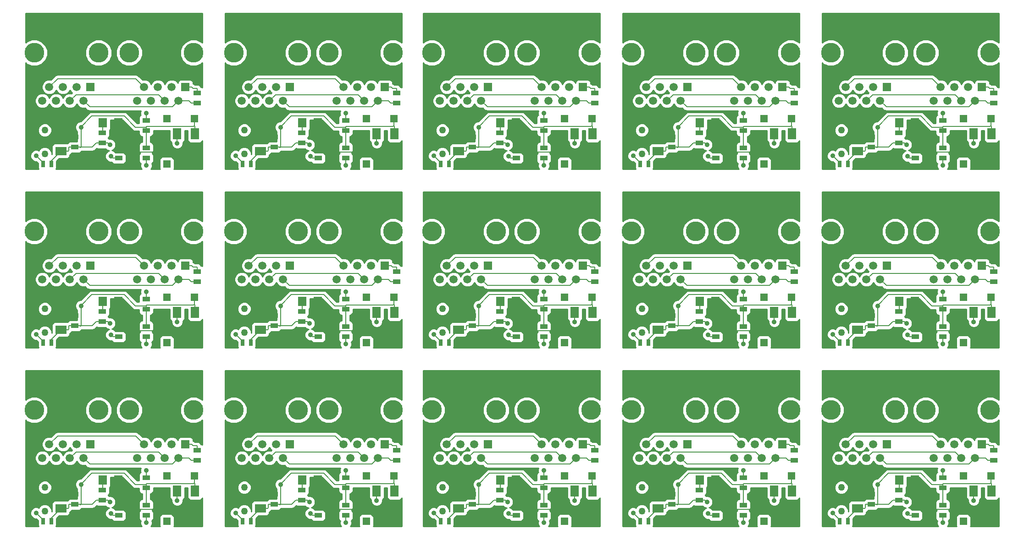
<source format=gbl>
G04 (created by PCBNEW-RS274X (2011-07-08)-stable) date Sun 14 Aug 2011 04:05:59 PM EDT*
G01*
G70*
G90*
%MOIN*%
G04 Gerber Fmt 3.4, Leading zero omitted, Abs format*
%FSLAX34Y34*%
G04 APERTURE LIST*
%ADD10C,0.006000*%
%ADD11R,0.025000X0.045000*%
%ADD12R,0.055000X0.035000*%
%ADD13R,0.055000X0.055000*%
%ADD14C,0.050000*%
%ADD15R,0.080000X0.060000*%
%ADD16R,0.060000X0.080000*%
%ADD17C,0.143700*%
%ADD18R,0.059100X0.059100*%
%ADD19C,0.059100*%
%ADD20R,0.062900X0.070900*%
%ADD21C,0.035000*%
%ADD22C,0.008000*%
%ADD23C,0.010000*%
G04 APERTURE END LIST*
G54D10*
G54D11*
X75900Y-55800D03*
X76500Y-55800D03*
G54D12*
X87100Y-51375D03*
X87100Y-50625D03*
G54D13*
X84900Y-55800D03*
X84900Y-52500D03*
G54D14*
X76030Y-55065D03*
X76030Y-53335D03*
G54D15*
X77200Y-54850D03*
X77200Y-53550D03*
G54D16*
X86950Y-53600D03*
X85650Y-53600D03*
G54D12*
X78200Y-54575D03*
X78200Y-53825D03*
X81400Y-55375D03*
X81400Y-54625D03*
X80200Y-53525D03*
X80200Y-54275D03*
X83400Y-53375D03*
X83400Y-52625D03*
X83400Y-54625D03*
X83400Y-55375D03*
G54D13*
X86900Y-55800D03*
X86900Y-52500D03*
G54D17*
X75262Y-47700D03*
X79935Y-47700D03*
G54D18*
X79350Y-50200D03*
G54D19*
X78850Y-51200D03*
X78350Y-50200D03*
X77850Y-51200D03*
X77350Y-50200D03*
X76850Y-51200D03*
X76350Y-50200D03*
X75850Y-51200D03*
G54D17*
X82162Y-47700D03*
X86835Y-47700D03*
G54D18*
X86250Y-50200D03*
G54D19*
X85750Y-51200D03*
X85250Y-50200D03*
X84750Y-51200D03*
X84250Y-50200D03*
X83750Y-51200D03*
X83250Y-50200D03*
X82750Y-51200D03*
G54D20*
X80241Y-52800D03*
X81359Y-52800D03*
G54D11*
X46900Y-55800D03*
X47500Y-55800D03*
G54D12*
X58100Y-51375D03*
X58100Y-50625D03*
G54D13*
X55900Y-55800D03*
X55900Y-52500D03*
G54D14*
X47030Y-55065D03*
X47030Y-53335D03*
G54D15*
X48200Y-54850D03*
X48200Y-53550D03*
G54D16*
X57950Y-53600D03*
X56650Y-53600D03*
G54D12*
X49200Y-54575D03*
X49200Y-53825D03*
X52400Y-55375D03*
X52400Y-54625D03*
X51200Y-53525D03*
X51200Y-54275D03*
X54400Y-53375D03*
X54400Y-52625D03*
X54400Y-54625D03*
X54400Y-55375D03*
G54D13*
X57900Y-55800D03*
X57900Y-52500D03*
G54D17*
X46262Y-47700D03*
X50935Y-47700D03*
G54D18*
X50350Y-50200D03*
G54D19*
X49850Y-51200D03*
X49350Y-50200D03*
X48850Y-51200D03*
X48350Y-50200D03*
X47850Y-51200D03*
X47350Y-50200D03*
X46850Y-51200D03*
G54D17*
X53162Y-47700D03*
X57835Y-47700D03*
G54D18*
X57250Y-50200D03*
G54D19*
X56750Y-51200D03*
X56250Y-50200D03*
X55750Y-51200D03*
X55250Y-50200D03*
X54750Y-51200D03*
X54250Y-50200D03*
X53750Y-51200D03*
G54D20*
X51241Y-52800D03*
X52359Y-52800D03*
X65741Y-52800D03*
X66859Y-52800D03*
G54D17*
X67662Y-47700D03*
X72335Y-47700D03*
G54D18*
X71750Y-50200D03*
G54D19*
X71250Y-51200D03*
X70750Y-50200D03*
X70250Y-51200D03*
X69750Y-50200D03*
X69250Y-51200D03*
X68750Y-50200D03*
X68250Y-51200D03*
G54D17*
X60762Y-47700D03*
X65435Y-47700D03*
G54D18*
X64850Y-50200D03*
G54D19*
X64350Y-51200D03*
X63850Y-50200D03*
X63350Y-51200D03*
X62850Y-50200D03*
X62350Y-51200D03*
X61850Y-50200D03*
X61350Y-51200D03*
G54D13*
X72400Y-52500D03*
X72400Y-55800D03*
G54D12*
X68900Y-54625D03*
X68900Y-55375D03*
X68900Y-53375D03*
X68900Y-52625D03*
X65700Y-53525D03*
X65700Y-54275D03*
X66900Y-55375D03*
X66900Y-54625D03*
X63700Y-54575D03*
X63700Y-53825D03*
G54D16*
X72450Y-53600D03*
X71150Y-53600D03*
G54D15*
X62700Y-54850D03*
X62700Y-53550D03*
G54D14*
X61530Y-55065D03*
X61530Y-53335D03*
G54D13*
X70400Y-52500D03*
X70400Y-55800D03*
G54D12*
X72600Y-51375D03*
X72600Y-50625D03*
G54D11*
X61400Y-55800D03*
X62000Y-55800D03*
X32500Y-55800D03*
X33100Y-55800D03*
G54D12*
X43700Y-51375D03*
X43700Y-50625D03*
G54D13*
X41500Y-55800D03*
X41500Y-52500D03*
G54D14*
X32630Y-55065D03*
X32630Y-53335D03*
G54D15*
X33800Y-54850D03*
X33800Y-53550D03*
G54D16*
X43550Y-53600D03*
X42250Y-53600D03*
G54D12*
X34800Y-54575D03*
X34800Y-53825D03*
X38000Y-55375D03*
X38000Y-54625D03*
X36800Y-53525D03*
X36800Y-54275D03*
X40000Y-53375D03*
X40000Y-52625D03*
X40000Y-54625D03*
X40000Y-55375D03*
G54D13*
X43500Y-55800D03*
X43500Y-52500D03*
G54D17*
X31862Y-47700D03*
X36535Y-47700D03*
G54D18*
X35950Y-50200D03*
G54D19*
X35450Y-51200D03*
X34950Y-50200D03*
X34450Y-51200D03*
X33950Y-50200D03*
X33450Y-51200D03*
X32950Y-50200D03*
X32450Y-51200D03*
G54D17*
X38762Y-47700D03*
X43435Y-47700D03*
G54D18*
X42850Y-50200D03*
G54D19*
X42350Y-51200D03*
X41850Y-50200D03*
X41350Y-51200D03*
X40850Y-50200D03*
X40350Y-51200D03*
X39850Y-50200D03*
X39350Y-51200D03*
G54D20*
X36841Y-52800D03*
X37959Y-52800D03*
X22341Y-52800D03*
X23459Y-52800D03*
G54D17*
X24262Y-47700D03*
X28935Y-47700D03*
G54D18*
X28350Y-50200D03*
G54D19*
X27850Y-51200D03*
X27350Y-50200D03*
X26850Y-51200D03*
X26350Y-50200D03*
X25850Y-51200D03*
X25350Y-50200D03*
X24850Y-51200D03*
G54D17*
X17362Y-47700D03*
X22035Y-47700D03*
G54D18*
X21450Y-50200D03*
G54D19*
X20950Y-51200D03*
X20450Y-50200D03*
X19950Y-51200D03*
X19450Y-50200D03*
X18950Y-51200D03*
X18450Y-50200D03*
X17950Y-51200D03*
G54D13*
X29000Y-52500D03*
X29000Y-55800D03*
G54D12*
X25500Y-54625D03*
X25500Y-55375D03*
X25500Y-53375D03*
X25500Y-52625D03*
X22300Y-53525D03*
X22300Y-54275D03*
X23500Y-55375D03*
X23500Y-54625D03*
X20300Y-54575D03*
X20300Y-53825D03*
G54D16*
X29050Y-53600D03*
X27750Y-53600D03*
G54D15*
X19300Y-54850D03*
X19300Y-53550D03*
G54D14*
X18130Y-55065D03*
X18130Y-53335D03*
G54D13*
X27000Y-52500D03*
X27000Y-55800D03*
G54D12*
X29200Y-51375D03*
X29200Y-50625D03*
G54D11*
X18000Y-55800D03*
X18600Y-55800D03*
X18000Y-42800D03*
X18600Y-42800D03*
G54D12*
X29200Y-38375D03*
X29200Y-37625D03*
G54D13*
X27000Y-42800D03*
X27000Y-39500D03*
G54D14*
X18130Y-42065D03*
X18130Y-40335D03*
G54D15*
X19300Y-41850D03*
X19300Y-40550D03*
G54D16*
X29050Y-40600D03*
X27750Y-40600D03*
G54D12*
X20300Y-41575D03*
X20300Y-40825D03*
X23500Y-42375D03*
X23500Y-41625D03*
X22300Y-40525D03*
X22300Y-41275D03*
X25500Y-40375D03*
X25500Y-39625D03*
X25500Y-41625D03*
X25500Y-42375D03*
G54D13*
X29000Y-42800D03*
X29000Y-39500D03*
G54D17*
X17362Y-34700D03*
X22035Y-34700D03*
G54D18*
X21450Y-37200D03*
G54D19*
X20950Y-38200D03*
X20450Y-37200D03*
X19950Y-38200D03*
X19450Y-37200D03*
X18950Y-38200D03*
X18450Y-37200D03*
X17950Y-38200D03*
G54D17*
X24262Y-34700D03*
X28935Y-34700D03*
G54D18*
X28350Y-37200D03*
G54D19*
X27850Y-38200D03*
X27350Y-37200D03*
X26850Y-38200D03*
X26350Y-37200D03*
X25850Y-38200D03*
X25350Y-37200D03*
X24850Y-38200D03*
G54D20*
X22341Y-39800D03*
X23459Y-39800D03*
X36841Y-39800D03*
X37959Y-39800D03*
G54D17*
X38762Y-34700D03*
X43435Y-34700D03*
G54D18*
X42850Y-37200D03*
G54D19*
X42350Y-38200D03*
X41850Y-37200D03*
X41350Y-38200D03*
X40850Y-37200D03*
X40350Y-38200D03*
X39850Y-37200D03*
X39350Y-38200D03*
G54D17*
X31862Y-34700D03*
X36535Y-34700D03*
G54D18*
X35950Y-37200D03*
G54D19*
X35450Y-38200D03*
X34950Y-37200D03*
X34450Y-38200D03*
X33950Y-37200D03*
X33450Y-38200D03*
X32950Y-37200D03*
X32450Y-38200D03*
G54D13*
X43500Y-39500D03*
X43500Y-42800D03*
G54D12*
X40000Y-41625D03*
X40000Y-42375D03*
X40000Y-40375D03*
X40000Y-39625D03*
X36800Y-40525D03*
X36800Y-41275D03*
X38000Y-42375D03*
X38000Y-41625D03*
X34800Y-41575D03*
X34800Y-40825D03*
G54D16*
X43550Y-40600D03*
X42250Y-40600D03*
G54D15*
X33800Y-41850D03*
X33800Y-40550D03*
G54D14*
X32630Y-42065D03*
X32630Y-40335D03*
G54D13*
X41500Y-39500D03*
X41500Y-42800D03*
G54D12*
X43700Y-38375D03*
X43700Y-37625D03*
G54D11*
X32500Y-42800D03*
X33100Y-42800D03*
X61400Y-42800D03*
X62000Y-42800D03*
G54D12*
X72600Y-38375D03*
X72600Y-37625D03*
G54D13*
X70400Y-42800D03*
X70400Y-39500D03*
G54D14*
X61530Y-42065D03*
X61530Y-40335D03*
G54D15*
X62700Y-41850D03*
X62700Y-40550D03*
G54D16*
X72450Y-40600D03*
X71150Y-40600D03*
G54D12*
X63700Y-41575D03*
X63700Y-40825D03*
X66900Y-42375D03*
X66900Y-41625D03*
X65700Y-40525D03*
X65700Y-41275D03*
X68900Y-40375D03*
X68900Y-39625D03*
X68900Y-41625D03*
X68900Y-42375D03*
G54D13*
X72400Y-42800D03*
X72400Y-39500D03*
G54D17*
X60762Y-34700D03*
X65435Y-34700D03*
G54D18*
X64850Y-37200D03*
G54D19*
X64350Y-38200D03*
X63850Y-37200D03*
X63350Y-38200D03*
X62850Y-37200D03*
X62350Y-38200D03*
X61850Y-37200D03*
X61350Y-38200D03*
G54D17*
X67662Y-34700D03*
X72335Y-34700D03*
G54D18*
X71750Y-37200D03*
G54D19*
X71250Y-38200D03*
X70750Y-37200D03*
X70250Y-38200D03*
X69750Y-37200D03*
X69250Y-38200D03*
X68750Y-37200D03*
X68250Y-38200D03*
G54D20*
X65741Y-39800D03*
X66859Y-39800D03*
X51241Y-39800D03*
X52359Y-39800D03*
G54D17*
X53162Y-34700D03*
X57835Y-34700D03*
G54D18*
X57250Y-37200D03*
G54D19*
X56750Y-38200D03*
X56250Y-37200D03*
X55750Y-38200D03*
X55250Y-37200D03*
X54750Y-38200D03*
X54250Y-37200D03*
X53750Y-38200D03*
G54D17*
X46262Y-34700D03*
X50935Y-34700D03*
G54D18*
X50350Y-37200D03*
G54D19*
X49850Y-38200D03*
X49350Y-37200D03*
X48850Y-38200D03*
X48350Y-37200D03*
X47850Y-38200D03*
X47350Y-37200D03*
X46850Y-38200D03*
G54D13*
X57900Y-39500D03*
X57900Y-42800D03*
G54D12*
X54400Y-41625D03*
X54400Y-42375D03*
X54400Y-40375D03*
X54400Y-39625D03*
X51200Y-40525D03*
X51200Y-41275D03*
X52400Y-42375D03*
X52400Y-41625D03*
X49200Y-41575D03*
X49200Y-40825D03*
G54D16*
X57950Y-40600D03*
X56650Y-40600D03*
G54D15*
X48200Y-41850D03*
X48200Y-40550D03*
G54D14*
X47030Y-42065D03*
X47030Y-40335D03*
G54D13*
X55900Y-39500D03*
X55900Y-42800D03*
G54D12*
X58100Y-38375D03*
X58100Y-37625D03*
G54D11*
X46900Y-42800D03*
X47500Y-42800D03*
G54D20*
X80241Y-39800D03*
X81359Y-39800D03*
G54D17*
X82162Y-34700D03*
X86835Y-34700D03*
G54D18*
X86250Y-37200D03*
G54D19*
X85750Y-38200D03*
X85250Y-37200D03*
X84750Y-38200D03*
X84250Y-37200D03*
X83750Y-38200D03*
X83250Y-37200D03*
X82750Y-38200D03*
G54D17*
X75262Y-34700D03*
X79935Y-34700D03*
G54D18*
X79350Y-37200D03*
G54D19*
X78850Y-38200D03*
X78350Y-37200D03*
X77850Y-38200D03*
X77350Y-37200D03*
X76850Y-38200D03*
X76350Y-37200D03*
X75850Y-38200D03*
G54D13*
X86900Y-39500D03*
X86900Y-42800D03*
G54D12*
X83400Y-41625D03*
X83400Y-42375D03*
X83400Y-40375D03*
X83400Y-39625D03*
X80200Y-40525D03*
X80200Y-41275D03*
X81400Y-42375D03*
X81400Y-41625D03*
X78200Y-41575D03*
X78200Y-40825D03*
G54D16*
X86950Y-40600D03*
X85650Y-40600D03*
G54D15*
X77200Y-41850D03*
X77200Y-40550D03*
G54D14*
X76030Y-42065D03*
X76030Y-40335D03*
G54D13*
X84900Y-39500D03*
X84900Y-42800D03*
G54D12*
X87100Y-38375D03*
X87100Y-37625D03*
G54D11*
X75900Y-42800D03*
X76500Y-42800D03*
X75900Y-29800D03*
X76500Y-29800D03*
G54D12*
X87100Y-25375D03*
X87100Y-24625D03*
G54D13*
X84900Y-29800D03*
X84900Y-26500D03*
G54D14*
X76030Y-29065D03*
X76030Y-27335D03*
G54D15*
X77200Y-28850D03*
X77200Y-27550D03*
G54D16*
X86950Y-27600D03*
X85650Y-27600D03*
G54D12*
X78200Y-28575D03*
X78200Y-27825D03*
X81400Y-29375D03*
X81400Y-28625D03*
X80200Y-27525D03*
X80200Y-28275D03*
X83400Y-27375D03*
X83400Y-26625D03*
X83400Y-28625D03*
X83400Y-29375D03*
G54D13*
X86900Y-29800D03*
X86900Y-26500D03*
G54D17*
X75262Y-21700D03*
X79935Y-21700D03*
G54D18*
X79350Y-24200D03*
G54D19*
X78850Y-25200D03*
X78350Y-24200D03*
X77850Y-25200D03*
X77350Y-24200D03*
X76850Y-25200D03*
X76350Y-24200D03*
X75850Y-25200D03*
G54D17*
X82162Y-21700D03*
X86835Y-21700D03*
G54D18*
X86250Y-24200D03*
G54D19*
X85750Y-25200D03*
X85250Y-24200D03*
X84750Y-25200D03*
X84250Y-24200D03*
X83750Y-25200D03*
X83250Y-24200D03*
X82750Y-25200D03*
G54D20*
X80241Y-26800D03*
X81359Y-26800D03*
G54D11*
X46900Y-29800D03*
X47500Y-29800D03*
G54D12*
X58100Y-25375D03*
X58100Y-24625D03*
G54D13*
X55900Y-29800D03*
X55900Y-26500D03*
G54D14*
X47030Y-29065D03*
X47030Y-27335D03*
G54D15*
X48200Y-28850D03*
X48200Y-27550D03*
G54D16*
X57950Y-27600D03*
X56650Y-27600D03*
G54D12*
X49200Y-28575D03*
X49200Y-27825D03*
X52400Y-29375D03*
X52400Y-28625D03*
X51200Y-27525D03*
X51200Y-28275D03*
X54400Y-27375D03*
X54400Y-26625D03*
X54400Y-28625D03*
X54400Y-29375D03*
G54D13*
X57900Y-29800D03*
X57900Y-26500D03*
G54D17*
X46262Y-21700D03*
X50935Y-21700D03*
G54D18*
X50350Y-24200D03*
G54D19*
X49850Y-25200D03*
X49350Y-24200D03*
X48850Y-25200D03*
X48350Y-24200D03*
X47850Y-25200D03*
X47350Y-24200D03*
X46850Y-25200D03*
G54D17*
X53162Y-21700D03*
X57835Y-21700D03*
G54D18*
X57250Y-24200D03*
G54D19*
X56750Y-25200D03*
X56250Y-24200D03*
X55750Y-25200D03*
X55250Y-24200D03*
X54750Y-25200D03*
X54250Y-24200D03*
X53750Y-25200D03*
G54D20*
X51241Y-26800D03*
X52359Y-26800D03*
X65741Y-26800D03*
X66859Y-26800D03*
G54D17*
X67662Y-21700D03*
X72335Y-21700D03*
G54D18*
X71750Y-24200D03*
G54D19*
X71250Y-25200D03*
X70750Y-24200D03*
X70250Y-25200D03*
X69750Y-24200D03*
X69250Y-25200D03*
X68750Y-24200D03*
X68250Y-25200D03*
G54D17*
X60762Y-21700D03*
X65435Y-21700D03*
G54D18*
X64850Y-24200D03*
G54D19*
X64350Y-25200D03*
X63850Y-24200D03*
X63350Y-25200D03*
X62850Y-24200D03*
X62350Y-25200D03*
X61850Y-24200D03*
X61350Y-25200D03*
G54D13*
X72400Y-26500D03*
X72400Y-29800D03*
G54D12*
X68900Y-28625D03*
X68900Y-29375D03*
X68900Y-27375D03*
X68900Y-26625D03*
X65700Y-27525D03*
X65700Y-28275D03*
X66900Y-29375D03*
X66900Y-28625D03*
X63700Y-28575D03*
X63700Y-27825D03*
G54D16*
X72450Y-27600D03*
X71150Y-27600D03*
G54D15*
X62700Y-28850D03*
X62700Y-27550D03*
G54D14*
X61530Y-29065D03*
X61530Y-27335D03*
G54D13*
X70400Y-26500D03*
X70400Y-29800D03*
G54D12*
X72600Y-25375D03*
X72600Y-24625D03*
G54D11*
X61400Y-29800D03*
X62000Y-29800D03*
X32500Y-29800D03*
X33100Y-29800D03*
G54D12*
X43700Y-25375D03*
X43700Y-24625D03*
G54D13*
X41500Y-29800D03*
X41500Y-26500D03*
G54D14*
X32630Y-29065D03*
X32630Y-27335D03*
G54D15*
X33800Y-28850D03*
X33800Y-27550D03*
G54D16*
X43550Y-27600D03*
X42250Y-27600D03*
G54D12*
X34800Y-28575D03*
X34800Y-27825D03*
X38000Y-29375D03*
X38000Y-28625D03*
X36800Y-27525D03*
X36800Y-28275D03*
X40000Y-27375D03*
X40000Y-26625D03*
X40000Y-28625D03*
X40000Y-29375D03*
G54D13*
X43500Y-29800D03*
X43500Y-26500D03*
G54D17*
X31862Y-21700D03*
X36535Y-21700D03*
G54D18*
X35950Y-24200D03*
G54D19*
X35450Y-25200D03*
X34950Y-24200D03*
X34450Y-25200D03*
X33950Y-24200D03*
X33450Y-25200D03*
X32950Y-24200D03*
X32450Y-25200D03*
G54D17*
X38762Y-21700D03*
X43435Y-21700D03*
G54D18*
X42850Y-24200D03*
G54D19*
X42350Y-25200D03*
X41850Y-24200D03*
X41350Y-25200D03*
X40850Y-24200D03*
X40350Y-25200D03*
X39850Y-24200D03*
X39350Y-25200D03*
G54D20*
X36841Y-26800D03*
X37959Y-26800D03*
X22341Y-26800D03*
X23459Y-26800D03*
G54D17*
X24262Y-21700D03*
X28935Y-21700D03*
G54D18*
X28350Y-24200D03*
G54D19*
X27850Y-25200D03*
X27350Y-24200D03*
X26850Y-25200D03*
X26350Y-24200D03*
X25850Y-25200D03*
X25350Y-24200D03*
X24850Y-25200D03*
G54D17*
X17362Y-21700D03*
X22035Y-21700D03*
G54D18*
X21450Y-24200D03*
G54D19*
X20950Y-25200D03*
X20450Y-24200D03*
X19950Y-25200D03*
X19450Y-24200D03*
X18950Y-25200D03*
X18450Y-24200D03*
X17950Y-25200D03*
G54D13*
X29000Y-26500D03*
X29000Y-29800D03*
G54D12*
X25500Y-28625D03*
X25500Y-29375D03*
X25500Y-27375D03*
X25500Y-26625D03*
X22300Y-27525D03*
X22300Y-28275D03*
X23500Y-29375D03*
X23500Y-28625D03*
X20300Y-28575D03*
X20300Y-27825D03*
G54D16*
X29050Y-27600D03*
X27750Y-27600D03*
G54D15*
X19300Y-28850D03*
X19300Y-27550D03*
G54D14*
X18130Y-29065D03*
X18130Y-27335D03*
G54D13*
X27000Y-26500D03*
X27000Y-29800D03*
G54D12*
X29200Y-25375D03*
X29200Y-24625D03*
G54D11*
X18000Y-29800D03*
X18600Y-29800D03*
G54D21*
X77900Y-53300D03*
X48900Y-53300D03*
X63400Y-53300D03*
X34500Y-53300D03*
X20000Y-53300D03*
X20000Y-40300D03*
X34500Y-40300D03*
X63400Y-40300D03*
X48900Y-40300D03*
X77900Y-40300D03*
X77900Y-27300D03*
X48900Y-27300D03*
X63400Y-27300D03*
X34500Y-27300D03*
X20000Y-27300D03*
X83400Y-55900D03*
X54400Y-55900D03*
X68900Y-55900D03*
X40000Y-55900D03*
X25500Y-55900D03*
X25500Y-42900D03*
X40000Y-42900D03*
X68900Y-42900D03*
X54400Y-42900D03*
X83400Y-42900D03*
X83400Y-29900D03*
X54400Y-29900D03*
X68900Y-29900D03*
X40000Y-29900D03*
X25500Y-29900D03*
X83400Y-52100D03*
X54400Y-52100D03*
X68900Y-52100D03*
X40000Y-52100D03*
X25500Y-52100D03*
X25500Y-39100D03*
X40000Y-39100D03*
X68900Y-39100D03*
X54400Y-39100D03*
X83400Y-39100D03*
X83400Y-26100D03*
X54400Y-26100D03*
X68900Y-26100D03*
X40000Y-26100D03*
X25500Y-26100D03*
X80836Y-55229D03*
X51836Y-55229D03*
X66336Y-55229D03*
X37436Y-55229D03*
X22936Y-55229D03*
X22936Y-42229D03*
X37436Y-42229D03*
X66336Y-42229D03*
X51836Y-42229D03*
X80836Y-42229D03*
X80836Y-29229D03*
X51836Y-29229D03*
X66336Y-29229D03*
X37436Y-29229D03*
X22936Y-29229D03*
X75400Y-55200D03*
X46400Y-55200D03*
X60900Y-55200D03*
X32000Y-55200D03*
X17500Y-55200D03*
X17500Y-42200D03*
X32000Y-42200D03*
X60900Y-42200D03*
X46400Y-42200D03*
X75400Y-42200D03*
X75400Y-29200D03*
X46400Y-29200D03*
X60900Y-29200D03*
X32000Y-29200D03*
X17500Y-29200D03*
X85650Y-54280D03*
X56650Y-54280D03*
X71150Y-54280D03*
X42250Y-54280D03*
X27750Y-54280D03*
X27750Y-41280D03*
X42250Y-41280D03*
X71150Y-41280D03*
X56650Y-41280D03*
X85650Y-41280D03*
X85650Y-28280D03*
X56650Y-28280D03*
X71150Y-28280D03*
X42250Y-28280D03*
X27750Y-28280D03*
X78655Y-53120D03*
X80761Y-54400D03*
X49655Y-53120D03*
X51761Y-54400D03*
X66261Y-54400D03*
X64155Y-53120D03*
X35255Y-53120D03*
X37361Y-54400D03*
X22861Y-54400D03*
X20755Y-53120D03*
X20755Y-40120D03*
X22861Y-41400D03*
X37361Y-41400D03*
X35255Y-40120D03*
X64155Y-40120D03*
X66261Y-41400D03*
X51761Y-41400D03*
X49655Y-40120D03*
X80761Y-41400D03*
X78655Y-40120D03*
X78655Y-27120D03*
X80761Y-28400D03*
X49655Y-27120D03*
X51761Y-28400D03*
X66261Y-28400D03*
X64155Y-27120D03*
X35255Y-27120D03*
X37361Y-28400D03*
X22861Y-28400D03*
X20755Y-27120D03*
G54D22*
X81400Y-54307D02*
X81008Y-53915D01*
X81008Y-53915D02*
X81008Y-53649D01*
X81008Y-53649D02*
X81359Y-53298D01*
X78200Y-53825D02*
X77782Y-53825D01*
X77200Y-53550D02*
X77743Y-53550D01*
X77782Y-53825D02*
X77782Y-53589D01*
X77782Y-53589D02*
X77743Y-53550D01*
X81400Y-54625D02*
X81400Y-54943D01*
X86900Y-55800D02*
X86482Y-55800D01*
X86482Y-55800D02*
X85625Y-54943D01*
X85625Y-54943D02*
X81400Y-54943D01*
X81400Y-54625D02*
X81400Y-54307D01*
X81359Y-52800D02*
X81359Y-53298D01*
X52400Y-54307D02*
X52008Y-53915D01*
X52008Y-53915D02*
X52008Y-53649D01*
X52008Y-53649D02*
X52359Y-53298D01*
X49200Y-53825D02*
X48782Y-53825D01*
X48200Y-53550D02*
X48743Y-53550D01*
X48782Y-53825D02*
X48782Y-53589D01*
X48782Y-53589D02*
X48743Y-53550D01*
X52400Y-54625D02*
X52400Y-54943D01*
X57900Y-55800D02*
X57482Y-55800D01*
X57482Y-55800D02*
X56625Y-54943D01*
X56625Y-54943D02*
X52400Y-54943D01*
X52400Y-54625D02*
X52400Y-54307D01*
X52359Y-52800D02*
X52359Y-53298D01*
X66859Y-52800D02*
X66859Y-53298D01*
X66900Y-54625D02*
X66900Y-54307D01*
X71125Y-54943D02*
X66900Y-54943D01*
X71982Y-55800D02*
X71125Y-54943D01*
X72400Y-55800D02*
X71982Y-55800D01*
X66900Y-54625D02*
X66900Y-54943D01*
X63282Y-53589D02*
X63243Y-53550D01*
X63282Y-53825D02*
X63282Y-53589D01*
X62700Y-53550D02*
X63243Y-53550D01*
X63700Y-53825D02*
X63282Y-53825D01*
X66508Y-53649D02*
X66859Y-53298D01*
X66508Y-53915D02*
X66508Y-53649D01*
X66900Y-54307D02*
X66508Y-53915D01*
X38000Y-54307D02*
X37608Y-53915D01*
X37608Y-53915D02*
X37608Y-53649D01*
X37608Y-53649D02*
X37959Y-53298D01*
X34800Y-53825D02*
X34382Y-53825D01*
X33800Y-53550D02*
X34343Y-53550D01*
X34382Y-53825D02*
X34382Y-53589D01*
X34382Y-53589D02*
X34343Y-53550D01*
X38000Y-54625D02*
X38000Y-54943D01*
X43500Y-55800D02*
X43082Y-55800D01*
X43082Y-55800D02*
X42225Y-54943D01*
X42225Y-54943D02*
X38000Y-54943D01*
X38000Y-54625D02*
X38000Y-54307D01*
X37959Y-52800D02*
X37959Y-53298D01*
X23459Y-52800D02*
X23459Y-53298D01*
X23500Y-54625D02*
X23500Y-54307D01*
X27725Y-54943D02*
X23500Y-54943D01*
X28582Y-55800D02*
X27725Y-54943D01*
X29000Y-55800D02*
X28582Y-55800D01*
X23500Y-54625D02*
X23500Y-54943D01*
X19882Y-53589D02*
X19843Y-53550D01*
X19882Y-53825D02*
X19882Y-53589D01*
X19300Y-53550D02*
X19843Y-53550D01*
X20300Y-53825D02*
X19882Y-53825D01*
X23108Y-53649D02*
X23459Y-53298D01*
X23108Y-53915D02*
X23108Y-53649D01*
X23500Y-54307D02*
X23108Y-53915D01*
X23500Y-41307D02*
X23108Y-40915D01*
X23108Y-40915D02*
X23108Y-40649D01*
X23108Y-40649D02*
X23459Y-40298D01*
X20300Y-40825D02*
X19882Y-40825D01*
X19300Y-40550D02*
X19843Y-40550D01*
X19882Y-40825D02*
X19882Y-40589D01*
X19882Y-40589D02*
X19843Y-40550D01*
X23500Y-41625D02*
X23500Y-41943D01*
X29000Y-42800D02*
X28582Y-42800D01*
X28582Y-42800D02*
X27725Y-41943D01*
X27725Y-41943D02*
X23500Y-41943D01*
X23500Y-41625D02*
X23500Y-41307D01*
X23459Y-39800D02*
X23459Y-40298D01*
X37959Y-39800D02*
X37959Y-40298D01*
X38000Y-41625D02*
X38000Y-41307D01*
X42225Y-41943D02*
X38000Y-41943D01*
X43082Y-42800D02*
X42225Y-41943D01*
X43500Y-42800D02*
X43082Y-42800D01*
X38000Y-41625D02*
X38000Y-41943D01*
X34382Y-40589D02*
X34343Y-40550D01*
X34382Y-40825D02*
X34382Y-40589D01*
X33800Y-40550D02*
X34343Y-40550D01*
X34800Y-40825D02*
X34382Y-40825D01*
X37608Y-40649D02*
X37959Y-40298D01*
X37608Y-40915D02*
X37608Y-40649D01*
X38000Y-41307D02*
X37608Y-40915D01*
X66900Y-41307D02*
X66508Y-40915D01*
X66508Y-40915D02*
X66508Y-40649D01*
X66508Y-40649D02*
X66859Y-40298D01*
X63700Y-40825D02*
X63282Y-40825D01*
X62700Y-40550D02*
X63243Y-40550D01*
X63282Y-40825D02*
X63282Y-40589D01*
X63282Y-40589D02*
X63243Y-40550D01*
X66900Y-41625D02*
X66900Y-41943D01*
X72400Y-42800D02*
X71982Y-42800D01*
X71982Y-42800D02*
X71125Y-41943D01*
X71125Y-41943D02*
X66900Y-41943D01*
X66900Y-41625D02*
X66900Y-41307D01*
X66859Y-39800D02*
X66859Y-40298D01*
X52359Y-39800D02*
X52359Y-40298D01*
X52400Y-41625D02*
X52400Y-41307D01*
X56625Y-41943D02*
X52400Y-41943D01*
X57482Y-42800D02*
X56625Y-41943D01*
X57900Y-42800D02*
X57482Y-42800D01*
X52400Y-41625D02*
X52400Y-41943D01*
X48782Y-40589D02*
X48743Y-40550D01*
X48782Y-40825D02*
X48782Y-40589D01*
X48200Y-40550D02*
X48743Y-40550D01*
X49200Y-40825D02*
X48782Y-40825D01*
X52008Y-40649D02*
X52359Y-40298D01*
X52008Y-40915D02*
X52008Y-40649D01*
X52400Y-41307D02*
X52008Y-40915D01*
X81359Y-39800D02*
X81359Y-40298D01*
X81400Y-41625D02*
X81400Y-41307D01*
X85625Y-41943D02*
X81400Y-41943D01*
X86482Y-42800D02*
X85625Y-41943D01*
X86900Y-42800D02*
X86482Y-42800D01*
X81400Y-41625D02*
X81400Y-41943D01*
X77782Y-40589D02*
X77743Y-40550D01*
X77782Y-40825D02*
X77782Y-40589D01*
X77200Y-40550D02*
X77743Y-40550D01*
X78200Y-40825D02*
X77782Y-40825D01*
X81008Y-40649D02*
X81359Y-40298D01*
X81008Y-40915D02*
X81008Y-40649D01*
X81400Y-41307D02*
X81008Y-40915D01*
X81400Y-28307D02*
X81008Y-27915D01*
X81008Y-27915D02*
X81008Y-27649D01*
X81008Y-27649D02*
X81359Y-27298D01*
X78200Y-27825D02*
X77782Y-27825D01*
X77200Y-27550D02*
X77743Y-27550D01*
X77782Y-27825D02*
X77782Y-27589D01*
X77782Y-27589D02*
X77743Y-27550D01*
X81400Y-28625D02*
X81400Y-28943D01*
X86900Y-29800D02*
X86482Y-29800D01*
X86482Y-29800D02*
X85625Y-28943D01*
X85625Y-28943D02*
X81400Y-28943D01*
X81400Y-28625D02*
X81400Y-28307D01*
X81359Y-26800D02*
X81359Y-27298D01*
X52400Y-28307D02*
X52008Y-27915D01*
X52008Y-27915D02*
X52008Y-27649D01*
X52008Y-27649D02*
X52359Y-27298D01*
X49200Y-27825D02*
X48782Y-27825D01*
X48200Y-27550D02*
X48743Y-27550D01*
X48782Y-27825D02*
X48782Y-27589D01*
X48782Y-27589D02*
X48743Y-27550D01*
X52400Y-28625D02*
X52400Y-28943D01*
X57900Y-29800D02*
X57482Y-29800D01*
X57482Y-29800D02*
X56625Y-28943D01*
X56625Y-28943D02*
X52400Y-28943D01*
X52400Y-28625D02*
X52400Y-28307D01*
X52359Y-26800D02*
X52359Y-27298D01*
X66859Y-26800D02*
X66859Y-27298D01*
X66900Y-28625D02*
X66900Y-28307D01*
X71125Y-28943D02*
X66900Y-28943D01*
X71982Y-29800D02*
X71125Y-28943D01*
X72400Y-29800D02*
X71982Y-29800D01*
X66900Y-28625D02*
X66900Y-28943D01*
X63282Y-27589D02*
X63243Y-27550D01*
X63282Y-27825D02*
X63282Y-27589D01*
X62700Y-27550D02*
X63243Y-27550D01*
X63700Y-27825D02*
X63282Y-27825D01*
X66508Y-27649D02*
X66859Y-27298D01*
X66508Y-27915D02*
X66508Y-27649D01*
X66900Y-28307D02*
X66508Y-27915D01*
X38000Y-28307D02*
X37608Y-27915D01*
X37608Y-27915D02*
X37608Y-27649D01*
X37608Y-27649D02*
X37959Y-27298D01*
X34800Y-27825D02*
X34382Y-27825D01*
X33800Y-27550D02*
X34343Y-27550D01*
X34382Y-27825D02*
X34382Y-27589D01*
X34382Y-27589D02*
X34343Y-27550D01*
X38000Y-28625D02*
X38000Y-28943D01*
X43500Y-29800D02*
X43082Y-29800D01*
X43082Y-29800D02*
X42225Y-28943D01*
X42225Y-28943D02*
X38000Y-28943D01*
X38000Y-28625D02*
X38000Y-28307D01*
X37959Y-26800D02*
X37959Y-27298D01*
X23459Y-26800D02*
X23459Y-27298D01*
X23500Y-28625D02*
X23500Y-28307D01*
X27725Y-28943D02*
X23500Y-28943D01*
X28582Y-29800D02*
X27725Y-28943D01*
X29000Y-29800D02*
X28582Y-29800D01*
X23500Y-28625D02*
X23500Y-28943D01*
X19882Y-27589D02*
X19843Y-27550D01*
X19882Y-27825D02*
X19882Y-27589D01*
X19300Y-27550D02*
X19843Y-27550D01*
X20300Y-27825D02*
X19882Y-27825D01*
X23108Y-27649D02*
X23459Y-27298D01*
X23108Y-27915D02*
X23108Y-27649D01*
X23500Y-28307D02*
X23108Y-27915D01*
X80241Y-52800D02*
X80241Y-53484D01*
X80241Y-53484D02*
X80200Y-53525D01*
X51241Y-52800D02*
X51241Y-53484D01*
X51241Y-53484D02*
X51200Y-53525D01*
X65741Y-53484D02*
X65700Y-53525D01*
X65741Y-52800D02*
X65741Y-53484D01*
X36841Y-52800D02*
X36841Y-53484D01*
X36841Y-53484D02*
X36800Y-53525D01*
X22341Y-53484D02*
X22300Y-53525D01*
X22341Y-52800D02*
X22341Y-53484D01*
X22341Y-39800D02*
X22341Y-40484D01*
X22341Y-40484D02*
X22300Y-40525D01*
X36841Y-40484D02*
X36800Y-40525D01*
X36841Y-39800D02*
X36841Y-40484D01*
X65741Y-39800D02*
X65741Y-40484D01*
X65741Y-40484D02*
X65700Y-40525D01*
X51241Y-40484D02*
X51200Y-40525D01*
X51241Y-39800D02*
X51241Y-40484D01*
X80241Y-40484D02*
X80200Y-40525D01*
X80241Y-39800D02*
X80241Y-40484D01*
X80241Y-26800D02*
X80241Y-27484D01*
X80241Y-27484D02*
X80200Y-27525D01*
X51241Y-26800D02*
X51241Y-27484D01*
X51241Y-27484D02*
X51200Y-27525D01*
X65741Y-27484D02*
X65700Y-27525D01*
X65741Y-26800D02*
X65741Y-27484D01*
X36841Y-26800D02*
X36841Y-27484D01*
X36841Y-27484D02*
X36800Y-27525D01*
X22341Y-27484D02*
X22300Y-27525D01*
X22341Y-26800D02*
X22341Y-27484D01*
X87100Y-50625D02*
X87100Y-50307D01*
X86250Y-50200D02*
X86688Y-50200D01*
X86688Y-50200D02*
X86795Y-50307D01*
X86795Y-50307D02*
X87100Y-50307D01*
X58100Y-50625D02*
X58100Y-50307D01*
X57250Y-50200D02*
X57688Y-50200D01*
X57688Y-50200D02*
X57795Y-50307D01*
X57795Y-50307D02*
X58100Y-50307D01*
X72295Y-50307D02*
X72600Y-50307D01*
X72188Y-50200D02*
X72295Y-50307D01*
X71750Y-50200D02*
X72188Y-50200D01*
X72600Y-50625D02*
X72600Y-50307D01*
X43700Y-50625D02*
X43700Y-50307D01*
X42850Y-50200D02*
X43288Y-50200D01*
X43288Y-50200D02*
X43395Y-50307D01*
X43395Y-50307D02*
X43700Y-50307D01*
X28895Y-50307D02*
X29200Y-50307D01*
X28788Y-50200D02*
X28895Y-50307D01*
X28350Y-50200D02*
X28788Y-50200D01*
X29200Y-50625D02*
X29200Y-50307D01*
X29200Y-37625D02*
X29200Y-37307D01*
X28350Y-37200D02*
X28788Y-37200D01*
X28788Y-37200D02*
X28895Y-37307D01*
X28895Y-37307D02*
X29200Y-37307D01*
X43395Y-37307D02*
X43700Y-37307D01*
X43288Y-37200D02*
X43395Y-37307D01*
X42850Y-37200D02*
X43288Y-37200D01*
X43700Y-37625D02*
X43700Y-37307D01*
X72600Y-37625D02*
X72600Y-37307D01*
X71750Y-37200D02*
X72188Y-37200D01*
X72188Y-37200D02*
X72295Y-37307D01*
X72295Y-37307D02*
X72600Y-37307D01*
X57795Y-37307D02*
X58100Y-37307D01*
X57688Y-37200D02*
X57795Y-37307D01*
X57250Y-37200D02*
X57688Y-37200D01*
X58100Y-37625D02*
X58100Y-37307D01*
X86795Y-37307D02*
X87100Y-37307D01*
X86688Y-37200D02*
X86795Y-37307D01*
X86250Y-37200D02*
X86688Y-37200D01*
X87100Y-37625D02*
X87100Y-37307D01*
X87100Y-24625D02*
X87100Y-24307D01*
X86250Y-24200D02*
X86688Y-24200D01*
X86688Y-24200D02*
X86795Y-24307D01*
X86795Y-24307D02*
X87100Y-24307D01*
X58100Y-24625D02*
X58100Y-24307D01*
X57250Y-24200D02*
X57688Y-24200D01*
X57688Y-24200D02*
X57795Y-24307D01*
X57795Y-24307D02*
X58100Y-24307D01*
X72295Y-24307D02*
X72600Y-24307D01*
X72188Y-24200D02*
X72295Y-24307D01*
X71750Y-24200D02*
X72188Y-24200D01*
X72600Y-24625D02*
X72600Y-24307D01*
X43700Y-24625D02*
X43700Y-24307D01*
X42850Y-24200D02*
X43288Y-24200D01*
X43288Y-24200D02*
X43395Y-24307D01*
X43395Y-24307D02*
X43700Y-24307D01*
X28895Y-24307D02*
X29200Y-24307D01*
X28788Y-24200D02*
X28895Y-24307D01*
X28350Y-24200D02*
X28788Y-24200D01*
X29200Y-24625D02*
X29200Y-24307D01*
X76350Y-50200D02*
X76955Y-49595D01*
X76955Y-49595D02*
X82645Y-49595D01*
X82645Y-49595D02*
X83250Y-50200D01*
X47350Y-50200D02*
X47955Y-49595D01*
X47955Y-49595D02*
X53645Y-49595D01*
X53645Y-49595D02*
X54250Y-50200D01*
X68145Y-49595D02*
X68750Y-50200D01*
X62455Y-49595D02*
X68145Y-49595D01*
X61850Y-50200D02*
X62455Y-49595D01*
X32950Y-50200D02*
X33555Y-49595D01*
X33555Y-49595D02*
X39245Y-49595D01*
X39245Y-49595D02*
X39850Y-50200D01*
X24745Y-49595D02*
X25350Y-50200D01*
X19055Y-49595D02*
X24745Y-49595D01*
X18450Y-50200D02*
X19055Y-49595D01*
X18450Y-37200D02*
X19055Y-36595D01*
X19055Y-36595D02*
X24745Y-36595D01*
X24745Y-36595D02*
X25350Y-37200D01*
X39245Y-36595D02*
X39850Y-37200D01*
X33555Y-36595D02*
X39245Y-36595D01*
X32950Y-37200D02*
X33555Y-36595D01*
X61850Y-37200D02*
X62455Y-36595D01*
X62455Y-36595D02*
X68145Y-36595D01*
X68145Y-36595D02*
X68750Y-37200D01*
X53645Y-36595D02*
X54250Y-37200D01*
X47955Y-36595D02*
X53645Y-36595D01*
X47350Y-37200D02*
X47955Y-36595D01*
X82645Y-36595D02*
X83250Y-37200D01*
X76955Y-36595D02*
X82645Y-36595D01*
X76350Y-37200D02*
X76955Y-36595D01*
X76350Y-24200D02*
X76955Y-23595D01*
X76955Y-23595D02*
X82645Y-23595D01*
X82645Y-23595D02*
X83250Y-24200D01*
X47350Y-24200D02*
X47955Y-23595D01*
X47955Y-23595D02*
X53645Y-23595D01*
X53645Y-23595D02*
X54250Y-24200D01*
X68145Y-23595D02*
X68750Y-24200D01*
X62455Y-23595D02*
X68145Y-23595D01*
X61850Y-24200D02*
X62455Y-23595D01*
X32950Y-24200D02*
X33555Y-23595D01*
X33555Y-23595D02*
X39245Y-23595D01*
X39245Y-23595D02*
X39850Y-24200D01*
X24745Y-23595D02*
X25350Y-24200D01*
X19055Y-23595D02*
X24745Y-23595D01*
X18450Y-24200D02*
X19055Y-23595D01*
X77850Y-51200D02*
X78290Y-50760D01*
X78290Y-50760D02*
X84310Y-50760D01*
X84310Y-50760D02*
X84750Y-51200D01*
X48850Y-51200D02*
X49290Y-50760D01*
X49290Y-50760D02*
X55310Y-50760D01*
X55310Y-50760D02*
X55750Y-51200D01*
X69810Y-50760D02*
X70250Y-51200D01*
X63790Y-50760D02*
X69810Y-50760D01*
X63350Y-51200D02*
X63790Y-50760D01*
X34450Y-51200D02*
X34890Y-50760D01*
X34890Y-50760D02*
X40910Y-50760D01*
X40910Y-50760D02*
X41350Y-51200D01*
X26410Y-50760D02*
X26850Y-51200D01*
X20390Y-50760D02*
X26410Y-50760D01*
X19950Y-51200D02*
X20390Y-50760D01*
X19950Y-38200D02*
X20390Y-37760D01*
X20390Y-37760D02*
X26410Y-37760D01*
X26410Y-37760D02*
X26850Y-38200D01*
X40910Y-37760D02*
X41350Y-38200D01*
X34890Y-37760D02*
X40910Y-37760D01*
X34450Y-38200D02*
X34890Y-37760D01*
X63350Y-38200D02*
X63790Y-37760D01*
X63790Y-37760D02*
X69810Y-37760D01*
X69810Y-37760D02*
X70250Y-38200D01*
X55310Y-37760D02*
X55750Y-38200D01*
X49290Y-37760D02*
X55310Y-37760D01*
X48850Y-38200D02*
X49290Y-37760D01*
X84310Y-37760D02*
X84750Y-38200D01*
X78290Y-37760D02*
X84310Y-37760D01*
X77850Y-38200D02*
X78290Y-37760D01*
X77850Y-25200D02*
X78290Y-24760D01*
X78290Y-24760D02*
X84310Y-24760D01*
X84310Y-24760D02*
X84750Y-25200D01*
X48850Y-25200D02*
X49290Y-24760D01*
X49290Y-24760D02*
X55310Y-24760D01*
X55310Y-24760D02*
X55750Y-25200D01*
X69810Y-24760D02*
X70250Y-25200D01*
X63790Y-24760D02*
X69810Y-24760D01*
X63350Y-25200D02*
X63790Y-24760D01*
X34450Y-25200D02*
X34890Y-24760D01*
X34890Y-24760D02*
X40910Y-24760D01*
X40910Y-24760D02*
X41350Y-25200D01*
X26410Y-24760D02*
X26850Y-25200D01*
X20390Y-24760D02*
X26410Y-24760D01*
X19950Y-25200D02*
X20390Y-24760D01*
X83400Y-55375D02*
X83400Y-55900D01*
X54400Y-55375D02*
X54400Y-55900D01*
X68900Y-55375D02*
X68900Y-55900D01*
X40000Y-55375D02*
X40000Y-55900D01*
X25500Y-55375D02*
X25500Y-55900D01*
X25500Y-42375D02*
X25500Y-42900D01*
X40000Y-42375D02*
X40000Y-42900D01*
X68900Y-42375D02*
X68900Y-42900D01*
X54400Y-42375D02*
X54400Y-42900D01*
X83400Y-42375D02*
X83400Y-42900D01*
X83400Y-29375D02*
X83400Y-29900D01*
X54400Y-29375D02*
X54400Y-29900D01*
X68900Y-29375D02*
X68900Y-29900D01*
X40000Y-29375D02*
X40000Y-29900D01*
X25500Y-29375D02*
X25500Y-29900D01*
X83400Y-52625D02*
X83400Y-52100D01*
X54400Y-52625D02*
X54400Y-52100D01*
X68900Y-52625D02*
X68900Y-52100D01*
X40000Y-52625D02*
X40000Y-52100D01*
X25500Y-52625D02*
X25500Y-52100D01*
X25500Y-39625D02*
X25500Y-39100D01*
X40000Y-39625D02*
X40000Y-39100D01*
X68900Y-39625D02*
X68900Y-39100D01*
X54400Y-39625D02*
X54400Y-39100D01*
X83400Y-39625D02*
X83400Y-39100D01*
X83400Y-26625D02*
X83400Y-26100D01*
X54400Y-26625D02*
X54400Y-26100D01*
X68900Y-26625D02*
X68900Y-26100D01*
X40000Y-26625D02*
X40000Y-26100D01*
X25500Y-26625D02*
X25500Y-26100D01*
X80982Y-55375D02*
X80836Y-55229D01*
X81400Y-55375D02*
X80982Y-55375D01*
X51982Y-55375D02*
X51836Y-55229D01*
X52400Y-55375D02*
X51982Y-55375D01*
X66900Y-55375D02*
X66482Y-55375D01*
X66482Y-55375D02*
X66336Y-55229D01*
X37582Y-55375D02*
X37436Y-55229D01*
X38000Y-55375D02*
X37582Y-55375D01*
X23500Y-55375D02*
X23082Y-55375D01*
X23082Y-55375D02*
X22936Y-55229D01*
X23082Y-42375D02*
X22936Y-42229D01*
X23500Y-42375D02*
X23082Y-42375D01*
X38000Y-42375D02*
X37582Y-42375D01*
X37582Y-42375D02*
X37436Y-42229D01*
X66482Y-42375D02*
X66336Y-42229D01*
X66900Y-42375D02*
X66482Y-42375D01*
X52400Y-42375D02*
X51982Y-42375D01*
X51982Y-42375D02*
X51836Y-42229D01*
X81400Y-42375D02*
X80982Y-42375D01*
X80982Y-42375D02*
X80836Y-42229D01*
X80982Y-29375D02*
X80836Y-29229D01*
X81400Y-29375D02*
X80982Y-29375D01*
X51982Y-29375D02*
X51836Y-29229D01*
X52400Y-29375D02*
X51982Y-29375D01*
X66900Y-29375D02*
X66482Y-29375D01*
X66482Y-29375D02*
X66336Y-29229D01*
X37582Y-29375D02*
X37436Y-29229D01*
X38000Y-29375D02*
X37582Y-29375D01*
X23500Y-29375D02*
X23082Y-29375D01*
X23082Y-29375D02*
X22936Y-29229D01*
X75400Y-55200D02*
X75900Y-55700D01*
X75900Y-55700D02*
X75900Y-55800D01*
X46400Y-55200D02*
X46900Y-55700D01*
X46900Y-55700D02*
X46900Y-55800D01*
X61400Y-55700D02*
X61400Y-55800D01*
X60900Y-55200D02*
X61400Y-55700D01*
X32000Y-55200D02*
X32500Y-55700D01*
X32500Y-55700D02*
X32500Y-55800D01*
X18000Y-55700D02*
X18000Y-55800D01*
X17500Y-55200D02*
X18000Y-55700D01*
X17500Y-42200D02*
X18000Y-42700D01*
X18000Y-42700D02*
X18000Y-42800D01*
X32500Y-42700D02*
X32500Y-42800D01*
X32000Y-42200D02*
X32500Y-42700D01*
X60900Y-42200D02*
X61400Y-42700D01*
X61400Y-42700D02*
X61400Y-42800D01*
X46900Y-42700D02*
X46900Y-42800D01*
X46400Y-42200D02*
X46900Y-42700D01*
X75900Y-42700D02*
X75900Y-42800D01*
X75400Y-42200D02*
X75900Y-42700D01*
X75400Y-29200D02*
X75900Y-29700D01*
X75900Y-29700D02*
X75900Y-29800D01*
X46400Y-29200D02*
X46900Y-29700D01*
X46900Y-29700D02*
X46900Y-29800D01*
X61400Y-29700D02*
X61400Y-29800D01*
X60900Y-29200D02*
X61400Y-29700D01*
X32000Y-29200D02*
X32500Y-29700D01*
X32500Y-29700D02*
X32500Y-29800D01*
X18000Y-29700D02*
X18000Y-29800D01*
X17500Y-29200D02*
X18000Y-29700D01*
X85650Y-53600D02*
X85650Y-54280D01*
X56650Y-53600D02*
X56650Y-54280D01*
X71150Y-53600D02*
X71150Y-54280D01*
X42250Y-53600D02*
X42250Y-54280D01*
X27750Y-53600D02*
X27750Y-54280D01*
X27750Y-40600D02*
X27750Y-41280D01*
X42250Y-40600D02*
X42250Y-41280D01*
X71150Y-40600D02*
X71150Y-41280D01*
X56650Y-40600D02*
X56650Y-41280D01*
X85650Y-40600D02*
X85650Y-41280D01*
X85650Y-27600D02*
X85650Y-28280D01*
X56650Y-27600D02*
X56650Y-28280D01*
X71150Y-27600D02*
X71150Y-28280D01*
X42250Y-27600D02*
X42250Y-28280D01*
X27750Y-27600D02*
X27750Y-28280D01*
X85750Y-51200D02*
X85310Y-51640D01*
X85310Y-51640D02*
X79290Y-51640D01*
X79290Y-51640D02*
X78850Y-51200D01*
X85750Y-51200D02*
X86507Y-51200D01*
X86507Y-51200D02*
X86682Y-51375D01*
X87100Y-51375D02*
X86682Y-51375D01*
X56750Y-51200D02*
X56310Y-51640D01*
X56310Y-51640D02*
X50290Y-51640D01*
X50290Y-51640D02*
X49850Y-51200D01*
X56750Y-51200D02*
X57507Y-51200D01*
X57507Y-51200D02*
X57682Y-51375D01*
X58100Y-51375D02*
X57682Y-51375D01*
X72600Y-51375D02*
X72182Y-51375D01*
X72007Y-51200D02*
X72182Y-51375D01*
X71250Y-51200D02*
X72007Y-51200D01*
X64790Y-51640D02*
X64350Y-51200D01*
X70810Y-51640D02*
X64790Y-51640D01*
X71250Y-51200D02*
X70810Y-51640D01*
X42350Y-51200D02*
X41910Y-51640D01*
X41910Y-51640D02*
X35890Y-51640D01*
X35890Y-51640D02*
X35450Y-51200D01*
X42350Y-51200D02*
X43107Y-51200D01*
X43107Y-51200D02*
X43282Y-51375D01*
X43700Y-51375D02*
X43282Y-51375D01*
X29200Y-51375D02*
X28782Y-51375D01*
X28607Y-51200D02*
X28782Y-51375D01*
X27850Y-51200D02*
X28607Y-51200D01*
X21390Y-51640D02*
X20950Y-51200D01*
X27410Y-51640D02*
X21390Y-51640D01*
X27850Y-51200D02*
X27410Y-51640D01*
X27850Y-38200D02*
X27410Y-38640D01*
X27410Y-38640D02*
X21390Y-38640D01*
X21390Y-38640D02*
X20950Y-38200D01*
X27850Y-38200D02*
X28607Y-38200D01*
X28607Y-38200D02*
X28782Y-38375D01*
X29200Y-38375D02*
X28782Y-38375D01*
X43700Y-38375D02*
X43282Y-38375D01*
X43107Y-38200D02*
X43282Y-38375D01*
X42350Y-38200D02*
X43107Y-38200D01*
X35890Y-38640D02*
X35450Y-38200D01*
X41910Y-38640D02*
X35890Y-38640D01*
X42350Y-38200D02*
X41910Y-38640D01*
X71250Y-38200D02*
X70810Y-38640D01*
X70810Y-38640D02*
X64790Y-38640D01*
X64790Y-38640D02*
X64350Y-38200D01*
X71250Y-38200D02*
X72007Y-38200D01*
X72007Y-38200D02*
X72182Y-38375D01*
X72600Y-38375D02*
X72182Y-38375D01*
X58100Y-38375D02*
X57682Y-38375D01*
X57507Y-38200D02*
X57682Y-38375D01*
X56750Y-38200D02*
X57507Y-38200D01*
X50290Y-38640D02*
X49850Y-38200D01*
X56310Y-38640D02*
X50290Y-38640D01*
X56750Y-38200D02*
X56310Y-38640D01*
X87100Y-38375D02*
X86682Y-38375D01*
X86507Y-38200D02*
X86682Y-38375D01*
X85750Y-38200D02*
X86507Y-38200D01*
X79290Y-38640D02*
X78850Y-38200D01*
X85310Y-38640D02*
X79290Y-38640D01*
X85750Y-38200D02*
X85310Y-38640D01*
X85750Y-25200D02*
X85310Y-25640D01*
X85310Y-25640D02*
X79290Y-25640D01*
X79290Y-25640D02*
X78850Y-25200D01*
X85750Y-25200D02*
X86507Y-25200D01*
X86507Y-25200D02*
X86682Y-25375D01*
X87100Y-25375D02*
X86682Y-25375D01*
X56750Y-25200D02*
X56310Y-25640D01*
X56310Y-25640D02*
X50290Y-25640D01*
X50290Y-25640D02*
X49850Y-25200D01*
X56750Y-25200D02*
X57507Y-25200D01*
X57507Y-25200D02*
X57682Y-25375D01*
X58100Y-25375D02*
X57682Y-25375D01*
X72600Y-25375D02*
X72182Y-25375D01*
X72007Y-25200D02*
X72182Y-25375D01*
X71250Y-25200D02*
X72007Y-25200D01*
X64790Y-25640D02*
X64350Y-25200D01*
X70810Y-25640D02*
X64790Y-25640D01*
X71250Y-25200D02*
X70810Y-25640D01*
X42350Y-25200D02*
X41910Y-25640D01*
X41910Y-25640D02*
X35890Y-25640D01*
X35890Y-25640D02*
X35450Y-25200D01*
X42350Y-25200D02*
X43107Y-25200D01*
X43107Y-25200D02*
X43282Y-25375D01*
X43700Y-25375D02*
X43282Y-25375D01*
X29200Y-25375D02*
X28782Y-25375D01*
X28607Y-25200D02*
X28782Y-25375D01*
X27850Y-25200D02*
X28607Y-25200D01*
X21390Y-25640D02*
X20950Y-25200D01*
X27410Y-25640D02*
X21390Y-25640D01*
X27850Y-25200D02*
X27410Y-25640D01*
X78655Y-53089D02*
X78655Y-53120D01*
X83400Y-53113D02*
X82607Y-53113D01*
X82607Y-53113D02*
X81796Y-52302D01*
X81796Y-52302D02*
X79442Y-52302D01*
X79442Y-52302D02*
X78655Y-53089D01*
X80200Y-54275D02*
X80618Y-54275D01*
X80618Y-54275D02*
X80743Y-54400D01*
X80743Y-54400D02*
X80761Y-54400D01*
X78200Y-54575D02*
X78600Y-54575D01*
X78600Y-54575D02*
X79482Y-54575D01*
X80200Y-54275D02*
X79782Y-54275D01*
X79482Y-54575D02*
X79782Y-54275D01*
X78200Y-54575D02*
X77782Y-54575D01*
X77200Y-54850D02*
X77743Y-54850D01*
X77743Y-54850D02*
X77782Y-54811D01*
X77782Y-54811D02*
X77782Y-54575D01*
X83400Y-53113D02*
X83400Y-53057D01*
X83400Y-53131D02*
X83400Y-53113D01*
X83400Y-53375D02*
X83400Y-53131D01*
X83400Y-54625D02*
X83400Y-53375D01*
X86900Y-53007D02*
X86900Y-52500D01*
X86950Y-53057D02*
X86900Y-53007D01*
X83400Y-53057D02*
X86850Y-53057D01*
X86850Y-53057D02*
X86900Y-53007D01*
X86950Y-53600D02*
X86950Y-53057D01*
X76500Y-55550D02*
X77200Y-54850D01*
X76500Y-55800D02*
X76500Y-55550D01*
X78655Y-54575D02*
X78630Y-54600D01*
X78630Y-54600D02*
X78600Y-54600D01*
X78600Y-54600D02*
X78600Y-54575D01*
X78655Y-53120D02*
X78655Y-54575D01*
X49655Y-53089D02*
X49655Y-53120D01*
X54400Y-53113D02*
X53607Y-53113D01*
X53607Y-53113D02*
X52796Y-52302D01*
X52796Y-52302D02*
X50442Y-52302D01*
X50442Y-52302D02*
X49655Y-53089D01*
X51200Y-54275D02*
X51618Y-54275D01*
X51618Y-54275D02*
X51743Y-54400D01*
X51743Y-54400D02*
X51761Y-54400D01*
X49200Y-54575D02*
X49600Y-54575D01*
X49600Y-54575D02*
X50482Y-54575D01*
X51200Y-54275D02*
X50782Y-54275D01*
X50482Y-54575D02*
X50782Y-54275D01*
X49200Y-54575D02*
X48782Y-54575D01*
X48200Y-54850D02*
X48743Y-54850D01*
X48743Y-54850D02*
X48782Y-54811D01*
X48782Y-54811D02*
X48782Y-54575D01*
X54400Y-53113D02*
X54400Y-53057D01*
X54400Y-53131D02*
X54400Y-53113D01*
X54400Y-53375D02*
X54400Y-53131D01*
X54400Y-54625D02*
X54400Y-53375D01*
X57900Y-53007D02*
X57900Y-52500D01*
X57950Y-53057D02*
X57900Y-53007D01*
X54400Y-53057D02*
X57850Y-53057D01*
X57850Y-53057D02*
X57900Y-53007D01*
X57950Y-53600D02*
X57950Y-53057D01*
X47500Y-55550D02*
X48200Y-54850D01*
X47500Y-55800D02*
X47500Y-55550D01*
X49655Y-54575D02*
X49630Y-54600D01*
X49630Y-54600D02*
X49600Y-54600D01*
X49600Y-54600D02*
X49600Y-54575D01*
X49655Y-53120D02*
X49655Y-54575D01*
X64155Y-53120D02*
X64155Y-54575D01*
X64100Y-54600D02*
X64100Y-54575D01*
X64130Y-54600D02*
X64100Y-54600D01*
X64155Y-54575D02*
X64130Y-54600D01*
X62000Y-55800D02*
X62000Y-55550D01*
X62000Y-55550D02*
X62700Y-54850D01*
X72450Y-53600D02*
X72450Y-53057D01*
X72350Y-53057D02*
X72400Y-53007D01*
X68900Y-53057D02*
X72350Y-53057D01*
X72450Y-53057D02*
X72400Y-53007D01*
X72400Y-53007D02*
X72400Y-52500D01*
X68900Y-54625D02*
X68900Y-53375D01*
X68900Y-53375D02*
X68900Y-53131D01*
X68900Y-53131D02*
X68900Y-53113D01*
X68900Y-53113D02*
X68900Y-53057D01*
X63282Y-54811D02*
X63282Y-54575D01*
X63243Y-54850D02*
X63282Y-54811D01*
X62700Y-54850D02*
X63243Y-54850D01*
X63700Y-54575D02*
X63282Y-54575D01*
X64982Y-54575D02*
X65282Y-54275D01*
X65700Y-54275D02*
X65282Y-54275D01*
X64100Y-54575D02*
X64982Y-54575D01*
X63700Y-54575D02*
X64100Y-54575D01*
X66243Y-54400D02*
X66261Y-54400D01*
X66118Y-54275D02*
X66243Y-54400D01*
X65700Y-54275D02*
X66118Y-54275D01*
X64942Y-52302D02*
X64155Y-53089D01*
X67296Y-52302D02*
X64942Y-52302D01*
X68107Y-53113D02*
X67296Y-52302D01*
X68900Y-53113D02*
X68107Y-53113D01*
X64155Y-53089D02*
X64155Y-53120D01*
X35255Y-53089D02*
X35255Y-53120D01*
X40000Y-53113D02*
X39207Y-53113D01*
X39207Y-53113D02*
X38396Y-52302D01*
X38396Y-52302D02*
X36042Y-52302D01*
X36042Y-52302D02*
X35255Y-53089D01*
X36800Y-54275D02*
X37218Y-54275D01*
X37218Y-54275D02*
X37343Y-54400D01*
X37343Y-54400D02*
X37361Y-54400D01*
X34800Y-54575D02*
X35200Y-54575D01*
X35200Y-54575D02*
X36082Y-54575D01*
X36800Y-54275D02*
X36382Y-54275D01*
X36082Y-54575D02*
X36382Y-54275D01*
X34800Y-54575D02*
X34382Y-54575D01*
X33800Y-54850D02*
X34343Y-54850D01*
X34343Y-54850D02*
X34382Y-54811D01*
X34382Y-54811D02*
X34382Y-54575D01*
X40000Y-53113D02*
X40000Y-53057D01*
X40000Y-53131D02*
X40000Y-53113D01*
X40000Y-53375D02*
X40000Y-53131D01*
X40000Y-54625D02*
X40000Y-53375D01*
X43500Y-53007D02*
X43500Y-52500D01*
X43550Y-53057D02*
X43500Y-53007D01*
X40000Y-53057D02*
X43450Y-53057D01*
X43450Y-53057D02*
X43500Y-53007D01*
X43550Y-53600D02*
X43550Y-53057D01*
X33100Y-55550D02*
X33800Y-54850D01*
X33100Y-55800D02*
X33100Y-55550D01*
X35255Y-54575D02*
X35230Y-54600D01*
X35230Y-54600D02*
X35200Y-54600D01*
X35200Y-54600D02*
X35200Y-54575D01*
X35255Y-53120D02*
X35255Y-54575D01*
X20755Y-53120D02*
X20755Y-54575D01*
X20700Y-54600D02*
X20700Y-54575D01*
X20730Y-54600D02*
X20700Y-54600D01*
X20755Y-54575D02*
X20730Y-54600D01*
X18600Y-55800D02*
X18600Y-55550D01*
X18600Y-55550D02*
X19300Y-54850D01*
X29050Y-53600D02*
X29050Y-53057D01*
X28950Y-53057D02*
X29000Y-53007D01*
X25500Y-53057D02*
X28950Y-53057D01*
X29050Y-53057D02*
X29000Y-53007D01*
X29000Y-53007D02*
X29000Y-52500D01*
X25500Y-54625D02*
X25500Y-53375D01*
X25500Y-53375D02*
X25500Y-53131D01*
X25500Y-53131D02*
X25500Y-53113D01*
X25500Y-53113D02*
X25500Y-53057D01*
X19882Y-54811D02*
X19882Y-54575D01*
X19843Y-54850D02*
X19882Y-54811D01*
X19300Y-54850D02*
X19843Y-54850D01*
X20300Y-54575D02*
X19882Y-54575D01*
X21582Y-54575D02*
X21882Y-54275D01*
X22300Y-54275D02*
X21882Y-54275D01*
X20700Y-54575D02*
X21582Y-54575D01*
X20300Y-54575D02*
X20700Y-54575D01*
X22843Y-54400D02*
X22861Y-54400D01*
X22718Y-54275D02*
X22843Y-54400D01*
X22300Y-54275D02*
X22718Y-54275D01*
X21542Y-52302D02*
X20755Y-53089D01*
X23896Y-52302D02*
X21542Y-52302D01*
X24707Y-53113D02*
X23896Y-52302D01*
X25500Y-53113D02*
X24707Y-53113D01*
X20755Y-53089D02*
X20755Y-53120D01*
X20755Y-40089D02*
X20755Y-40120D01*
X25500Y-40113D02*
X24707Y-40113D01*
X24707Y-40113D02*
X23896Y-39302D01*
X23896Y-39302D02*
X21542Y-39302D01*
X21542Y-39302D02*
X20755Y-40089D01*
X22300Y-41275D02*
X22718Y-41275D01*
X22718Y-41275D02*
X22843Y-41400D01*
X22843Y-41400D02*
X22861Y-41400D01*
X20300Y-41575D02*
X20700Y-41575D01*
X20700Y-41575D02*
X21582Y-41575D01*
X22300Y-41275D02*
X21882Y-41275D01*
X21582Y-41575D02*
X21882Y-41275D01*
X20300Y-41575D02*
X19882Y-41575D01*
X19300Y-41850D02*
X19843Y-41850D01*
X19843Y-41850D02*
X19882Y-41811D01*
X19882Y-41811D02*
X19882Y-41575D01*
X25500Y-40113D02*
X25500Y-40057D01*
X25500Y-40131D02*
X25500Y-40113D01*
X25500Y-40375D02*
X25500Y-40131D01*
X25500Y-41625D02*
X25500Y-40375D01*
X29000Y-40007D02*
X29000Y-39500D01*
X29050Y-40057D02*
X29000Y-40007D01*
X25500Y-40057D02*
X28950Y-40057D01*
X28950Y-40057D02*
X29000Y-40007D01*
X29050Y-40600D02*
X29050Y-40057D01*
X18600Y-42550D02*
X19300Y-41850D01*
X18600Y-42800D02*
X18600Y-42550D01*
X20755Y-41575D02*
X20730Y-41600D01*
X20730Y-41600D02*
X20700Y-41600D01*
X20700Y-41600D02*
X20700Y-41575D01*
X20755Y-40120D02*
X20755Y-41575D01*
X35255Y-40120D02*
X35255Y-41575D01*
X35200Y-41600D02*
X35200Y-41575D01*
X35230Y-41600D02*
X35200Y-41600D01*
X35255Y-41575D02*
X35230Y-41600D01*
X33100Y-42800D02*
X33100Y-42550D01*
X33100Y-42550D02*
X33800Y-41850D01*
X43550Y-40600D02*
X43550Y-40057D01*
X43450Y-40057D02*
X43500Y-40007D01*
X40000Y-40057D02*
X43450Y-40057D01*
X43550Y-40057D02*
X43500Y-40007D01*
X43500Y-40007D02*
X43500Y-39500D01*
X40000Y-41625D02*
X40000Y-40375D01*
X40000Y-40375D02*
X40000Y-40131D01*
X40000Y-40131D02*
X40000Y-40113D01*
X40000Y-40113D02*
X40000Y-40057D01*
X34382Y-41811D02*
X34382Y-41575D01*
X34343Y-41850D02*
X34382Y-41811D01*
X33800Y-41850D02*
X34343Y-41850D01*
X34800Y-41575D02*
X34382Y-41575D01*
X36082Y-41575D02*
X36382Y-41275D01*
X36800Y-41275D02*
X36382Y-41275D01*
X35200Y-41575D02*
X36082Y-41575D01*
X34800Y-41575D02*
X35200Y-41575D01*
X37343Y-41400D02*
X37361Y-41400D01*
X37218Y-41275D02*
X37343Y-41400D01*
X36800Y-41275D02*
X37218Y-41275D01*
X36042Y-39302D02*
X35255Y-40089D01*
X38396Y-39302D02*
X36042Y-39302D01*
X39207Y-40113D02*
X38396Y-39302D01*
X40000Y-40113D02*
X39207Y-40113D01*
X35255Y-40089D02*
X35255Y-40120D01*
X64155Y-40089D02*
X64155Y-40120D01*
X68900Y-40113D02*
X68107Y-40113D01*
X68107Y-40113D02*
X67296Y-39302D01*
X67296Y-39302D02*
X64942Y-39302D01*
X64942Y-39302D02*
X64155Y-40089D01*
X65700Y-41275D02*
X66118Y-41275D01*
X66118Y-41275D02*
X66243Y-41400D01*
X66243Y-41400D02*
X66261Y-41400D01*
X63700Y-41575D02*
X64100Y-41575D01*
X64100Y-41575D02*
X64982Y-41575D01*
X65700Y-41275D02*
X65282Y-41275D01*
X64982Y-41575D02*
X65282Y-41275D01*
X63700Y-41575D02*
X63282Y-41575D01*
X62700Y-41850D02*
X63243Y-41850D01*
X63243Y-41850D02*
X63282Y-41811D01*
X63282Y-41811D02*
X63282Y-41575D01*
X68900Y-40113D02*
X68900Y-40057D01*
X68900Y-40131D02*
X68900Y-40113D01*
X68900Y-40375D02*
X68900Y-40131D01*
X68900Y-41625D02*
X68900Y-40375D01*
X72400Y-40007D02*
X72400Y-39500D01*
X72450Y-40057D02*
X72400Y-40007D01*
X68900Y-40057D02*
X72350Y-40057D01*
X72350Y-40057D02*
X72400Y-40007D01*
X72450Y-40600D02*
X72450Y-40057D01*
X62000Y-42550D02*
X62700Y-41850D01*
X62000Y-42800D02*
X62000Y-42550D01*
X64155Y-41575D02*
X64130Y-41600D01*
X64130Y-41600D02*
X64100Y-41600D01*
X64100Y-41600D02*
X64100Y-41575D01*
X64155Y-40120D02*
X64155Y-41575D01*
X49655Y-40120D02*
X49655Y-41575D01*
X49600Y-41600D02*
X49600Y-41575D01*
X49630Y-41600D02*
X49600Y-41600D01*
X49655Y-41575D02*
X49630Y-41600D01*
X47500Y-42800D02*
X47500Y-42550D01*
X47500Y-42550D02*
X48200Y-41850D01*
X57950Y-40600D02*
X57950Y-40057D01*
X57850Y-40057D02*
X57900Y-40007D01*
X54400Y-40057D02*
X57850Y-40057D01*
X57950Y-40057D02*
X57900Y-40007D01*
X57900Y-40007D02*
X57900Y-39500D01*
X54400Y-41625D02*
X54400Y-40375D01*
X54400Y-40375D02*
X54400Y-40131D01*
X54400Y-40131D02*
X54400Y-40113D01*
X54400Y-40113D02*
X54400Y-40057D01*
X48782Y-41811D02*
X48782Y-41575D01*
X48743Y-41850D02*
X48782Y-41811D01*
X48200Y-41850D02*
X48743Y-41850D01*
X49200Y-41575D02*
X48782Y-41575D01*
X50482Y-41575D02*
X50782Y-41275D01*
X51200Y-41275D02*
X50782Y-41275D01*
X49600Y-41575D02*
X50482Y-41575D01*
X49200Y-41575D02*
X49600Y-41575D01*
X51743Y-41400D02*
X51761Y-41400D01*
X51618Y-41275D02*
X51743Y-41400D01*
X51200Y-41275D02*
X51618Y-41275D01*
X50442Y-39302D02*
X49655Y-40089D01*
X52796Y-39302D02*
X50442Y-39302D01*
X53607Y-40113D02*
X52796Y-39302D01*
X54400Y-40113D02*
X53607Y-40113D01*
X49655Y-40089D02*
X49655Y-40120D01*
X78655Y-40120D02*
X78655Y-41575D01*
X78600Y-41600D02*
X78600Y-41575D01*
X78630Y-41600D02*
X78600Y-41600D01*
X78655Y-41575D02*
X78630Y-41600D01*
X76500Y-42800D02*
X76500Y-42550D01*
X76500Y-42550D02*
X77200Y-41850D01*
X86950Y-40600D02*
X86950Y-40057D01*
X86850Y-40057D02*
X86900Y-40007D01*
X83400Y-40057D02*
X86850Y-40057D01*
X86950Y-40057D02*
X86900Y-40007D01*
X86900Y-40007D02*
X86900Y-39500D01*
X83400Y-41625D02*
X83400Y-40375D01*
X83400Y-40375D02*
X83400Y-40131D01*
X83400Y-40131D02*
X83400Y-40113D01*
X83400Y-40113D02*
X83400Y-40057D01*
X77782Y-41811D02*
X77782Y-41575D01*
X77743Y-41850D02*
X77782Y-41811D01*
X77200Y-41850D02*
X77743Y-41850D01*
X78200Y-41575D02*
X77782Y-41575D01*
X79482Y-41575D02*
X79782Y-41275D01*
X80200Y-41275D02*
X79782Y-41275D01*
X78600Y-41575D02*
X79482Y-41575D01*
X78200Y-41575D02*
X78600Y-41575D01*
X80743Y-41400D02*
X80761Y-41400D01*
X80618Y-41275D02*
X80743Y-41400D01*
X80200Y-41275D02*
X80618Y-41275D01*
X79442Y-39302D02*
X78655Y-40089D01*
X81796Y-39302D02*
X79442Y-39302D01*
X82607Y-40113D02*
X81796Y-39302D01*
X83400Y-40113D02*
X82607Y-40113D01*
X78655Y-40089D02*
X78655Y-40120D01*
X78655Y-27089D02*
X78655Y-27120D01*
X83400Y-27113D02*
X82607Y-27113D01*
X82607Y-27113D02*
X81796Y-26302D01*
X81796Y-26302D02*
X79442Y-26302D01*
X79442Y-26302D02*
X78655Y-27089D01*
X80200Y-28275D02*
X80618Y-28275D01*
X80618Y-28275D02*
X80743Y-28400D01*
X80743Y-28400D02*
X80761Y-28400D01*
X78200Y-28575D02*
X78600Y-28575D01*
X78600Y-28575D02*
X79482Y-28575D01*
X80200Y-28275D02*
X79782Y-28275D01*
X79482Y-28575D02*
X79782Y-28275D01*
X78200Y-28575D02*
X77782Y-28575D01*
X77200Y-28850D02*
X77743Y-28850D01*
X77743Y-28850D02*
X77782Y-28811D01*
X77782Y-28811D02*
X77782Y-28575D01*
X83400Y-27113D02*
X83400Y-27057D01*
X83400Y-27131D02*
X83400Y-27113D01*
X83400Y-27375D02*
X83400Y-27131D01*
X83400Y-28625D02*
X83400Y-27375D01*
X86900Y-27007D02*
X86900Y-26500D01*
X86950Y-27057D02*
X86900Y-27007D01*
X83400Y-27057D02*
X86850Y-27057D01*
X86850Y-27057D02*
X86900Y-27007D01*
X86950Y-27600D02*
X86950Y-27057D01*
X76500Y-29550D02*
X77200Y-28850D01*
X76500Y-29800D02*
X76500Y-29550D01*
X78655Y-28575D02*
X78630Y-28600D01*
X78630Y-28600D02*
X78600Y-28600D01*
X78600Y-28600D02*
X78600Y-28575D01*
X78655Y-27120D02*
X78655Y-28575D01*
X49655Y-27089D02*
X49655Y-27120D01*
X54400Y-27113D02*
X53607Y-27113D01*
X53607Y-27113D02*
X52796Y-26302D01*
X52796Y-26302D02*
X50442Y-26302D01*
X50442Y-26302D02*
X49655Y-27089D01*
X51200Y-28275D02*
X51618Y-28275D01*
X51618Y-28275D02*
X51743Y-28400D01*
X51743Y-28400D02*
X51761Y-28400D01*
X49200Y-28575D02*
X49600Y-28575D01*
X49600Y-28575D02*
X50482Y-28575D01*
X51200Y-28275D02*
X50782Y-28275D01*
X50482Y-28575D02*
X50782Y-28275D01*
X49200Y-28575D02*
X48782Y-28575D01*
X48200Y-28850D02*
X48743Y-28850D01*
X48743Y-28850D02*
X48782Y-28811D01*
X48782Y-28811D02*
X48782Y-28575D01*
X54400Y-27113D02*
X54400Y-27057D01*
X54400Y-27131D02*
X54400Y-27113D01*
X54400Y-27375D02*
X54400Y-27131D01*
X54400Y-28625D02*
X54400Y-27375D01*
X57900Y-27007D02*
X57900Y-26500D01*
X57950Y-27057D02*
X57900Y-27007D01*
X54400Y-27057D02*
X57850Y-27057D01*
X57850Y-27057D02*
X57900Y-27007D01*
X57950Y-27600D02*
X57950Y-27057D01*
X47500Y-29550D02*
X48200Y-28850D01*
X47500Y-29800D02*
X47500Y-29550D01*
X49655Y-28575D02*
X49630Y-28600D01*
X49630Y-28600D02*
X49600Y-28600D01*
X49600Y-28600D02*
X49600Y-28575D01*
X49655Y-27120D02*
X49655Y-28575D01*
X64155Y-27120D02*
X64155Y-28575D01*
X64100Y-28600D02*
X64100Y-28575D01*
X64130Y-28600D02*
X64100Y-28600D01*
X64155Y-28575D02*
X64130Y-28600D01*
X62000Y-29800D02*
X62000Y-29550D01*
X62000Y-29550D02*
X62700Y-28850D01*
X72450Y-27600D02*
X72450Y-27057D01*
X72350Y-27057D02*
X72400Y-27007D01*
X68900Y-27057D02*
X72350Y-27057D01*
X72450Y-27057D02*
X72400Y-27007D01*
X72400Y-27007D02*
X72400Y-26500D01*
X68900Y-28625D02*
X68900Y-27375D01*
X68900Y-27375D02*
X68900Y-27131D01*
X68900Y-27131D02*
X68900Y-27113D01*
X68900Y-27113D02*
X68900Y-27057D01*
X63282Y-28811D02*
X63282Y-28575D01*
X63243Y-28850D02*
X63282Y-28811D01*
X62700Y-28850D02*
X63243Y-28850D01*
X63700Y-28575D02*
X63282Y-28575D01*
X64982Y-28575D02*
X65282Y-28275D01*
X65700Y-28275D02*
X65282Y-28275D01*
X64100Y-28575D02*
X64982Y-28575D01*
X63700Y-28575D02*
X64100Y-28575D01*
X66243Y-28400D02*
X66261Y-28400D01*
X66118Y-28275D02*
X66243Y-28400D01*
X65700Y-28275D02*
X66118Y-28275D01*
X64942Y-26302D02*
X64155Y-27089D01*
X67296Y-26302D02*
X64942Y-26302D01*
X68107Y-27113D02*
X67296Y-26302D01*
X68900Y-27113D02*
X68107Y-27113D01*
X64155Y-27089D02*
X64155Y-27120D01*
X35255Y-27089D02*
X35255Y-27120D01*
X40000Y-27113D02*
X39207Y-27113D01*
X39207Y-27113D02*
X38396Y-26302D01*
X38396Y-26302D02*
X36042Y-26302D01*
X36042Y-26302D02*
X35255Y-27089D01*
X36800Y-28275D02*
X37218Y-28275D01*
X37218Y-28275D02*
X37343Y-28400D01*
X37343Y-28400D02*
X37361Y-28400D01*
X34800Y-28575D02*
X35200Y-28575D01*
X35200Y-28575D02*
X36082Y-28575D01*
X36800Y-28275D02*
X36382Y-28275D01*
X36082Y-28575D02*
X36382Y-28275D01*
X34800Y-28575D02*
X34382Y-28575D01*
X33800Y-28850D02*
X34343Y-28850D01*
X34343Y-28850D02*
X34382Y-28811D01*
X34382Y-28811D02*
X34382Y-28575D01*
X40000Y-27113D02*
X40000Y-27057D01*
X40000Y-27131D02*
X40000Y-27113D01*
X40000Y-27375D02*
X40000Y-27131D01*
X40000Y-28625D02*
X40000Y-27375D01*
X43500Y-27007D02*
X43500Y-26500D01*
X43550Y-27057D02*
X43500Y-27007D01*
X40000Y-27057D02*
X43450Y-27057D01*
X43450Y-27057D02*
X43500Y-27007D01*
X43550Y-27600D02*
X43550Y-27057D01*
X33100Y-29550D02*
X33800Y-28850D01*
X33100Y-29800D02*
X33100Y-29550D01*
X35255Y-28575D02*
X35230Y-28600D01*
X35230Y-28600D02*
X35200Y-28600D01*
X35200Y-28600D02*
X35200Y-28575D01*
X35255Y-27120D02*
X35255Y-28575D01*
X20755Y-27120D02*
X20755Y-28575D01*
X20700Y-28600D02*
X20700Y-28575D01*
X20730Y-28600D02*
X20700Y-28600D01*
X20755Y-28575D02*
X20730Y-28600D01*
X18600Y-29800D02*
X18600Y-29550D01*
X18600Y-29550D02*
X19300Y-28850D01*
X29050Y-27600D02*
X29050Y-27057D01*
X28950Y-27057D02*
X29000Y-27007D01*
X25500Y-27057D02*
X28950Y-27057D01*
X29050Y-27057D02*
X29000Y-27007D01*
X29000Y-27007D02*
X29000Y-26500D01*
X25500Y-28625D02*
X25500Y-27375D01*
X25500Y-27375D02*
X25500Y-27131D01*
X25500Y-27131D02*
X25500Y-27113D01*
X25500Y-27113D02*
X25500Y-27057D01*
X19882Y-28811D02*
X19882Y-28575D01*
X19843Y-28850D02*
X19882Y-28811D01*
X19300Y-28850D02*
X19843Y-28850D01*
X20300Y-28575D02*
X19882Y-28575D01*
X21582Y-28575D02*
X21882Y-28275D01*
X22300Y-28275D02*
X21882Y-28275D01*
X20700Y-28575D02*
X21582Y-28575D01*
X20300Y-28575D02*
X20700Y-28575D01*
X22843Y-28400D02*
X22861Y-28400D01*
X22718Y-28275D02*
X22843Y-28400D01*
X22300Y-28275D02*
X22718Y-28275D01*
X21542Y-26302D02*
X20755Y-27089D01*
X23896Y-26302D02*
X21542Y-26302D01*
X24707Y-27113D02*
X23896Y-26302D01*
X25500Y-27113D02*
X24707Y-27113D01*
X20755Y-27089D02*
X20755Y-27120D01*
G54D23*
X22904Y-26592D02*
X23776Y-26592D01*
X22904Y-26672D02*
X23856Y-26672D01*
X22904Y-26752D02*
X23936Y-26752D01*
X22904Y-26832D02*
X24016Y-26832D01*
X22904Y-26912D02*
X24096Y-26912D01*
X22904Y-26992D02*
X24176Y-26992D01*
X22904Y-27072D02*
X24256Y-27072D01*
X22904Y-27152D02*
X24336Y-27152D01*
X22893Y-27232D02*
X24416Y-27232D01*
X22849Y-27312D02*
X24496Y-27312D01*
X22824Y-27392D02*
X24654Y-27392D01*
X22824Y-27472D02*
X24976Y-27472D01*
X22824Y-27552D02*
X24976Y-27552D01*
X22824Y-27632D02*
X24990Y-27632D01*
X22824Y-27712D02*
X25035Y-27712D01*
X22807Y-27792D02*
X25159Y-27792D01*
X22755Y-27872D02*
X25210Y-27872D01*
X22779Y-27952D02*
X25210Y-27952D01*
X23082Y-28032D02*
X25210Y-28032D01*
X23174Y-28112D02*
X25210Y-28112D01*
X23235Y-28192D02*
X25210Y-28192D01*
X23267Y-28272D02*
X25051Y-28272D01*
X23286Y-28352D02*
X24996Y-28352D01*
X23286Y-28432D02*
X24976Y-28432D01*
X23275Y-28512D02*
X24976Y-28512D01*
X23242Y-28592D02*
X24976Y-28592D01*
X21895Y-28672D02*
X21911Y-28672D01*
X23190Y-28672D02*
X24976Y-28672D01*
X21815Y-28752D02*
X22612Y-28752D01*
X23110Y-28752D02*
X24976Y-28752D01*
X21710Y-28832D02*
X22783Y-28832D01*
X23088Y-28832D02*
X24976Y-28832D01*
X20765Y-28912D02*
X22652Y-28912D01*
X23220Y-28912D02*
X25003Y-28912D01*
X20641Y-28992D02*
X22574Y-28992D01*
X23919Y-28992D02*
X25065Y-28992D01*
X20023Y-29072D02*
X22541Y-29072D01*
X23991Y-29072D02*
X25008Y-29072D01*
X19949Y-29152D02*
X22511Y-29152D01*
X24024Y-29152D02*
X24976Y-29152D01*
X19936Y-29232D02*
X22511Y-29232D01*
X24024Y-29232D02*
X24976Y-29232D01*
X19890Y-29312D02*
X22511Y-29312D01*
X24024Y-29312D02*
X24976Y-29312D01*
X19766Y-29392D02*
X22544Y-29392D01*
X24024Y-29392D02*
X24976Y-29392D01*
X19088Y-29472D02*
X22578Y-29472D01*
X24024Y-29472D02*
X24976Y-29472D01*
X19008Y-29552D02*
X22658Y-29552D01*
X24024Y-29552D02*
X24976Y-29552D01*
X18974Y-29632D02*
X22799Y-29632D01*
X24011Y-29632D02*
X24990Y-29632D01*
X18974Y-29712D02*
X23035Y-29712D01*
X23965Y-29712D02*
X25035Y-29712D01*
X18974Y-29792D02*
X23159Y-29792D01*
X23841Y-29792D02*
X25084Y-29792D01*
X18974Y-29872D02*
X25075Y-29872D01*
X18974Y-29952D02*
X25075Y-29952D01*
X18974Y-30032D02*
X25095Y-30032D01*
X18959Y-30112D02*
X25128Y-30112D01*
X16725Y-18825D02*
X29575Y-18825D01*
X16725Y-18905D02*
X29575Y-18905D01*
X16725Y-18985D02*
X29575Y-18985D01*
X16725Y-19065D02*
X29575Y-19065D01*
X16725Y-19145D02*
X29575Y-19145D01*
X16725Y-19225D02*
X29575Y-19225D01*
X16725Y-19305D02*
X29575Y-19305D01*
X16725Y-19385D02*
X29575Y-19385D01*
X16725Y-19465D02*
X29575Y-19465D01*
X16725Y-19545D02*
X29575Y-19545D01*
X16725Y-19625D02*
X29575Y-19625D01*
X16725Y-19705D02*
X29575Y-19705D01*
X16725Y-19785D02*
X29575Y-19785D01*
X16725Y-19865D02*
X29575Y-19865D01*
X16725Y-19945D02*
X29575Y-19945D01*
X16725Y-20025D02*
X29575Y-20025D01*
X16725Y-20105D02*
X29575Y-20105D01*
X16725Y-20185D02*
X29575Y-20185D01*
X16725Y-20265D02*
X29575Y-20265D01*
X16725Y-20345D02*
X29575Y-20345D01*
X16725Y-20425D02*
X29575Y-20425D01*
X16725Y-20505D02*
X29575Y-20505D01*
X16725Y-20585D02*
X29575Y-20585D01*
X16725Y-20665D02*
X29575Y-20665D01*
X16725Y-20745D02*
X17141Y-20745D01*
X17583Y-20745D02*
X21814Y-20745D01*
X22256Y-20745D02*
X24041Y-20745D01*
X24483Y-20745D02*
X28714Y-20745D01*
X29156Y-20745D02*
X29575Y-20745D01*
X16725Y-20825D02*
X16947Y-20825D01*
X17777Y-20825D02*
X21620Y-20825D01*
X22450Y-20825D02*
X23847Y-20825D01*
X24677Y-20825D02*
X28520Y-20825D01*
X29350Y-20825D02*
X29575Y-20825D01*
X16725Y-20905D02*
X16789Y-20905D01*
X17934Y-20905D02*
X21462Y-20905D01*
X22607Y-20905D02*
X23689Y-20905D01*
X24834Y-20905D02*
X28362Y-20905D01*
X29508Y-20905D02*
X29575Y-20905D01*
X18014Y-20985D02*
X21382Y-20985D01*
X22687Y-20985D02*
X23609Y-20985D01*
X24914Y-20985D02*
X28282Y-20985D01*
X18094Y-21065D02*
X21302Y-21065D01*
X22767Y-21065D02*
X23529Y-21065D01*
X24994Y-21065D02*
X28202Y-21065D01*
X18174Y-21145D02*
X21222Y-21145D01*
X22847Y-21145D02*
X23449Y-21145D01*
X25074Y-21145D02*
X28122Y-21145D01*
X18211Y-21225D02*
X21184Y-21225D01*
X22884Y-21225D02*
X23411Y-21225D01*
X25111Y-21225D02*
X28084Y-21225D01*
X18244Y-21305D02*
X21151Y-21305D01*
X22917Y-21305D02*
X23378Y-21305D01*
X25144Y-21305D02*
X28051Y-21305D01*
X18278Y-21385D02*
X21118Y-21385D01*
X22951Y-21385D02*
X23345Y-21385D01*
X25178Y-21385D02*
X28018Y-21385D01*
X18311Y-21465D02*
X21085Y-21465D01*
X22984Y-21465D02*
X23312Y-21465D01*
X25211Y-21465D02*
X27985Y-21465D01*
X18329Y-21545D02*
X21068Y-21545D01*
X23002Y-21545D02*
X23295Y-21545D01*
X25229Y-21545D02*
X27968Y-21545D01*
X18329Y-21625D02*
X21068Y-21625D01*
X23002Y-21625D02*
X23295Y-21625D01*
X25229Y-21625D02*
X27968Y-21625D01*
X18329Y-21705D02*
X21068Y-21705D01*
X23002Y-21705D02*
X23295Y-21705D01*
X25229Y-21705D02*
X27968Y-21705D01*
X18329Y-21785D02*
X21068Y-21785D01*
X23002Y-21785D02*
X23295Y-21785D01*
X25229Y-21785D02*
X27968Y-21785D01*
X18329Y-21865D02*
X21068Y-21865D01*
X23002Y-21865D02*
X23295Y-21865D01*
X25229Y-21865D02*
X27968Y-21865D01*
X18308Y-21945D02*
X21090Y-21945D01*
X22981Y-21945D02*
X23002Y-21945D01*
X23002Y-21945D02*
X23317Y-21945D01*
X25208Y-21945D02*
X25229Y-21945D01*
X25229Y-21945D02*
X27990Y-21945D01*
X18275Y-22025D02*
X21124Y-22025D01*
X22948Y-22025D02*
X23002Y-22025D01*
X23002Y-22025D02*
X23351Y-22025D01*
X25175Y-22025D02*
X25229Y-22025D01*
X25229Y-22025D02*
X28024Y-22025D01*
X18242Y-22105D02*
X21157Y-22105D01*
X22915Y-22105D02*
X23002Y-22105D01*
X23002Y-22105D02*
X23384Y-22105D01*
X25142Y-22105D02*
X25229Y-22105D01*
X25229Y-22105D02*
X28057Y-22105D01*
X18209Y-22185D02*
X21190Y-22185D01*
X22882Y-22185D02*
X23002Y-22185D01*
X23002Y-22185D02*
X23417Y-22185D01*
X25109Y-22185D02*
X25229Y-22185D01*
X25229Y-22185D02*
X28090Y-22185D01*
X18165Y-22265D02*
X21233Y-22265D01*
X22838Y-22265D02*
X23002Y-22265D01*
X23002Y-22265D02*
X23460Y-22265D01*
X25065Y-22265D02*
X25229Y-22265D01*
X25229Y-22265D02*
X28133Y-22265D01*
X18085Y-22345D02*
X21313Y-22345D01*
X22758Y-22345D02*
X23002Y-22345D01*
X23002Y-22345D02*
X23540Y-22345D01*
X24985Y-22345D02*
X25229Y-22345D01*
X25229Y-22345D02*
X28213Y-22345D01*
X18005Y-22425D02*
X21393Y-22425D01*
X22678Y-22425D02*
X23002Y-22425D01*
X23002Y-22425D02*
X23620Y-22425D01*
X24905Y-22425D02*
X25229Y-22425D01*
X25229Y-22425D02*
X28293Y-22425D01*
X16725Y-22505D02*
X16800Y-22505D01*
X17925Y-22505D02*
X21473Y-22505D01*
X22598Y-22505D02*
X23002Y-22505D01*
X23002Y-22505D02*
X23700Y-22505D01*
X24825Y-22505D02*
X25229Y-22505D01*
X25229Y-22505D02*
X28373Y-22505D01*
X29497Y-22505D02*
X29575Y-22505D01*
X16725Y-22585D02*
X16971Y-22585D01*
X17753Y-22585D02*
X21644Y-22585D01*
X22426Y-22585D02*
X23002Y-22585D01*
X23002Y-22585D02*
X23871Y-22585D01*
X24653Y-22585D02*
X25229Y-22585D01*
X25229Y-22585D02*
X28544Y-22585D01*
X29326Y-22585D02*
X29575Y-22585D01*
X16725Y-22665D02*
X17165Y-22665D01*
X17559Y-22665D02*
X21838Y-22665D01*
X22232Y-22665D02*
X23002Y-22665D01*
X23002Y-22665D02*
X24065Y-22665D01*
X24459Y-22665D02*
X25229Y-22665D01*
X25229Y-22665D02*
X28738Y-22665D01*
X29132Y-22665D02*
X29575Y-22665D01*
X16725Y-22745D02*
X23002Y-22745D01*
X23002Y-22745D02*
X25229Y-22745D01*
X25229Y-22745D02*
X29575Y-22745D01*
X16725Y-22825D02*
X23002Y-22825D01*
X23002Y-22825D02*
X25229Y-22825D01*
X25229Y-22825D02*
X29575Y-22825D01*
X16725Y-22905D02*
X23002Y-22905D01*
X23002Y-22905D02*
X25229Y-22905D01*
X25229Y-22905D02*
X29575Y-22905D01*
X16725Y-22985D02*
X23002Y-22985D01*
X23002Y-22985D02*
X25229Y-22985D01*
X25229Y-22985D02*
X29575Y-22985D01*
X16725Y-23065D02*
X23002Y-23065D01*
X23002Y-23065D02*
X25229Y-23065D01*
X25229Y-23065D02*
X29575Y-23065D01*
X16725Y-23145D02*
X23002Y-23145D01*
X23002Y-23145D02*
X25229Y-23145D01*
X25229Y-23145D02*
X29575Y-23145D01*
X16725Y-23225D02*
X23002Y-23225D01*
X23002Y-23225D02*
X25229Y-23225D01*
X25229Y-23225D02*
X29575Y-23225D01*
X16725Y-23305D02*
X19055Y-23305D01*
X24745Y-23305D02*
X25229Y-23305D01*
X25229Y-23305D02*
X29575Y-23305D01*
X16725Y-23385D02*
X18857Y-23385D01*
X24942Y-23385D02*
X25229Y-23385D01*
X25229Y-23385D02*
X29575Y-23385D01*
X16725Y-23465D02*
X18774Y-23465D01*
X25025Y-23465D02*
X25229Y-23465D01*
X25229Y-23465D02*
X29575Y-23465D01*
X16725Y-23545D02*
X18694Y-23545D01*
X25105Y-23545D02*
X25229Y-23545D01*
X25229Y-23545D02*
X29575Y-23545D01*
X16725Y-23625D02*
X18614Y-23625D01*
X25185Y-23625D02*
X25229Y-23625D01*
X25229Y-23625D02*
X29575Y-23625D01*
X16725Y-23705D02*
X18223Y-23705D01*
X25576Y-23705D02*
X26123Y-23705D01*
X26576Y-23705D02*
X27123Y-23705D01*
X27576Y-23705D02*
X27903Y-23705D01*
X28797Y-23705D02*
X29575Y-23705D01*
X16725Y-23785D02*
X18096Y-23785D01*
X25704Y-23785D02*
X25996Y-23785D01*
X26704Y-23785D02*
X26996Y-23785D01*
X27704Y-23785D02*
X27835Y-23785D01*
X28864Y-23785D02*
X29575Y-23785D01*
X16725Y-23865D02*
X18016Y-23865D01*
X25784Y-23865D02*
X25916Y-23865D01*
X26784Y-23865D02*
X26916Y-23865D01*
X27784Y-23865D02*
X27806Y-23865D01*
X28894Y-23865D02*
X29575Y-23865D01*
X16725Y-23945D02*
X17967Y-23945D01*
X25833Y-23945D02*
X25866Y-23945D01*
X26833Y-23945D02*
X26866Y-23945D01*
X28918Y-23945D02*
X29575Y-23945D01*
X16725Y-24025D02*
X17933Y-24025D01*
X29240Y-24025D02*
X29575Y-24025D01*
X16725Y-24105D02*
X17906Y-24105D01*
X29407Y-24105D02*
X29575Y-24105D01*
X16725Y-24185D02*
X17906Y-24185D01*
X29460Y-24185D02*
X29575Y-24185D01*
X16725Y-24265D02*
X17906Y-24265D01*
X16725Y-24345D02*
X17922Y-24345D01*
X16725Y-24425D02*
X17955Y-24425D01*
X18946Y-24425D02*
X18955Y-24425D01*
X19946Y-24425D02*
X19955Y-24425D01*
X16725Y-24505D02*
X17988Y-24505D01*
X18913Y-24505D02*
X18988Y-24505D01*
X19913Y-24505D02*
X19988Y-24505D01*
X16725Y-24585D02*
X18066Y-24585D01*
X18834Y-24585D02*
X19066Y-24585D01*
X19834Y-24585D02*
X20066Y-24585D01*
X16725Y-24665D02*
X17820Y-24665D01*
X18079Y-24665D02*
X18152Y-24665D01*
X18749Y-24665D02*
X18820Y-24665D01*
X19079Y-24665D02*
X19152Y-24665D01*
X19749Y-24665D02*
X19820Y-24665D01*
X16725Y-24745D02*
X17636Y-24745D01*
X18264Y-24745D02*
X18636Y-24745D01*
X19264Y-24745D02*
X19636Y-24745D01*
X16725Y-24825D02*
X17556Y-24825D01*
X18344Y-24825D02*
X18556Y-24825D01*
X19344Y-24825D02*
X19556Y-24825D01*
X16725Y-24905D02*
X17483Y-24905D01*
X18416Y-24905D02*
X18483Y-24905D01*
X19416Y-24905D02*
X19483Y-24905D01*
X16725Y-24985D02*
X17450Y-24985D01*
X16725Y-25065D02*
X17417Y-25065D01*
X16725Y-25145D02*
X17406Y-25145D01*
X16725Y-25225D02*
X17406Y-25225D01*
X16725Y-25305D02*
X17406Y-25305D01*
X16725Y-25385D02*
X17438Y-25385D01*
X16725Y-25465D02*
X17472Y-25465D01*
X18429Y-25465D02*
X18472Y-25465D01*
X19429Y-25465D02*
X19472Y-25465D01*
X20429Y-25465D02*
X20472Y-25465D01*
X16725Y-25545D02*
X17526Y-25545D01*
X18374Y-25545D02*
X18526Y-25545D01*
X19374Y-25545D02*
X19526Y-25545D01*
X20374Y-25545D02*
X20526Y-25545D01*
X16725Y-25625D02*
X17606Y-25625D01*
X18294Y-25625D02*
X18606Y-25625D01*
X19294Y-25625D02*
X19606Y-25625D01*
X20294Y-25625D02*
X20606Y-25625D01*
X16725Y-25705D02*
X17749Y-25705D01*
X18152Y-25705D02*
X18749Y-25705D01*
X19152Y-25705D02*
X19749Y-25705D01*
X20152Y-25705D02*
X20749Y-25705D01*
X16725Y-25785D02*
X21125Y-25785D01*
X16725Y-25865D02*
X21215Y-25865D01*
X16725Y-25945D02*
X25103Y-25945D01*
X16725Y-26025D02*
X21476Y-26025D01*
X23961Y-26025D02*
X25075Y-26025D01*
X16725Y-26105D02*
X21329Y-26105D01*
X24109Y-26105D02*
X25075Y-26105D01*
X16725Y-26185D02*
X21249Y-26185D01*
X24189Y-26185D02*
X25076Y-26185D01*
X16725Y-26265D02*
X21169Y-26265D01*
X24269Y-26265D02*
X25058Y-26265D01*
X16725Y-26345D02*
X21089Y-26345D01*
X24349Y-26345D02*
X24998Y-26345D01*
X16725Y-26425D02*
X21009Y-26425D01*
X24429Y-26425D02*
X24976Y-26425D01*
X16725Y-26505D02*
X20929Y-26505D01*
X24509Y-26505D02*
X24976Y-26505D01*
X16725Y-26585D02*
X20849Y-26585D01*
X24589Y-26585D02*
X24976Y-26585D01*
X16725Y-26665D02*
X20769Y-26665D01*
X24669Y-26665D02*
X24976Y-26665D01*
X16725Y-26745D02*
X20549Y-26745D01*
X24749Y-26745D02*
X24976Y-26745D01*
X16725Y-26825D02*
X20449Y-26825D01*
X16725Y-26905D02*
X17864Y-26905D01*
X18396Y-26905D02*
X20384Y-26905D01*
X16725Y-26985D02*
X17774Y-26985D01*
X18485Y-26985D02*
X20350Y-26985D01*
X16725Y-27065D02*
X17701Y-27065D01*
X18557Y-27065D02*
X20330Y-27065D01*
X16725Y-27145D02*
X17668Y-27145D01*
X18591Y-27145D02*
X20330Y-27145D01*
X16725Y-27225D02*
X17635Y-27225D01*
X18624Y-27225D02*
X20339Y-27225D01*
X16725Y-27305D02*
X17631Y-27305D01*
X18629Y-27305D02*
X20372Y-27305D01*
X16725Y-27385D02*
X17631Y-27385D01*
X18629Y-27385D02*
X20419Y-27385D01*
X16725Y-27465D02*
X17644Y-27465D01*
X18617Y-27465D02*
X18629Y-27465D01*
X18629Y-27465D02*
X20465Y-27465D01*
X16725Y-27545D02*
X17678Y-27545D01*
X18584Y-27545D02*
X18629Y-27545D01*
X18629Y-27545D02*
X20465Y-27545D01*
X16725Y-27625D02*
X17715Y-27625D01*
X18546Y-27625D02*
X18629Y-27625D01*
X18629Y-27625D02*
X20465Y-27625D01*
X16725Y-27705D02*
X17795Y-27705D01*
X18466Y-27705D02*
X18629Y-27705D01*
X18629Y-27705D02*
X20465Y-27705D01*
X16725Y-27785D02*
X17913Y-27785D01*
X18347Y-27785D02*
X18629Y-27785D01*
X18629Y-27785D02*
X20465Y-27785D01*
X16725Y-27865D02*
X18629Y-27865D01*
X18629Y-27865D02*
X20465Y-27865D01*
X16725Y-27945D02*
X18629Y-27945D01*
X18629Y-27945D02*
X20465Y-27945D01*
X16725Y-28025D02*
X18629Y-28025D01*
X18629Y-28025D02*
X20465Y-28025D01*
X16725Y-28105D02*
X18629Y-28105D01*
X18629Y-28105D02*
X20465Y-28105D01*
X16725Y-28185D02*
X18629Y-28185D01*
X18629Y-28185D02*
X19893Y-28185D01*
X16725Y-28265D02*
X18629Y-28265D01*
X18629Y-28265D02*
X19811Y-28265D01*
X16725Y-28345D02*
X18629Y-28345D01*
X18629Y-28345D02*
X18753Y-28345D01*
X16725Y-28425D02*
X18629Y-28425D01*
X18629Y-28425D02*
X18682Y-28425D01*
X16725Y-28505D02*
X18629Y-28505D01*
X18629Y-28505D02*
X18651Y-28505D01*
X16725Y-28585D02*
X17985Y-28585D01*
X18275Y-28585D02*
X18629Y-28585D01*
X18629Y-28585D02*
X18651Y-28585D01*
X16725Y-28665D02*
X17824Y-28665D01*
X18435Y-28665D02*
X18629Y-28665D01*
X18629Y-28665D02*
X18651Y-28665D01*
X16725Y-28745D02*
X17744Y-28745D01*
X18515Y-28745D02*
X18629Y-28745D01*
X18629Y-28745D02*
X18651Y-28745D01*
X16725Y-28825D02*
X17294Y-28825D01*
X18570Y-28825D02*
X18629Y-28825D01*
X18629Y-28825D02*
X18651Y-28825D01*
X16725Y-28905D02*
X17194Y-28905D01*
X18603Y-28905D02*
X18629Y-28905D01*
X18629Y-28905D02*
X18651Y-28905D01*
X16725Y-28985D02*
X17129Y-28985D01*
X18629Y-28985D02*
X18651Y-28985D01*
X16725Y-29065D02*
X17095Y-29065D01*
X18629Y-29065D02*
X18651Y-29065D01*
X16725Y-29145D02*
X17075Y-29145D01*
X16725Y-29225D02*
X17075Y-29225D01*
X16725Y-29305D02*
X17084Y-29305D01*
X16725Y-29385D02*
X17117Y-29385D01*
X16725Y-29465D02*
X17164Y-29465D01*
X16725Y-29545D02*
X17244Y-29545D01*
X16725Y-29625D02*
X17515Y-29625D01*
X16725Y-29705D02*
X17595Y-29705D01*
X16725Y-29785D02*
X17626Y-29785D01*
X16725Y-29865D02*
X17626Y-29865D01*
X16725Y-29945D02*
X17626Y-29945D01*
X16725Y-30025D02*
X17626Y-30025D01*
X16725Y-30105D02*
X17639Y-30105D01*
X26024Y-27347D02*
X27201Y-27347D01*
X28299Y-27347D02*
X28501Y-27347D01*
X26024Y-27427D02*
X27201Y-27427D01*
X28299Y-27427D02*
X28501Y-27427D01*
X26024Y-27507D02*
X27201Y-27507D01*
X28299Y-27507D02*
X28501Y-27507D01*
X26024Y-27587D02*
X27201Y-27587D01*
X28299Y-27587D02*
X28501Y-27587D01*
X25997Y-27667D02*
X27201Y-27667D01*
X28299Y-27667D02*
X28501Y-27667D01*
X25930Y-27747D02*
X27201Y-27747D01*
X28299Y-27747D02*
X28501Y-27747D01*
X25790Y-27827D02*
X27201Y-27827D01*
X28299Y-27827D02*
X28501Y-27827D01*
X25790Y-27907D02*
X27201Y-27907D01*
X28299Y-27907D02*
X28501Y-27907D01*
X25790Y-27987D02*
X27201Y-27987D01*
X28299Y-27987D02*
X28501Y-27987D01*
X25790Y-28067D02*
X27209Y-28067D01*
X28292Y-28067D02*
X28509Y-28067D01*
X25790Y-28147D02*
X27245Y-28147D01*
X28255Y-28147D02*
X28545Y-28147D01*
X29555Y-28147D02*
X29575Y-28147D01*
X25887Y-28227D02*
X27325Y-28227D01*
X28175Y-28227D02*
X28648Y-28227D01*
X29453Y-28227D02*
X29575Y-28227D01*
X25984Y-28307D02*
X27325Y-28307D01*
X28175Y-28307D02*
X29575Y-28307D01*
X26018Y-28387D02*
X27335Y-28387D01*
X28166Y-28387D02*
X29575Y-28387D01*
X26024Y-28467D02*
X27368Y-28467D01*
X28133Y-28467D02*
X29575Y-28467D01*
X26024Y-28547D02*
X27416Y-28547D01*
X28084Y-28547D02*
X29575Y-28547D01*
X26024Y-28627D02*
X27496Y-28627D01*
X28004Y-28627D02*
X29575Y-28627D01*
X26024Y-28707D02*
X29575Y-28707D01*
X26024Y-28787D02*
X29575Y-28787D01*
X26017Y-28867D02*
X29575Y-28867D01*
X25980Y-28947D02*
X29575Y-28947D01*
X25954Y-29027D02*
X29575Y-29027D01*
X26005Y-29107D02*
X29575Y-29107D01*
X26024Y-29187D02*
X29575Y-29187D01*
X26024Y-29267D02*
X29575Y-29267D01*
X26024Y-29347D02*
X26551Y-29347D01*
X27449Y-29347D02*
X29575Y-29347D01*
X26024Y-29427D02*
X26496Y-29427D01*
X27503Y-29427D02*
X29575Y-29427D01*
X26024Y-29507D02*
X26476Y-29507D01*
X27524Y-29507D02*
X29575Y-29507D01*
X26024Y-29587D02*
X26476Y-29587D01*
X27524Y-29587D02*
X29575Y-29587D01*
X25997Y-29667D02*
X26476Y-29667D01*
X27524Y-29667D02*
X29575Y-29667D01*
X25930Y-29747D02*
X26476Y-29747D01*
X27524Y-29747D02*
X29575Y-29747D01*
X25925Y-29827D02*
X26476Y-29827D01*
X27524Y-29827D02*
X29575Y-29827D01*
X25925Y-29907D02*
X26476Y-29907D01*
X27524Y-29907D02*
X29575Y-29907D01*
X25925Y-29987D02*
X26476Y-29987D01*
X27524Y-29987D02*
X29575Y-29987D01*
X25891Y-30067D02*
X26476Y-30067D01*
X27524Y-30067D02*
X29575Y-30067D01*
X25854Y-30147D02*
X26486Y-30147D01*
X27515Y-30147D02*
X29575Y-30147D01*
X25210Y-28201D02*
X25176Y-28201D01*
X25084Y-28239D01*
X25014Y-28309D01*
X24976Y-28400D01*
X24976Y-28499D01*
X24976Y-28849D01*
X25014Y-28941D01*
X25073Y-29000D01*
X25014Y-29059D01*
X24976Y-29150D01*
X24976Y-29249D01*
X24976Y-29599D01*
X25014Y-29691D01*
X25084Y-29761D01*
X25095Y-29765D01*
X25075Y-29815D01*
X25075Y-29984D01*
X25139Y-30140D01*
X25174Y-30175D01*
X18927Y-30175D01*
X18936Y-30166D01*
X18974Y-30075D01*
X18974Y-29976D01*
X18974Y-29586D01*
X19161Y-29399D01*
X19749Y-29399D01*
X19841Y-29361D01*
X19911Y-29291D01*
X19949Y-29200D01*
X19949Y-29118D01*
X19954Y-29118D01*
X20048Y-29055D01*
X20087Y-29016D01*
X20098Y-28999D01*
X20624Y-28999D01*
X20716Y-28961D01*
X20786Y-28891D01*
X20791Y-28877D01*
X20841Y-28868D01*
X20845Y-28865D01*
X21582Y-28865D01*
X21693Y-28843D01*
X21787Y-28780D01*
X21899Y-28667D01*
X21975Y-28699D01*
X22074Y-28699D01*
X22559Y-28699D01*
X22620Y-28760D01*
X22776Y-28825D01*
X22800Y-28825D01*
X22696Y-28868D01*
X22576Y-28988D01*
X22511Y-29144D01*
X22511Y-29313D01*
X22575Y-29469D01*
X22695Y-29589D01*
X22851Y-29654D01*
X22998Y-29654D01*
X23014Y-29691D01*
X23084Y-29761D01*
X23175Y-29799D01*
X23274Y-29799D01*
X23824Y-29799D01*
X23916Y-29761D01*
X23986Y-29691D01*
X24024Y-29600D01*
X24024Y-29501D01*
X24024Y-29151D01*
X23986Y-29059D01*
X23916Y-28989D01*
X23825Y-28951D01*
X23726Y-28951D01*
X23259Y-28951D01*
X23177Y-28869D01*
X23021Y-28804D01*
X22996Y-28804D01*
X23101Y-28761D01*
X23221Y-28641D01*
X23286Y-28485D01*
X23286Y-28316D01*
X23222Y-28160D01*
X23102Y-28040D01*
X22946Y-27975D01*
X22792Y-27975D01*
X22786Y-27959D01*
X22727Y-27900D01*
X22786Y-27841D01*
X22824Y-27750D01*
X22824Y-27651D01*
X22824Y-27337D01*
X22866Y-27295D01*
X22904Y-27204D01*
X22904Y-27105D01*
X22904Y-26592D01*
X23776Y-26592D01*
X24501Y-27317D01*
X24502Y-27318D01*
X24595Y-27380D01*
X24596Y-27381D01*
X24706Y-27402D01*
X24707Y-27403D01*
X24976Y-27403D01*
X24976Y-27599D01*
X25014Y-27691D01*
X25084Y-27761D01*
X25175Y-27799D01*
X25210Y-27799D01*
X25210Y-28201D01*
X22904Y-26592D02*
X23776Y-26592D01*
X22904Y-26672D02*
X23856Y-26672D01*
X22904Y-26752D02*
X23936Y-26752D01*
X22904Y-26832D02*
X24016Y-26832D01*
X22904Y-26912D02*
X24096Y-26912D01*
X22904Y-26992D02*
X24176Y-26992D01*
X22904Y-27072D02*
X24256Y-27072D01*
X22904Y-27152D02*
X24336Y-27152D01*
X22893Y-27232D02*
X24416Y-27232D01*
X22849Y-27312D02*
X24496Y-27312D01*
X22824Y-27392D02*
X24654Y-27392D01*
X22824Y-27472D02*
X24976Y-27472D01*
X22824Y-27552D02*
X24976Y-27552D01*
X22824Y-27632D02*
X24990Y-27632D01*
X22824Y-27712D02*
X25035Y-27712D01*
X22807Y-27792D02*
X25159Y-27792D01*
X22755Y-27872D02*
X25210Y-27872D01*
X22779Y-27952D02*
X25210Y-27952D01*
X23082Y-28032D02*
X25210Y-28032D01*
X23174Y-28112D02*
X25210Y-28112D01*
X23235Y-28192D02*
X25210Y-28192D01*
X23267Y-28272D02*
X25051Y-28272D01*
X23286Y-28352D02*
X24996Y-28352D01*
X23286Y-28432D02*
X24976Y-28432D01*
X23275Y-28512D02*
X24976Y-28512D01*
X23242Y-28592D02*
X24976Y-28592D01*
X21895Y-28672D02*
X21911Y-28672D01*
X23190Y-28672D02*
X24976Y-28672D01*
X21815Y-28752D02*
X22612Y-28752D01*
X23110Y-28752D02*
X24976Y-28752D01*
X21710Y-28832D02*
X22783Y-28832D01*
X23088Y-28832D02*
X24976Y-28832D01*
X20765Y-28912D02*
X22652Y-28912D01*
X23220Y-28912D02*
X25003Y-28912D01*
X20641Y-28992D02*
X22574Y-28992D01*
X23919Y-28992D02*
X25065Y-28992D01*
X20023Y-29072D02*
X22541Y-29072D01*
X23991Y-29072D02*
X25008Y-29072D01*
X19949Y-29152D02*
X22511Y-29152D01*
X24024Y-29152D02*
X24976Y-29152D01*
X19936Y-29232D02*
X22511Y-29232D01*
X24024Y-29232D02*
X24976Y-29232D01*
X19890Y-29312D02*
X22511Y-29312D01*
X24024Y-29312D02*
X24976Y-29312D01*
X19766Y-29392D02*
X22544Y-29392D01*
X24024Y-29392D02*
X24976Y-29392D01*
X19088Y-29472D02*
X22578Y-29472D01*
X24024Y-29472D02*
X24976Y-29472D01*
X19008Y-29552D02*
X22658Y-29552D01*
X24024Y-29552D02*
X24976Y-29552D01*
X18974Y-29632D02*
X22799Y-29632D01*
X24011Y-29632D02*
X24990Y-29632D01*
X18974Y-29712D02*
X23035Y-29712D01*
X23965Y-29712D02*
X25035Y-29712D01*
X18974Y-29792D02*
X23159Y-29792D01*
X23841Y-29792D02*
X25084Y-29792D01*
X18974Y-29872D02*
X25075Y-29872D01*
X18974Y-29952D02*
X25075Y-29952D01*
X18974Y-30032D02*
X25095Y-30032D01*
X18959Y-30112D02*
X25128Y-30112D01*
X16725Y-18825D02*
X29575Y-18825D01*
X16725Y-18905D02*
X29575Y-18905D01*
X16725Y-18985D02*
X29575Y-18985D01*
X16725Y-19065D02*
X29575Y-19065D01*
X16725Y-19145D02*
X29575Y-19145D01*
X16725Y-19225D02*
X29575Y-19225D01*
X16725Y-19305D02*
X29575Y-19305D01*
X16725Y-19385D02*
X29575Y-19385D01*
X16725Y-19465D02*
X29575Y-19465D01*
X16725Y-19545D02*
X29575Y-19545D01*
X16725Y-19625D02*
X29575Y-19625D01*
X16725Y-19705D02*
X29575Y-19705D01*
X16725Y-19785D02*
X29575Y-19785D01*
X16725Y-19865D02*
X29575Y-19865D01*
X16725Y-19945D02*
X29575Y-19945D01*
X16725Y-20025D02*
X29575Y-20025D01*
X16725Y-20105D02*
X29575Y-20105D01*
X16725Y-20185D02*
X29575Y-20185D01*
X16725Y-20265D02*
X29575Y-20265D01*
X16725Y-20345D02*
X29575Y-20345D01*
X16725Y-20425D02*
X29575Y-20425D01*
X16725Y-20505D02*
X29575Y-20505D01*
X16725Y-20585D02*
X29575Y-20585D01*
X16725Y-20665D02*
X29575Y-20665D01*
X16725Y-20745D02*
X17141Y-20745D01*
X17583Y-20745D02*
X21814Y-20745D01*
X22256Y-20745D02*
X24041Y-20745D01*
X24483Y-20745D02*
X28714Y-20745D01*
X29156Y-20745D02*
X29575Y-20745D01*
X16725Y-20825D02*
X16947Y-20825D01*
X17777Y-20825D02*
X21620Y-20825D01*
X22450Y-20825D02*
X23847Y-20825D01*
X24677Y-20825D02*
X28520Y-20825D01*
X29350Y-20825D02*
X29575Y-20825D01*
X16725Y-20905D02*
X16789Y-20905D01*
X17934Y-20905D02*
X21462Y-20905D01*
X22607Y-20905D02*
X23689Y-20905D01*
X24834Y-20905D02*
X28362Y-20905D01*
X29508Y-20905D02*
X29575Y-20905D01*
X18014Y-20985D02*
X21382Y-20985D01*
X22687Y-20985D02*
X23609Y-20985D01*
X24914Y-20985D02*
X28282Y-20985D01*
X18094Y-21065D02*
X21302Y-21065D01*
X22767Y-21065D02*
X23529Y-21065D01*
X24994Y-21065D02*
X28202Y-21065D01*
X18174Y-21145D02*
X21222Y-21145D01*
X22847Y-21145D02*
X23449Y-21145D01*
X25074Y-21145D02*
X28122Y-21145D01*
X18211Y-21225D02*
X21184Y-21225D01*
X22884Y-21225D02*
X23411Y-21225D01*
X25111Y-21225D02*
X28084Y-21225D01*
X18244Y-21305D02*
X21151Y-21305D01*
X22917Y-21305D02*
X23378Y-21305D01*
X25144Y-21305D02*
X28051Y-21305D01*
X18278Y-21385D02*
X21118Y-21385D01*
X22951Y-21385D02*
X23345Y-21385D01*
X25178Y-21385D02*
X28018Y-21385D01*
X18311Y-21465D02*
X21085Y-21465D01*
X22984Y-21465D02*
X23312Y-21465D01*
X25211Y-21465D02*
X27985Y-21465D01*
X18329Y-21545D02*
X21068Y-21545D01*
X23002Y-21545D02*
X23295Y-21545D01*
X25229Y-21545D02*
X27968Y-21545D01*
X18329Y-21625D02*
X21068Y-21625D01*
X23002Y-21625D02*
X23295Y-21625D01*
X25229Y-21625D02*
X27968Y-21625D01*
X18329Y-21705D02*
X21068Y-21705D01*
X23002Y-21705D02*
X23295Y-21705D01*
X25229Y-21705D02*
X27968Y-21705D01*
X18329Y-21785D02*
X21068Y-21785D01*
X23002Y-21785D02*
X23295Y-21785D01*
X25229Y-21785D02*
X27968Y-21785D01*
X18329Y-21865D02*
X21068Y-21865D01*
X23002Y-21865D02*
X23295Y-21865D01*
X25229Y-21865D02*
X27968Y-21865D01*
X18308Y-21945D02*
X21090Y-21945D01*
X22981Y-21945D02*
X23002Y-21945D01*
X23002Y-21945D02*
X23317Y-21945D01*
X25208Y-21945D02*
X25229Y-21945D01*
X25229Y-21945D02*
X27990Y-21945D01*
X18275Y-22025D02*
X21124Y-22025D01*
X22948Y-22025D02*
X23002Y-22025D01*
X23002Y-22025D02*
X23351Y-22025D01*
X25175Y-22025D02*
X25229Y-22025D01*
X25229Y-22025D02*
X28024Y-22025D01*
X18242Y-22105D02*
X21157Y-22105D01*
X22915Y-22105D02*
X23002Y-22105D01*
X23002Y-22105D02*
X23384Y-22105D01*
X25142Y-22105D02*
X25229Y-22105D01*
X25229Y-22105D02*
X28057Y-22105D01*
X18209Y-22185D02*
X21190Y-22185D01*
X22882Y-22185D02*
X23002Y-22185D01*
X23002Y-22185D02*
X23417Y-22185D01*
X25109Y-22185D02*
X25229Y-22185D01*
X25229Y-22185D02*
X28090Y-22185D01*
X18165Y-22265D02*
X21233Y-22265D01*
X22838Y-22265D02*
X23002Y-22265D01*
X23002Y-22265D02*
X23460Y-22265D01*
X25065Y-22265D02*
X25229Y-22265D01*
X25229Y-22265D02*
X28133Y-22265D01*
X18085Y-22345D02*
X21313Y-22345D01*
X22758Y-22345D02*
X23002Y-22345D01*
X23002Y-22345D02*
X23540Y-22345D01*
X24985Y-22345D02*
X25229Y-22345D01*
X25229Y-22345D02*
X28213Y-22345D01*
X18005Y-22425D02*
X21393Y-22425D01*
X22678Y-22425D02*
X23002Y-22425D01*
X23002Y-22425D02*
X23620Y-22425D01*
X24905Y-22425D02*
X25229Y-22425D01*
X25229Y-22425D02*
X28293Y-22425D01*
X16725Y-22505D02*
X16800Y-22505D01*
X17925Y-22505D02*
X21473Y-22505D01*
X22598Y-22505D02*
X23002Y-22505D01*
X23002Y-22505D02*
X23700Y-22505D01*
X24825Y-22505D02*
X25229Y-22505D01*
X25229Y-22505D02*
X28373Y-22505D01*
X29497Y-22505D02*
X29575Y-22505D01*
X16725Y-22585D02*
X16971Y-22585D01*
X17753Y-22585D02*
X21644Y-22585D01*
X22426Y-22585D02*
X23002Y-22585D01*
X23002Y-22585D02*
X23871Y-22585D01*
X24653Y-22585D02*
X25229Y-22585D01*
X25229Y-22585D02*
X28544Y-22585D01*
X29326Y-22585D02*
X29575Y-22585D01*
X16725Y-22665D02*
X17165Y-22665D01*
X17559Y-22665D02*
X21838Y-22665D01*
X22232Y-22665D02*
X23002Y-22665D01*
X23002Y-22665D02*
X24065Y-22665D01*
X24459Y-22665D02*
X25229Y-22665D01*
X25229Y-22665D02*
X28738Y-22665D01*
X29132Y-22665D02*
X29575Y-22665D01*
X16725Y-22745D02*
X23002Y-22745D01*
X23002Y-22745D02*
X25229Y-22745D01*
X25229Y-22745D02*
X29575Y-22745D01*
X16725Y-22825D02*
X23002Y-22825D01*
X23002Y-22825D02*
X25229Y-22825D01*
X25229Y-22825D02*
X29575Y-22825D01*
X16725Y-22905D02*
X23002Y-22905D01*
X23002Y-22905D02*
X25229Y-22905D01*
X25229Y-22905D02*
X29575Y-22905D01*
X16725Y-22985D02*
X23002Y-22985D01*
X23002Y-22985D02*
X25229Y-22985D01*
X25229Y-22985D02*
X29575Y-22985D01*
X16725Y-23065D02*
X23002Y-23065D01*
X23002Y-23065D02*
X25229Y-23065D01*
X25229Y-23065D02*
X29575Y-23065D01*
X16725Y-23145D02*
X23002Y-23145D01*
X23002Y-23145D02*
X25229Y-23145D01*
X25229Y-23145D02*
X29575Y-23145D01*
X16725Y-23225D02*
X23002Y-23225D01*
X23002Y-23225D02*
X25229Y-23225D01*
X25229Y-23225D02*
X29575Y-23225D01*
X16725Y-23305D02*
X19055Y-23305D01*
X24745Y-23305D02*
X25229Y-23305D01*
X25229Y-23305D02*
X29575Y-23305D01*
X16725Y-23385D02*
X18857Y-23385D01*
X24942Y-23385D02*
X25229Y-23385D01*
X25229Y-23385D02*
X29575Y-23385D01*
X16725Y-23465D02*
X18774Y-23465D01*
X25025Y-23465D02*
X25229Y-23465D01*
X25229Y-23465D02*
X29575Y-23465D01*
X16725Y-23545D02*
X18694Y-23545D01*
X25105Y-23545D02*
X25229Y-23545D01*
X25229Y-23545D02*
X29575Y-23545D01*
X16725Y-23625D02*
X18614Y-23625D01*
X25185Y-23625D02*
X25229Y-23625D01*
X25229Y-23625D02*
X29575Y-23625D01*
X16725Y-23705D02*
X18223Y-23705D01*
X25576Y-23705D02*
X26123Y-23705D01*
X26576Y-23705D02*
X27123Y-23705D01*
X27576Y-23705D02*
X27903Y-23705D01*
X28797Y-23705D02*
X29575Y-23705D01*
X16725Y-23785D02*
X18096Y-23785D01*
X25704Y-23785D02*
X25996Y-23785D01*
X26704Y-23785D02*
X26996Y-23785D01*
X27704Y-23785D02*
X27835Y-23785D01*
X28864Y-23785D02*
X29575Y-23785D01*
X16725Y-23865D02*
X18016Y-23865D01*
X25784Y-23865D02*
X25916Y-23865D01*
X26784Y-23865D02*
X26916Y-23865D01*
X27784Y-23865D02*
X27806Y-23865D01*
X28894Y-23865D02*
X29575Y-23865D01*
X16725Y-23945D02*
X17967Y-23945D01*
X25833Y-23945D02*
X25866Y-23945D01*
X26833Y-23945D02*
X26866Y-23945D01*
X28918Y-23945D02*
X29575Y-23945D01*
X16725Y-24025D02*
X17933Y-24025D01*
X29240Y-24025D02*
X29575Y-24025D01*
X16725Y-24105D02*
X17906Y-24105D01*
X29407Y-24105D02*
X29575Y-24105D01*
X16725Y-24185D02*
X17906Y-24185D01*
X29460Y-24185D02*
X29575Y-24185D01*
X16725Y-24265D02*
X17906Y-24265D01*
X16725Y-24345D02*
X17922Y-24345D01*
X16725Y-24425D02*
X17955Y-24425D01*
X18946Y-24425D02*
X18955Y-24425D01*
X19946Y-24425D02*
X19955Y-24425D01*
X16725Y-24505D02*
X17988Y-24505D01*
X18913Y-24505D02*
X18988Y-24505D01*
X19913Y-24505D02*
X19988Y-24505D01*
X16725Y-24585D02*
X18066Y-24585D01*
X18834Y-24585D02*
X19066Y-24585D01*
X19834Y-24585D02*
X20066Y-24585D01*
X16725Y-24665D02*
X17820Y-24665D01*
X18079Y-24665D02*
X18152Y-24665D01*
X18749Y-24665D02*
X18820Y-24665D01*
X19079Y-24665D02*
X19152Y-24665D01*
X19749Y-24665D02*
X19820Y-24665D01*
X16725Y-24745D02*
X17636Y-24745D01*
X18264Y-24745D02*
X18636Y-24745D01*
X19264Y-24745D02*
X19636Y-24745D01*
X16725Y-24825D02*
X17556Y-24825D01*
X18344Y-24825D02*
X18556Y-24825D01*
X19344Y-24825D02*
X19556Y-24825D01*
X16725Y-24905D02*
X17483Y-24905D01*
X18416Y-24905D02*
X18483Y-24905D01*
X19416Y-24905D02*
X19483Y-24905D01*
X16725Y-24985D02*
X17450Y-24985D01*
X16725Y-25065D02*
X17417Y-25065D01*
X16725Y-25145D02*
X17406Y-25145D01*
X16725Y-25225D02*
X17406Y-25225D01*
X16725Y-25305D02*
X17406Y-25305D01*
X16725Y-25385D02*
X17438Y-25385D01*
X16725Y-25465D02*
X17472Y-25465D01*
X18429Y-25465D02*
X18472Y-25465D01*
X19429Y-25465D02*
X19472Y-25465D01*
X20429Y-25465D02*
X20472Y-25465D01*
X16725Y-25545D02*
X17526Y-25545D01*
X18374Y-25545D02*
X18526Y-25545D01*
X19374Y-25545D02*
X19526Y-25545D01*
X20374Y-25545D02*
X20526Y-25545D01*
X16725Y-25625D02*
X17606Y-25625D01*
X18294Y-25625D02*
X18606Y-25625D01*
X19294Y-25625D02*
X19606Y-25625D01*
X20294Y-25625D02*
X20606Y-25625D01*
X16725Y-25705D02*
X17749Y-25705D01*
X18152Y-25705D02*
X18749Y-25705D01*
X19152Y-25705D02*
X19749Y-25705D01*
X20152Y-25705D02*
X20749Y-25705D01*
X16725Y-25785D02*
X21125Y-25785D01*
X16725Y-25865D02*
X21215Y-25865D01*
X16725Y-25945D02*
X25103Y-25945D01*
X16725Y-26025D02*
X21476Y-26025D01*
X23961Y-26025D02*
X25075Y-26025D01*
X16725Y-26105D02*
X21329Y-26105D01*
X24109Y-26105D02*
X25075Y-26105D01*
X16725Y-26185D02*
X21249Y-26185D01*
X24189Y-26185D02*
X25076Y-26185D01*
X16725Y-26265D02*
X21169Y-26265D01*
X24269Y-26265D02*
X25058Y-26265D01*
X16725Y-26345D02*
X21089Y-26345D01*
X24349Y-26345D02*
X24998Y-26345D01*
X16725Y-26425D02*
X21009Y-26425D01*
X24429Y-26425D02*
X24976Y-26425D01*
X16725Y-26505D02*
X20929Y-26505D01*
X24509Y-26505D02*
X24976Y-26505D01*
X16725Y-26585D02*
X20849Y-26585D01*
X24589Y-26585D02*
X24976Y-26585D01*
X16725Y-26665D02*
X20769Y-26665D01*
X24669Y-26665D02*
X24976Y-26665D01*
X16725Y-26745D02*
X20549Y-26745D01*
X24749Y-26745D02*
X24976Y-26745D01*
X16725Y-26825D02*
X20449Y-26825D01*
X16725Y-26905D02*
X17864Y-26905D01*
X18396Y-26905D02*
X20384Y-26905D01*
X16725Y-26985D02*
X17774Y-26985D01*
X18485Y-26985D02*
X20350Y-26985D01*
X16725Y-27065D02*
X17701Y-27065D01*
X18557Y-27065D02*
X20330Y-27065D01*
X16725Y-27145D02*
X17668Y-27145D01*
X18591Y-27145D02*
X20330Y-27145D01*
X16725Y-27225D02*
X17635Y-27225D01*
X18624Y-27225D02*
X20339Y-27225D01*
X16725Y-27305D02*
X17631Y-27305D01*
X18629Y-27305D02*
X20372Y-27305D01*
X16725Y-27385D02*
X17631Y-27385D01*
X18629Y-27385D02*
X20419Y-27385D01*
X16725Y-27465D02*
X17644Y-27465D01*
X18617Y-27465D02*
X18629Y-27465D01*
X18629Y-27465D02*
X20465Y-27465D01*
X16725Y-27545D02*
X17678Y-27545D01*
X18584Y-27545D02*
X18629Y-27545D01*
X18629Y-27545D02*
X20465Y-27545D01*
X16725Y-27625D02*
X17715Y-27625D01*
X18546Y-27625D02*
X18629Y-27625D01*
X18629Y-27625D02*
X20465Y-27625D01*
X16725Y-27705D02*
X17795Y-27705D01*
X18466Y-27705D02*
X18629Y-27705D01*
X18629Y-27705D02*
X20465Y-27705D01*
X16725Y-27785D02*
X17913Y-27785D01*
X18347Y-27785D02*
X18629Y-27785D01*
X18629Y-27785D02*
X20465Y-27785D01*
X16725Y-27865D02*
X18629Y-27865D01*
X18629Y-27865D02*
X20465Y-27865D01*
X16725Y-27945D02*
X18629Y-27945D01*
X18629Y-27945D02*
X20465Y-27945D01*
X16725Y-28025D02*
X18629Y-28025D01*
X18629Y-28025D02*
X20465Y-28025D01*
X16725Y-28105D02*
X18629Y-28105D01*
X18629Y-28105D02*
X20465Y-28105D01*
X16725Y-28185D02*
X18629Y-28185D01*
X18629Y-28185D02*
X19893Y-28185D01*
X16725Y-28265D02*
X18629Y-28265D01*
X18629Y-28265D02*
X19811Y-28265D01*
X16725Y-28345D02*
X18629Y-28345D01*
X18629Y-28345D02*
X18753Y-28345D01*
X16725Y-28425D02*
X18629Y-28425D01*
X18629Y-28425D02*
X18682Y-28425D01*
X16725Y-28505D02*
X18629Y-28505D01*
X18629Y-28505D02*
X18651Y-28505D01*
X16725Y-28585D02*
X17985Y-28585D01*
X18275Y-28585D02*
X18629Y-28585D01*
X18629Y-28585D02*
X18651Y-28585D01*
X16725Y-28665D02*
X17824Y-28665D01*
X18435Y-28665D02*
X18629Y-28665D01*
X18629Y-28665D02*
X18651Y-28665D01*
X16725Y-28745D02*
X17744Y-28745D01*
X18515Y-28745D02*
X18629Y-28745D01*
X18629Y-28745D02*
X18651Y-28745D01*
X16725Y-28825D02*
X17294Y-28825D01*
X18570Y-28825D02*
X18629Y-28825D01*
X18629Y-28825D02*
X18651Y-28825D01*
X16725Y-28905D02*
X17194Y-28905D01*
X18603Y-28905D02*
X18629Y-28905D01*
X18629Y-28905D02*
X18651Y-28905D01*
X16725Y-28985D02*
X17129Y-28985D01*
X18629Y-28985D02*
X18651Y-28985D01*
X16725Y-29065D02*
X17095Y-29065D01*
X18629Y-29065D02*
X18651Y-29065D01*
X16725Y-29145D02*
X17075Y-29145D01*
X16725Y-29225D02*
X17075Y-29225D01*
X16725Y-29305D02*
X17084Y-29305D01*
X16725Y-29385D02*
X17117Y-29385D01*
X16725Y-29465D02*
X17164Y-29465D01*
X16725Y-29545D02*
X17244Y-29545D01*
X16725Y-29625D02*
X17515Y-29625D01*
X16725Y-29705D02*
X17595Y-29705D01*
X16725Y-29785D02*
X17626Y-29785D01*
X16725Y-29865D02*
X17626Y-29865D01*
X16725Y-29945D02*
X17626Y-29945D01*
X16725Y-30025D02*
X17626Y-30025D01*
X16725Y-30105D02*
X17639Y-30105D01*
X26024Y-27347D02*
X27201Y-27347D01*
X28299Y-27347D02*
X28501Y-27347D01*
X26024Y-27427D02*
X27201Y-27427D01*
X28299Y-27427D02*
X28501Y-27427D01*
X26024Y-27507D02*
X27201Y-27507D01*
X28299Y-27507D02*
X28501Y-27507D01*
X26024Y-27587D02*
X27201Y-27587D01*
X28299Y-27587D02*
X28501Y-27587D01*
X25997Y-27667D02*
X27201Y-27667D01*
X28299Y-27667D02*
X28501Y-27667D01*
X25930Y-27747D02*
X27201Y-27747D01*
X28299Y-27747D02*
X28501Y-27747D01*
X25790Y-27827D02*
X27201Y-27827D01*
X28299Y-27827D02*
X28501Y-27827D01*
X25790Y-27907D02*
X27201Y-27907D01*
X28299Y-27907D02*
X28501Y-27907D01*
X25790Y-27987D02*
X27201Y-27987D01*
X28299Y-27987D02*
X28501Y-27987D01*
X25790Y-28067D02*
X27209Y-28067D01*
X28292Y-28067D02*
X28509Y-28067D01*
X25790Y-28147D02*
X27245Y-28147D01*
X28255Y-28147D02*
X28545Y-28147D01*
X29555Y-28147D02*
X29575Y-28147D01*
X25887Y-28227D02*
X27325Y-28227D01*
X28175Y-28227D02*
X28648Y-28227D01*
X29453Y-28227D02*
X29575Y-28227D01*
X25984Y-28307D02*
X27325Y-28307D01*
X28175Y-28307D02*
X29575Y-28307D01*
X26018Y-28387D02*
X27335Y-28387D01*
X28166Y-28387D02*
X29575Y-28387D01*
X26024Y-28467D02*
X27368Y-28467D01*
X28133Y-28467D02*
X29575Y-28467D01*
X26024Y-28547D02*
X27416Y-28547D01*
X28084Y-28547D02*
X29575Y-28547D01*
X26024Y-28627D02*
X27496Y-28627D01*
X28004Y-28627D02*
X29575Y-28627D01*
X26024Y-28707D02*
X29575Y-28707D01*
X26024Y-28787D02*
X29575Y-28787D01*
X26017Y-28867D02*
X29575Y-28867D01*
X25980Y-28947D02*
X29575Y-28947D01*
X25954Y-29027D02*
X29575Y-29027D01*
X26005Y-29107D02*
X29575Y-29107D01*
X26024Y-29187D02*
X29575Y-29187D01*
X26024Y-29267D02*
X29575Y-29267D01*
X26024Y-29347D02*
X26551Y-29347D01*
X27449Y-29347D02*
X29575Y-29347D01*
X26024Y-29427D02*
X26496Y-29427D01*
X27503Y-29427D02*
X29575Y-29427D01*
X26024Y-29507D02*
X26476Y-29507D01*
X27524Y-29507D02*
X29575Y-29507D01*
X26024Y-29587D02*
X26476Y-29587D01*
X27524Y-29587D02*
X29575Y-29587D01*
X25997Y-29667D02*
X26476Y-29667D01*
X27524Y-29667D02*
X29575Y-29667D01*
X25930Y-29747D02*
X26476Y-29747D01*
X27524Y-29747D02*
X29575Y-29747D01*
X25925Y-29827D02*
X26476Y-29827D01*
X27524Y-29827D02*
X29575Y-29827D01*
X25925Y-29907D02*
X26476Y-29907D01*
X27524Y-29907D02*
X29575Y-29907D01*
X25925Y-29987D02*
X26476Y-29987D01*
X27524Y-29987D02*
X29575Y-29987D01*
X25891Y-30067D02*
X26476Y-30067D01*
X27524Y-30067D02*
X29575Y-30067D01*
X25854Y-30147D02*
X26486Y-30147D01*
X27515Y-30147D02*
X29575Y-30147D01*
X29575Y-24221D02*
X29525Y-24201D01*
X29468Y-24201D01*
X29468Y-24196D01*
X29405Y-24102D01*
X29311Y-24039D01*
X29200Y-24017D01*
X29015Y-24017D01*
X28993Y-23995D01*
X28899Y-23932D01*
X28894Y-23931D01*
X28894Y-23856D01*
X28856Y-23764D01*
X28786Y-23694D01*
X28695Y-23656D01*
X28596Y-23656D01*
X28006Y-23656D01*
X27914Y-23694D01*
X27844Y-23764D01*
X27806Y-23855D01*
X27806Y-23887D01*
X27658Y-23739D01*
X27458Y-23656D01*
X27242Y-23656D01*
X27042Y-23739D01*
X26889Y-23892D01*
X26850Y-23985D01*
X26811Y-23892D01*
X26658Y-23739D01*
X26458Y-23656D01*
X26242Y-23656D01*
X26042Y-23739D01*
X25889Y-23892D01*
X25850Y-23985D01*
X25811Y-23892D01*
X25658Y-23739D01*
X25458Y-23656D01*
X25242Y-23656D01*
X25229Y-23660D01*
X25229Y-21893D01*
X25229Y-21508D01*
X25082Y-21153D01*
X24810Y-20880D01*
X24455Y-20733D01*
X24070Y-20733D01*
X23715Y-20880D01*
X23442Y-21152D01*
X23295Y-21507D01*
X23295Y-21892D01*
X23442Y-22247D01*
X23714Y-22520D01*
X24069Y-22667D01*
X24454Y-22667D01*
X24809Y-22520D01*
X25082Y-22248D01*
X25229Y-21893D01*
X25229Y-23660D01*
X25223Y-23663D01*
X24950Y-23390D01*
X24856Y-23327D01*
X24745Y-23305D01*
X23002Y-23305D01*
X23002Y-21893D01*
X23002Y-21508D01*
X22855Y-21153D01*
X22583Y-20880D01*
X22228Y-20733D01*
X21843Y-20733D01*
X21488Y-20880D01*
X21215Y-21152D01*
X21068Y-21507D01*
X21068Y-21892D01*
X21215Y-22247D01*
X21487Y-22520D01*
X21842Y-22667D01*
X22227Y-22667D01*
X22582Y-22520D01*
X22855Y-22248D01*
X23002Y-21893D01*
X23002Y-23305D01*
X19055Y-23305D01*
X18944Y-23327D01*
X18850Y-23390D01*
X18576Y-23663D01*
X18558Y-23656D01*
X18342Y-23656D01*
X18142Y-23739D01*
X17989Y-23892D01*
X17906Y-24092D01*
X17906Y-24308D01*
X17989Y-24508D01*
X18142Y-24661D01*
X18342Y-24744D01*
X18558Y-24744D01*
X18758Y-24661D01*
X18911Y-24508D01*
X18950Y-24414D01*
X18989Y-24508D01*
X19142Y-24661D01*
X19342Y-24744D01*
X19558Y-24744D01*
X19758Y-24661D01*
X19911Y-24508D01*
X19950Y-24414D01*
X19989Y-24508D01*
X20110Y-24629D01*
X20076Y-24663D01*
X20058Y-24656D01*
X19842Y-24656D01*
X19642Y-24739D01*
X19489Y-24892D01*
X19450Y-24985D01*
X19411Y-24892D01*
X19258Y-24739D01*
X19058Y-24656D01*
X18842Y-24656D01*
X18642Y-24739D01*
X18489Y-24892D01*
X18450Y-24985D01*
X18411Y-24892D01*
X18258Y-24739D01*
X18058Y-24656D01*
X17842Y-24656D01*
X17642Y-24739D01*
X17489Y-24892D01*
X17406Y-25092D01*
X17406Y-25308D01*
X17489Y-25508D01*
X17642Y-25661D01*
X17842Y-25744D01*
X18058Y-25744D01*
X18258Y-25661D01*
X18411Y-25508D01*
X18450Y-25414D01*
X18489Y-25508D01*
X18642Y-25661D01*
X18842Y-25744D01*
X19058Y-25744D01*
X19258Y-25661D01*
X19411Y-25508D01*
X19450Y-25414D01*
X19489Y-25508D01*
X19642Y-25661D01*
X19842Y-25744D01*
X20058Y-25744D01*
X20258Y-25661D01*
X20411Y-25508D01*
X20450Y-25414D01*
X20489Y-25508D01*
X20642Y-25661D01*
X20842Y-25744D01*
X21058Y-25744D01*
X21076Y-25736D01*
X21185Y-25845D01*
X21279Y-25908D01*
X21390Y-25930D01*
X25110Y-25930D01*
X25075Y-26015D01*
X25075Y-26184D01*
X25095Y-26234D01*
X25084Y-26239D01*
X25014Y-26309D01*
X24976Y-26400D01*
X24976Y-26499D01*
X24976Y-26823D01*
X24827Y-26823D01*
X24101Y-26097D01*
X24007Y-26034D01*
X23896Y-26012D01*
X21542Y-26012D01*
X21431Y-26034D01*
X21337Y-26097D01*
X21336Y-26097D01*
X21336Y-26098D01*
X20739Y-26695D01*
X20671Y-26695D01*
X20515Y-26759D01*
X20395Y-26879D01*
X20330Y-27035D01*
X20330Y-27204D01*
X20394Y-27360D01*
X20465Y-27431D01*
X20465Y-28151D01*
X19976Y-28151D01*
X19884Y-28189D01*
X19814Y-28259D01*
X19796Y-28302D01*
X19771Y-28307D01*
X19768Y-28308D01*
X19750Y-28301D01*
X19651Y-28301D01*
X18851Y-28301D01*
X18759Y-28339D01*
X18689Y-28409D01*
X18651Y-28500D01*
X18651Y-28599D01*
X18651Y-29089D01*
X18629Y-29111D01*
X18629Y-28966D01*
X18629Y-27434D01*
X18629Y-27236D01*
X18553Y-27053D01*
X18413Y-26912D01*
X18229Y-26836D01*
X18031Y-26836D01*
X17848Y-26912D01*
X17707Y-27052D01*
X17631Y-27236D01*
X17631Y-27434D01*
X17707Y-27617D01*
X17847Y-27758D01*
X18031Y-27834D01*
X18229Y-27834D01*
X18412Y-27758D01*
X18553Y-27618D01*
X18629Y-27434D01*
X18629Y-28966D01*
X18553Y-28783D01*
X18413Y-28642D01*
X18229Y-28566D01*
X18031Y-28566D01*
X17848Y-28642D01*
X17707Y-28782D01*
X17691Y-28819D01*
X17585Y-28775D01*
X17416Y-28775D01*
X17260Y-28839D01*
X17140Y-28959D01*
X17075Y-29115D01*
X17075Y-29284D01*
X17139Y-29440D01*
X17259Y-29560D01*
X17415Y-29625D01*
X17515Y-29625D01*
X17626Y-29736D01*
X17626Y-30074D01*
X17664Y-30166D01*
X17673Y-30175D01*
X16725Y-30175D01*
X16725Y-22430D01*
X16814Y-22520D01*
X17169Y-22667D01*
X17554Y-22667D01*
X17909Y-22520D01*
X18182Y-22248D01*
X18329Y-21893D01*
X18329Y-21508D01*
X18182Y-21153D01*
X17910Y-20880D01*
X17555Y-20733D01*
X17170Y-20733D01*
X16815Y-20880D01*
X16725Y-20969D01*
X16725Y-18825D01*
X29575Y-18825D01*
X29575Y-20972D01*
X29483Y-20880D01*
X29128Y-20733D01*
X28743Y-20733D01*
X28388Y-20880D01*
X28115Y-21152D01*
X27968Y-21507D01*
X27968Y-21892D01*
X28115Y-22247D01*
X28387Y-22520D01*
X28742Y-22667D01*
X29127Y-22667D01*
X29482Y-22520D01*
X29575Y-22427D01*
X29575Y-24221D01*
X22904Y-26592D02*
X23776Y-26592D01*
X22904Y-26672D02*
X23856Y-26672D01*
X22904Y-26752D02*
X23936Y-26752D01*
X22904Y-26832D02*
X24016Y-26832D01*
X22904Y-26912D02*
X24096Y-26912D01*
X22904Y-26992D02*
X24176Y-26992D01*
X22904Y-27072D02*
X24256Y-27072D01*
X22904Y-27152D02*
X24336Y-27152D01*
X22893Y-27232D02*
X24416Y-27232D01*
X22849Y-27312D02*
X24496Y-27312D01*
X22824Y-27392D02*
X24654Y-27392D01*
X22824Y-27472D02*
X24976Y-27472D01*
X22824Y-27552D02*
X24976Y-27552D01*
X22824Y-27632D02*
X24990Y-27632D01*
X22824Y-27712D02*
X25035Y-27712D01*
X22807Y-27792D02*
X25159Y-27792D01*
X22755Y-27872D02*
X25210Y-27872D01*
X22779Y-27952D02*
X25210Y-27952D01*
X23082Y-28032D02*
X25210Y-28032D01*
X23174Y-28112D02*
X25210Y-28112D01*
X23235Y-28192D02*
X25210Y-28192D01*
X23267Y-28272D02*
X25051Y-28272D01*
X23286Y-28352D02*
X24996Y-28352D01*
X23286Y-28432D02*
X24976Y-28432D01*
X23275Y-28512D02*
X24976Y-28512D01*
X23242Y-28592D02*
X24976Y-28592D01*
X21895Y-28672D02*
X21911Y-28672D01*
X23190Y-28672D02*
X24976Y-28672D01*
X21815Y-28752D02*
X22612Y-28752D01*
X23110Y-28752D02*
X24976Y-28752D01*
X21710Y-28832D02*
X22783Y-28832D01*
X23088Y-28832D02*
X24976Y-28832D01*
X20765Y-28912D02*
X22652Y-28912D01*
X23220Y-28912D02*
X25003Y-28912D01*
X20641Y-28992D02*
X22574Y-28992D01*
X23919Y-28992D02*
X25065Y-28992D01*
X20023Y-29072D02*
X22541Y-29072D01*
X23991Y-29072D02*
X25008Y-29072D01*
X19949Y-29152D02*
X22511Y-29152D01*
X24024Y-29152D02*
X24976Y-29152D01*
X19936Y-29232D02*
X22511Y-29232D01*
X24024Y-29232D02*
X24976Y-29232D01*
X19890Y-29312D02*
X22511Y-29312D01*
X24024Y-29312D02*
X24976Y-29312D01*
X19766Y-29392D02*
X22544Y-29392D01*
X24024Y-29392D02*
X24976Y-29392D01*
X19088Y-29472D02*
X22578Y-29472D01*
X24024Y-29472D02*
X24976Y-29472D01*
X19008Y-29552D02*
X22658Y-29552D01*
X24024Y-29552D02*
X24976Y-29552D01*
X18974Y-29632D02*
X22799Y-29632D01*
X24011Y-29632D02*
X24990Y-29632D01*
X18974Y-29712D02*
X23035Y-29712D01*
X23965Y-29712D02*
X25035Y-29712D01*
X18974Y-29792D02*
X23159Y-29792D01*
X23841Y-29792D02*
X25084Y-29792D01*
X18974Y-29872D02*
X25075Y-29872D01*
X18974Y-29952D02*
X25075Y-29952D01*
X18974Y-30032D02*
X25095Y-30032D01*
X18959Y-30112D02*
X25128Y-30112D01*
X16725Y-18825D02*
X29575Y-18825D01*
X16725Y-18905D02*
X29575Y-18905D01*
X16725Y-18985D02*
X29575Y-18985D01*
X16725Y-19065D02*
X29575Y-19065D01*
X16725Y-19145D02*
X29575Y-19145D01*
X16725Y-19225D02*
X29575Y-19225D01*
X16725Y-19305D02*
X29575Y-19305D01*
X16725Y-19385D02*
X29575Y-19385D01*
X16725Y-19465D02*
X29575Y-19465D01*
X16725Y-19545D02*
X29575Y-19545D01*
X16725Y-19625D02*
X29575Y-19625D01*
X16725Y-19705D02*
X29575Y-19705D01*
X16725Y-19785D02*
X29575Y-19785D01*
X16725Y-19865D02*
X29575Y-19865D01*
X16725Y-19945D02*
X29575Y-19945D01*
X16725Y-20025D02*
X29575Y-20025D01*
X16725Y-20105D02*
X29575Y-20105D01*
X16725Y-20185D02*
X29575Y-20185D01*
X16725Y-20265D02*
X29575Y-20265D01*
X16725Y-20345D02*
X29575Y-20345D01*
X16725Y-20425D02*
X29575Y-20425D01*
X16725Y-20505D02*
X29575Y-20505D01*
X16725Y-20585D02*
X29575Y-20585D01*
X16725Y-20665D02*
X29575Y-20665D01*
X16725Y-20745D02*
X17141Y-20745D01*
X17583Y-20745D02*
X21814Y-20745D01*
X22256Y-20745D02*
X24041Y-20745D01*
X24483Y-20745D02*
X28714Y-20745D01*
X29156Y-20745D02*
X29575Y-20745D01*
X16725Y-20825D02*
X16947Y-20825D01*
X17777Y-20825D02*
X21620Y-20825D01*
X22450Y-20825D02*
X23847Y-20825D01*
X24677Y-20825D02*
X28520Y-20825D01*
X29350Y-20825D02*
X29575Y-20825D01*
X16725Y-20905D02*
X16789Y-20905D01*
X17934Y-20905D02*
X21462Y-20905D01*
X22607Y-20905D02*
X23689Y-20905D01*
X24834Y-20905D02*
X28362Y-20905D01*
X29508Y-20905D02*
X29575Y-20905D01*
X18014Y-20985D02*
X21382Y-20985D01*
X22687Y-20985D02*
X23609Y-20985D01*
X24914Y-20985D02*
X28282Y-20985D01*
X18094Y-21065D02*
X21302Y-21065D01*
X22767Y-21065D02*
X23529Y-21065D01*
X24994Y-21065D02*
X28202Y-21065D01*
X18174Y-21145D02*
X21222Y-21145D01*
X22847Y-21145D02*
X23449Y-21145D01*
X25074Y-21145D02*
X28122Y-21145D01*
X18211Y-21225D02*
X21184Y-21225D01*
X22884Y-21225D02*
X23411Y-21225D01*
X25111Y-21225D02*
X28084Y-21225D01*
X18244Y-21305D02*
X21151Y-21305D01*
X22917Y-21305D02*
X23378Y-21305D01*
X25144Y-21305D02*
X28051Y-21305D01*
X18278Y-21385D02*
X21118Y-21385D01*
X22951Y-21385D02*
X23345Y-21385D01*
X25178Y-21385D02*
X28018Y-21385D01*
X18311Y-21465D02*
X21085Y-21465D01*
X22984Y-21465D02*
X23312Y-21465D01*
X25211Y-21465D02*
X27985Y-21465D01*
X18329Y-21545D02*
X21068Y-21545D01*
X23002Y-21545D02*
X23295Y-21545D01*
X25229Y-21545D02*
X27968Y-21545D01*
X18329Y-21625D02*
X21068Y-21625D01*
X23002Y-21625D02*
X23295Y-21625D01*
X25229Y-21625D02*
X27968Y-21625D01*
X18329Y-21705D02*
X21068Y-21705D01*
X23002Y-21705D02*
X23295Y-21705D01*
X25229Y-21705D02*
X27968Y-21705D01*
X18329Y-21785D02*
X21068Y-21785D01*
X23002Y-21785D02*
X23295Y-21785D01*
X25229Y-21785D02*
X27968Y-21785D01*
X18329Y-21865D02*
X21068Y-21865D01*
X23002Y-21865D02*
X23295Y-21865D01*
X25229Y-21865D02*
X27968Y-21865D01*
X18308Y-21945D02*
X21090Y-21945D01*
X22981Y-21945D02*
X23002Y-21945D01*
X23002Y-21945D02*
X23317Y-21945D01*
X25208Y-21945D02*
X25229Y-21945D01*
X25229Y-21945D02*
X27990Y-21945D01*
X18275Y-22025D02*
X21124Y-22025D01*
X22948Y-22025D02*
X23002Y-22025D01*
X23002Y-22025D02*
X23351Y-22025D01*
X25175Y-22025D02*
X25229Y-22025D01*
X25229Y-22025D02*
X28024Y-22025D01*
X18242Y-22105D02*
X21157Y-22105D01*
X22915Y-22105D02*
X23002Y-22105D01*
X23002Y-22105D02*
X23384Y-22105D01*
X25142Y-22105D02*
X25229Y-22105D01*
X25229Y-22105D02*
X28057Y-22105D01*
X18209Y-22185D02*
X21190Y-22185D01*
X22882Y-22185D02*
X23002Y-22185D01*
X23002Y-22185D02*
X23417Y-22185D01*
X25109Y-22185D02*
X25229Y-22185D01*
X25229Y-22185D02*
X28090Y-22185D01*
X18165Y-22265D02*
X21233Y-22265D01*
X22838Y-22265D02*
X23002Y-22265D01*
X23002Y-22265D02*
X23460Y-22265D01*
X25065Y-22265D02*
X25229Y-22265D01*
X25229Y-22265D02*
X28133Y-22265D01*
X18085Y-22345D02*
X21313Y-22345D01*
X22758Y-22345D02*
X23002Y-22345D01*
X23002Y-22345D02*
X23540Y-22345D01*
X24985Y-22345D02*
X25229Y-22345D01*
X25229Y-22345D02*
X28213Y-22345D01*
X18005Y-22425D02*
X21393Y-22425D01*
X22678Y-22425D02*
X23002Y-22425D01*
X23002Y-22425D02*
X23620Y-22425D01*
X24905Y-22425D02*
X25229Y-22425D01*
X25229Y-22425D02*
X28293Y-22425D01*
X16725Y-22505D02*
X16800Y-22505D01*
X17925Y-22505D02*
X21473Y-22505D01*
X22598Y-22505D02*
X23002Y-22505D01*
X23002Y-22505D02*
X23700Y-22505D01*
X24825Y-22505D02*
X25229Y-22505D01*
X25229Y-22505D02*
X28373Y-22505D01*
X29497Y-22505D02*
X29575Y-22505D01*
X16725Y-22585D02*
X16971Y-22585D01*
X17753Y-22585D02*
X21644Y-22585D01*
X22426Y-22585D02*
X23002Y-22585D01*
X23002Y-22585D02*
X23871Y-22585D01*
X24653Y-22585D02*
X25229Y-22585D01*
X25229Y-22585D02*
X28544Y-22585D01*
X29326Y-22585D02*
X29575Y-22585D01*
X16725Y-22665D02*
X17165Y-22665D01*
X17559Y-22665D02*
X21838Y-22665D01*
X22232Y-22665D02*
X23002Y-22665D01*
X23002Y-22665D02*
X24065Y-22665D01*
X24459Y-22665D02*
X25229Y-22665D01*
X25229Y-22665D02*
X28738Y-22665D01*
X29132Y-22665D02*
X29575Y-22665D01*
X16725Y-22745D02*
X23002Y-22745D01*
X23002Y-22745D02*
X25229Y-22745D01*
X25229Y-22745D02*
X29575Y-22745D01*
X16725Y-22825D02*
X23002Y-22825D01*
X23002Y-22825D02*
X25229Y-22825D01*
X25229Y-22825D02*
X29575Y-22825D01*
X16725Y-22905D02*
X23002Y-22905D01*
X23002Y-22905D02*
X25229Y-22905D01*
X25229Y-22905D02*
X29575Y-22905D01*
X16725Y-22985D02*
X23002Y-22985D01*
X23002Y-22985D02*
X25229Y-22985D01*
X25229Y-22985D02*
X29575Y-22985D01*
X16725Y-23065D02*
X23002Y-23065D01*
X23002Y-23065D02*
X25229Y-23065D01*
X25229Y-23065D02*
X29575Y-23065D01*
X16725Y-23145D02*
X23002Y-23145D01*
X23002Y-23145D02*
X25229Y-23145D01*
X25229Y-23145D02*
X29575Y-23145D01*
X16725Y-23225D02*
X23002Y-23225D01*
X23002Y-23225D02*
X25229Y-23225D01*
X25229Y-23225D02*
X29575Y-23225D01*
X16725Y-23305D02*
X19055Y-23305D01*
X24745Y-23305D02*
X25229Y-23305D01*
X25229Y-23305D02*
X29575Y-23305D01*
X16725Y-23385D02*
X18857Y-23385D01*
X24942Y-23385D02*
X25229Y-23385D01*
X25229Y-23385D02*
X29575Y-23385D01*
X16725Y-23465D02*
X18774Y-23465D01*
X25025Y-23465D02*
X25229Y-23465D01*
X25229Y-23465D02*
X29575Y-23465D01*
X16725Y-23545D02*
X18694Y-23545D01*
X25105Y-23545D02*
X25229Y-23545D01*
X25229Y-23545D02*
X29575Y-23545D01*
X16725Y-23625D02*
X18614Y-23625D01*
X25185Y-23625D02*
X25229Y-23625D01*
X25229Y-23625D02*
X29575Y-23625D01*
X16725Y-23705D02*
X18223Y-23705D01*
X25576Y-23705D02*
X26123Y-23705D01*
X26576Y-23705D02*
X27123Y-23705D01*
X27576Y-23705D02*
X27903Y-23705D01*
X28797Y-23705D02*
X29575Y-23705D01*
X16725Y-23785D02*
X18096Y-23785D01*
X25704Y-23785D02*
X25996Y-23785D01*
X26704Y-23785D02*
X26996Y-23785D01*
X27704Y-23785D02*
X27835Y-23785D01*
X28864Y-23785D02*
X29575Y-23785D01*
X16725Y-23865D02*
X18016Y-23865D01*
X25784Y-23865D02*
X25916Y-23865D01*
X26784Y-23865D02*
X26916Y-23865D01*
X27784Y-23865D02*
X27806Y-23865D01*
X28894Y-23865D02*
X29575Y-23865D01*
X16725Y-23945D02*
X17967Y-23945D01*
X25833Y-23945D02*
X25866Y-23945D01*
X26833Y-23945D02*
X26866Y-23945D01*
X28918Y-23945D02*
X29575Y-23945D01*
X16725Y-24025D02*
X17933Y-24025D01*
X29240Y-24025D02*
X29575Y-24025D01*
X16725Y-24105D02*
X17906Y-24105D01*
X29407Y-24105D02*
X29575Y-24105D01*
X16725Y-24185D02*
X17906Y-24185D01*
X29460Y-24185D02*
X29575Y-24185D01*
X16725Y-24265D02*
X17906Y-24265D01*
X16725Y-24345D02*
X17922Y-24345D01*
X16725Y-24425D02*
X17955Y-24425D01*
X18946Y-24425D02*
X18955Y-24425D01*
X19946Y-24425D02*
X19955Y-24425D01*
X16725Y-24505D02*
X17988Y-24505D01*
X18913Y-24505D02*
X18988Y-24505D01*
X19913Y-24505D02*
X19988Y-24505D01*
X16725Y-24585D02*
X18066Y-24585D01*
X18834Y-24585D02*
X19066Y-24585D01*
X19834Y-24585D02*
X20066Y-24585D01*
X16725Y-24665D02*
X17820Y-24665D01*
X18079Y-24665D02*
X18152Y-24665D01*
X18749Y-24665D02*
X18820Y-24665D01*
X19079Y-24665D02*
X19152Y-24665D01*
X19749Y-24665D02*
X19820Y-24665D01*
X16725Y-24745D02*
X17636Y-24745D01*
X18264Y-24745D02*
X18636Y-24745D01*
X19264Y-24745D02*
X19636Y-24745D01*
X16725Y-24825D02*
X17556Y-24825D01*
X18344Y-24825D02*
X18556Y-24825D01*
X19344Y-24825D02*
X19556Y-24825D01*
X16725Y-24905D02*
X17483Y-24905D01*
X18416Y-24905D02*
X18483Y-24905D01*
X19416Y-24905D02*
X19483Y-24905D01*
X16725Y-24985D02*
X17450Y-24985D01*
X16725Y-25065D02*
X17417Y-25065D01*
X16725Y-25145D02*
X17406Y-25145D01*
X16725Y-25225D02*
X17406Y-25225D01*
X16725Y-25305D02*
X17406Y-25305D01*
X16725Y-25385D02*
X17438Y-25385D01*
X16725Y-25465D02*
X17472Y-25465D01*
X18429Y-25465D02*
X18472Y-25465D01*
X19429Y-25465D02*
X19472Y-25465D01*
X20429Y-25465D02*
X20472Y-25465D01*
X16725Y-25545D02*
X17526Y-25545D01*
X18374Y-25545D02*
X18526Y-25545D01*
X19374Y-25545D02*
X19526Y-25545D01*
X20374Y-25545D02*
X20526Y-25545D01*
X16725Y-25625D02*
X17606Y-25625D01*
X18294Y-25625D02*
X18606Y-25625D01*
X19294Y-25625D02*
X19606Y-25625D01*
X20294Y-25625D02*
X20606Y-25625D01*
X16725Y-25705D02*
X17749Y-25705D01*
X18152Y-25705D02*
X18749Y-25705D01*
X19152Y-25705D02*
X19749Y-25705D01*
X20152Y-25705D02*
X20749Y-25705D01*
X16725Y-25785D02*
X21125Y-25785D01*
X16725Y-25865D02*
X21215Y-25865D01*
X16725Y-25945D02*
X25103Y-25945D01*
X16725Y-26025D02*
X21476Y-26025D01*
X23961Y-26025D02*
X25075Y-26025D01*
X16725Y-26105D02*
X21329Y-26105D01*
X24109Y-26105D02*
X25075Y-26105D01*
X16725Y-26185D02*
X21249Y-26185D01*
X24189Y-26185D02*
X25076Y-26185D01*
X16725Y-26265D02*
X21169Y-26265D01*
X24269Y-26265D02*
X25058Y-26265D01*
X16725Y-26345D02*
X21089Y-26345D01*
X24349Y-26345D02*
X24998Y-26345D01*
X16725Y-26425D02*
X21009Y-26425D01*
X24429Y-26425D02*
X24976Y-26425D01*
X16725Y-26505D02*
X20929Y-26505D01*
X24509Y-26505D02*
X24976Y-26505D01*
X16725Y-26585D02*
X20849Y-26585D01*
X24589Y-26585D02*
X24976Y-26585D01*
X16725Y-26665D02*
X20769Y-26665D01*
X24669Y-26665D02*
X24976Y-26665D01*
X16725Y-26745D02*
X20549Y-26745D01*
X24749Y-26745D02*
X24976Y-26745D01*
X16725Y-26825D02*
X20449Y-26825D01*
X16725Y-26905D02*
X17864Y-26905D01*
X18396Y-26905D02*
X20384Y-26905D01*
X16725Y-26985D02*
X17774Y-26985D01*
X18485Y-26985D02*
X20350Y-26985D01*
X16725Y-27065D02*
X17701Y-27065D01*
X18557Y-27065D02*
X20330Y-27065D01*
X16725Y-27145D02*
X17668Y-27145D01*
X18591Y-27145D02*
X20330Y-27145D01*
X16725Y-27225D02*
X17635Y-27225D01*
X18624Y-27225D02*
X20339Y-27225D01*
X16725Y-27305D02*
X17631Y-27305D01*
X18629Y-27305D02*
X20372Y-27305D01*
X16725Y-27385D02*
X17631Y-27385D01*
X18629Y-27385D02*
X20419Y-27385D01*
X16725Y-27465D02*
X17644Y-27465D01*
X18617Y-27465D02*
X18629Y-27465D01*
X18629Y-27465D02*
X20465Y-27465D01*
X16725Y-27545D02*
X17678Y-27545D01*
X18584Y-27545D02*
X18629Y-27545D01*
X18629Y-27545D02*
X20465Y-27545D01*
X16725Y-27625D02*
X17715Y-27625D01*
X18546Y-27625D02*
X18629Y-27625D01*
X18629Y-27625D02*
X20465Y-27625D01*
X16725Y-27705D02*
X17795Y-27705D01*
X18466Y-27705D02*
X18629Y-27705D01*
X18629Y-27705D02*
X20465Y-27705D01*
X16725Y-27785D02*
X17913Y-27785D01*
X18347Y-27785D02*
X18629Y-27785D01*
X18629Y-27785D02*
X20465Y-27785D01*
X16725Y-27865D02*
X18629Y-27865D01*
X18629Y-27865D02*
X20465Y-27865D01*
X16725Y-27945D02*
X18629Y-27945D01*
X18629Y-27945D02*
X20465Y-27945D01*
X16725Y-28025D02*
X18629Y-28025D01*
X18629Y-28025D02*
X20465Y-28025D01*
X16725Y-28105D02*
X18629Y-28105D01*
X18629Y-28105D02*
X20465Y-28105D01*
X16725Y-28185D02*
X18629Y-28185D01*
X18629Y-28185D02*
X19893Y-28185D01*
X16725Y-28265D02*
X18629Y-28265D01*
X18629Y-28265D02*
X19811Y-28265D01*
X16725Y-28345D02*
X18629Y-28345D01*
X18629Y-28345D02*
X18753Y-28345D01*
X16725Y-28425D02*
X18629Y-28425D01*
X18629Y-28425D02*
X18682Y-28425D01*
X16725Y-28505D02*
X18629Y-28505D01*
X18629Y-28505D02*
X18651Y-28505D01*
X16725Y-28585D02*
X17985Y-28585D01*
X18275Y-28585D02*
X18629Y-28585D01*
X18629Y-28585D02*
X18651Y-28585D01*
X16725Y-28665D02*
X17824Y-28665D01*
X18435Y-28665D02*
X18629Y-28665D01*
X18629Y-28665D02*
X18651Y-28665D01*
X16725Y-28745D02*
X17744Y-28745D01*
X18515Y-28745D02*
X18629Y-28745D01*
X18629Y-28745D02*
X18651Y-28745D01*
X16725Y-28825D02*
X17294Y-28825D01*
X18570Y-28825D02*
X18629Y-28825D01*
X18629Y-28825D02*
X18651Y-28825D01*
X16725Y-28905D02*
X17194Y-28905D01*
X18603Y-28905D02*
X18629Y-28905D01*
X18629Y-28905D02*
X18651Y-28905D01*
X16725Y-28985D02*
X17129Y-28985D01*
X18629Y-28985D02*
X18651Y-28985D01*
X16725Y-29065D02*
X17095Y-29065D01*
X18629Y-29065D02*
X18651Y-29065D01*
X16725Y-29145D02*
X17075Y-29145D01*
X16725Y-29225D02*
X17075Y-29225D01*
X16725Y-29305D02*
X17084Y-29305D01*
X16725Y-29385D02*
X17117Y-29385D01*
X16725Y-29465D02*
X17164Y-29465D01*
X16725Y-29545D02*
X17244Y-29545D01*
X16725Y-29625D02*
X17515Y-29625D01*
X16725Y-29705D02*
X17595Y-29705D01*
X16725Y-29785D02*
X17626Y-29785D01*
X16725Y-29865D02*
X17626Y-29865D01*
X16725Y-29945D02*
X17626Y-29945D01*
X16725Y-30025D02*
X17626Y-30025D01*
X16725Y-30105D02*
X17639Y-30105D01*
X26024Y-27347D02*
X27201Y-27347D01*
X28299Y-27347D02*
X28501Y-27347D01*
X26024Y-27427D02*
X27201Y-27427D01*
X28299Y-27427D02*
X28501Y-27427D01*
X26024Y-27507D02*
X27201Y-27507D01*
X28299Y-27507D02*
X28501Y-27507D01*
X26024Y-27587D02*
X27201Y-27587D01*
X28299Y-27587D02*
X28501Y-27587D01*
X25997Y-27667D02*
X27201Y-27667D01*
X28299Y-27667D02*
X28501Y-27667D01*
X25930Y-27747D02*
X27201Y-27747D01*
X28299Y-27747D02*
X28501Y-27747D01*
X25790Y-27827D02*
X27201Y-27827D01*
X28299Y-27827D02*
X28501Y-27827D01*
X25790Y-27907D02*
X27201Y-27907D01*
X28299Y-27907D02*
X28501Y-27907D01*
X25790Y-27987D02*
X27201Y-27987D01*
X28299Y-27987D02*
X28501Y-27987D01*
X25790Y-28067D02*
X27209Y-28067D01*
X28292Y-28067D02*
X28509Y-28067D01*
X25790Y-28147D02*
X27245Y-28147D01*
X28255Y-28147D02*
X28545Y-28147D01*
X29555Y-28147D02*
X29575Y-28147D01*
X25887Y-28227D02*
X27325Y-28227D01*
X28175Y-28227D02*
X28648Y-28227D01*
X29453Y-28227D02*
X29575Y-28227D01*
X25984Y-28307D02*
X27325Y-28307D01*
X28175Y-28307D02*
X29575Y-28307D01*
X26018Y-28387D02*
X27335Y-28387D01*
X28166Y-28387D02*
X29575Y-28387D01*
X26024Y-28467D02*
X27368Y-28467D01*
X28133Y-28467D02*
X29575Y-28467D01*
X26024Y-28547D02*
X27416Y-28547D01*
X28084Y-28547D02*
X29575Y-28547D01*
X26024Y-28627D02*
X27496Y-28627D01*
X28004Y-28627D02*
X29575Y-28627D01*
X26024Y-28707D02*
X29575Y-28707D01*
X26024Y-28787D02*
X29575Y-28787D01*
X26017Y-28867D02*
X29575Y-28867D01*
X25980Y-28947D02*
X29575Y-28947D01*
X25954Y-29027D02*
X29575Y-29027D01*
X26005Y-29107D02*
X29575Y-29107D01*
X26024Y-29187D02*
X29575Y-29187D01*
X26024Y-29267D02*
X29575Y-29267D01*
X26024Y-29347D02*
X26551Y-29347D01*
X27449Y-29347D02*
X29575Y-29347D01*
X26024Y-29427D02*
X26496Y-29427D01*
X27503Y-29427D02*
X29575Y-29427D01*
X26024Y-29507D02*
X26476Y-29507D01*
X27524Y-29507D02*
X29575Y-29507D01*
X26024Y-29587D02*
X26476Y-29587D01*
X27524Y-29587D02*
X29575Y-29587D01*
X25997Y-29667D02*
X26476Y-29667D01*
X27524Y-29667D02*
X29575Y-29667D01*
X25930Y-29747D02*
X26476Y-29747D01*
X27524Y-29747D02*
X29575Y-29747D01*
X25925Y-29827D02*
X26476Y-29827D01*
X27524Y-29827D02*
X29575Y-29827D01*
X25925Y-29907D02*
X26476Y-29907D01*
X27524Y-29907D02*
X29575Y-29907D01*
X25925Y-29987D02*
X26476Y-29987D01*
X27524Y-29987D02*
X29575Y-29987D01*
X25891Y-30067D02*
X26476Y-30067D01*
X27524Y-30067D02*
X29575Y-30067D01*
X25854Y-30147D02*
X26486Y-30147D01*
X27515Y-30147D02*
X29575Y-30147D01*
X29575Y-30175D02*
X27503Y-30175D01*
X27524Y-30125D01*
X27524Y-30026D01*
X27524Y-29476D01*
X27486Y-29384D01*
X27416Y-29314D01*
X27325Y-29276D01*
X27226Y-29276D01*
X26676Y-29276D01*
X26584Y-29314D01*
X26514Y-29384D01*
X26476Y-29475D01*
X26476Y-29574D01*
X26476Y-30124D01*
X26497Y-30175D01*
X25826Y-30175D01*
X25860Y-30141D01*
X25925Y-29985D01*
X25925Y-29816D01*
X25904Y-29765D01*
X25916Y-29761D01*
X25986Y-29691D01*
X26024Y-29600D01*
X26024Y-29501D01*
X26024Y-29151D01*
X25986Y-29059D01*
X25927Y-29000D01*
X25986Y-28941D01*
X26024Y-28850D01*
X26024Y-28751D01*
X26024Y-28401D01*
X25986Y-28309D01*
X25916Y-28239D01*
X25825Y-28201D01*
X25790Y-28201D01*
X25790Y-27799D01*
X25824Y-27799D01*
X25916Y-27761D01*
X25986Y-27691D01*
X26024Y-27600D01*
X26024Y-27501D01*
X26024Y-27347D01*
X27201Y-27347D01*
X27201Y-28049D01*
X27239Y-28141D01*
X27309Y-28211D01*
X27325Y-28217D01*
X27325Y-28364D01*
X27389Y-28520D01*
X27509Y-28640D01*
X27665Y-28705D01*
X27834Y-28705D01*
X27990Y-28641D01*
X28110Y-28521D01*
X28175Y-28365D01*
X28175Y-28217D01*
X28191Y-28211D01*
X28261Y-28141D01*
X28299Y-28050D01*
X28299Y-27951D01*
X28299Y-27347D01*
X28501Y-27347D01*
X28501Y-28049D01*
X28539Y-28141D01*
X28609Y-28211D01*
X28700Y-28249D01*
X28799Y-28249D01*
X29399Y-28249D01*
X29491Y-28211D01*
X29561Y-28141D01*
X29575Y-28107D01*
X29575Y-30175D01*
X37404Y-26592D02*
X38276Y-26592D01*
X37404Y-26672D02*
X38356Y-26672D01*
X37404Y-26752D02*
X38436Y-26752D01*
X37404Y-26832D02*
X38516Y-26832D01*
X37404Y-26912D02*
X38596Y-26912D01*
X37404Y-26992D02*
X38676Y-26992D01*
X37404Y-27072D02*
X38756Y-27072D01*
X37404Y-27152D02*
X38836Y-27152D01*
X37393Y-27232D02*
X38916Y-27232D01*
X37349Y-27312D02*
X38996Y-27312D01*
X37324Y-27392D02*
X39154Y-27392D01*
X37324Y-27472D02*
X39476Y-27472D01*
X37324Y-27552D02*
X39476Y-27552D01*
X37324Y-27632D02*
X39490Y-27632D01*
X37324Y-27712D02*
X39535Y-27712D01*
X37307Y-27792D02*
X39659Y-27792D01*
X37255Y-27872D02*
X39710Y-27872D01*
X37279Y-27952D02*
X39710Y-27952D01*
X37582Y-28032D02*
X39710Y-28032D01*
X37674Y-28112D02*
X39710Y-28112D01*
X37735Y-28192D02*
X39710Y-28192D01*
X37767Y-28272D02*
X39551Y-28272D01*
X37786Y-28352D02*
X39496Y-28352D01*
X37786Y-28432D02*
X39476Y-28432D01*
X37775Y-28512D02*
X39476Y-28512D01*
X37742Y-28592D02*
X39476Y-28592D01*
X36395Y-28672D02*
X36411Y-28672D01*
X37690Y-28672D02*
X39476Y-28672D01*
X36315Y-28752D02*
X37112Y-28752D01*
X37610Y-28752D02*
X39476Y-28752D01*
X36210Y-28832D02*
X37283Y-28832D01*
X37588Y-28832D02*
X39476Y-28832D01*
X35265Y-28912D02*
X37152Y-28912D01*
X37720Y-28912D02*
X39503Y-28912D01*
X35141Y-28992D02*
X37074Y-28992D01*
X38419Y-28992D02*
X39565Y-28992D01*
X34523Y-29072D02*
X37041Y-29072D01*
X38491Y-29072D02*
X39508Y-29072D01*
X34449Y-29152D02*
X37011Y-29152D01*
X38524Y-29152D02*
X39476Y-29152D01*
X34436Y-29232D02*
X37011Y-29232D01*
X38524Y-29232D02*
X39476Y-29232D01*
X34390Y-29312D02*
X37011Y-29312D01*
X38524Y-29312D02*
X39476Y-29312D01*
X34266Y-29392D02*
X37044Y-29392D01*
X38524Y-29392D02*
X39476Y-29392D01*
X33588Y-29472D02*
X37078Y-29472D01*
X38524Y-29472D02*
X39476Y-29472D01*
X33508Y-29552D02*
X37158Y-29552D01*
X38524Y-29552D02*
X39476Y-29552D01*
X33474Y-29632D02*
X37299Y-29632D01*
X38511Y-29632D02*
X39490Y-29632D01*
X33474Y-29712D02*
X37535Y-29712D01*
X38465Y-29712D02*
X39535Y-29712D01*
X33474Y-29792D02*
X37659Y-29792D01*
X38341Y-29792D02*
X39584Y-29792D01*
X33474Y-29872D02*
X39575Y-29872D01*
X33474Y-29952D02*
X39575Y-29952D01*
X33474Y-30032D02*
X39595Y-30032D01*
X33459Y-30112D02*
X39628Y-30112D01*
X31225Y-18825D02*
X44075Y-18825D01*
X31225Y-18905D02*
X44075Y-18905D01*
X31225Y-18985D02*
X44075Y-18985D01*
X31225Y-19065D02*
X44075Y-19065D01*
X31225Y-19145D02*
X44075Y-19145D01*
X31225Y-19225D02*
X44075Y-19225D01*
X31225Y-19305D02*
X44075Y-19305D01*
X31225Y-19385D02*
X44075Y-19385D01*
X31225Y-19465D02*
X44075Y-19465D01*
X31225Y-19545D02*
X44075Y-19545D01*
X31225Y-19625D02*
X44075Y-19625D01*
X31225Y-19705D02*
X44075Y-19705D01*
X31225Y-19785D02*
X44075Y-19785D01*
X31225Y-19865D02*
X44075Y-19865D01*
X31225Y-19945D02*
X44075Y-19945D01*
X31225Y-20025D02*
X44075Y-20025D01*
X31225Y-20105D02*
X44075Y-20105D01*
X31225Y-20185D02*
X44075Y-20185D01*
X31225Y-20265D02*
X44075Y-20265D01*
X31225Y-20345D02*
X44075Y-20345D01*
X31225Y-20425D02*
X44075Y-20425D01*
X31225Y-20505D02*
X44075Y-20505D01*
X31225Y-20585D02*
X44075Y-20585D01*
X31225Y-20665D02*
X44075Y-20665D01*
X31225Y-20745D02*
X31641Y-20745D01*
X32083Y-20745D02*
X36314Y-20745D01*
X36756Y-20745D02*
X38541Y-20745D01*
X38983Y-20745D02*
X43214Y-20745D01*
X43656Y-20745D02*
X44075Y-20745D01*
X31225Y-20825D02*
X31447Y-20825D01*
X32277Y-20825D02*
X36120Y-20825D01*
X36950Y-20825D02*
X38347Y-20825D01*
X39177Y-20825D02*
X43020Y-20825D01*
X43850Y-20825D02*
X44075Y-20825D01*
X31225Y-20905D02*
X31289Y-20905D01*
X32434Y-20905D02*
X35962Y-20905D01*
X37107Y-20905D02*
X38189Y-20905D01*
X39334Y-20905D02*
X42862Y-20905D01*
X44008Y-20905D02*
X44075Y-20905D01*
X32514Y-20985D02*
X35882Y-20985D01*
X37187Y-20985D02*
X38109Y-20985D01*
X39414Y-20985D02*
X42782Y-20985D01*
X32594Y-21065D02*
X35802Y-21065D01*
X37267Y-21065D02*
X38029Y-21065D01*
X39494Y-21065D02*
X42702Y-21065D01*
X32674Y-21145D02*
X35722Y-21145D01*
X37347Y-21145D02*
X37949Y-21145D01*
X39574Y-21145D02*
X42622Y-21145D01*
X32711Y-21225D02*
X35684Y-21225D01*
X37384Y-21225D02*
X37911Y-21225D01*
X39611Y-21225D02*
X42584Y-21225D01*
X32744Y-21305D02*
X35651Y-21305D01*
X37417Y-21305D02*
X37878Y-21305D01*
X39644Y-21305D02*
X42551Y-21305D01*
X32778Y-21385D02*
X35618Y-21385D01*
X37451Y-21385D02*
X37845Y-21385D01*
X39678Y-21385D02*
X42518Y-21385D01*
X32811Y-21465D02*
X35585Y-21465D01*
X37484Y-21465D02*
X37812Y-21465D01*
X39711Y-21465D02*
X42485Y-21465D01*
X32829Y-21545D02*
X35568Y-21545D01*
X37502Y-21545D02*
X37795Y-21545D01*
X39729Y-21545D02*
X42468Y-21545D01*
X32829Y-21625D02*
X35568Y-21625D01*
X37502Y-21625D02*
X37795Y-21625D01*
X39729Y-21625D02*
X42468Y-21625D01*
X32829Y-21705D02*
X35568Y-21705D01*
X37502Y-21705D02*
X37795Y-21705D01*
X39729Y-21705D02*
X42468Y-21705D01*
X32829Y-21785D02*
X35568Y-21785D01*
X37502Y-21785D02*
X37795Y-21785D01*
X39729Y-21785D02*
X42468Y-21785D01*
X32829Y-21865D02*
X35568Y-21865D01*
X37502Y-21865D02*
X37795Y-21865D01*
X39729Y-21865D02*
X42468Y-21865D01*
X32808Y-21945D02*
X35590Y-21945D01*
X37481Y-21945D02*
X37502Y-21945D01*
X37502Y-21945D02*
X37817Y-21945D01*
X39708Y-21945D02*
X39729Y-21945D01*
X39729Y-21945D02*
X42490Y-21945D01*
X32775Y-22025D02*
X35624Y-22025D01*
X37448Y-22025D02*
X37502Y-22025D01*
X37502Y-22025D02*
X37851Y-22025D01*
X39675Y-22025D02*
X39729Y-22025D01*
X39729Y-22025D02*
X42524Y-22025D01*
X32742Y-22105D02*
X35657Y-22105D01*
X37415Y-22105D02*
X37502Y-22105D01*
X37502Y-22105D02*
X37884Y-22105D01*
X39642Y-22105D02*
X39729Y-22105D01*
X39729Y-22105D02*
X42557Y-22105D01*
X32709Y-22185D02*
X35690Y-22185D01*
X37382Y-22185D02*
X37502Y-22185D01*
X37502Y-22185D02*
X37917Y-22185D01*
X39609Y-22185D02*
X39729Y-22185D01*
X39729Y-22185D02*
X42590Y-22185D01*
X32665Y-22265D02*
X35733Y-22265D01*
X37338Y-22265D02*
X37502Y-22265D01*
X37502Y-22265D02*
X37960Y-22265D01*
X39565Y-22265D02*
X39729Y-22265D01*
X39729Y-22265D02*
X42633Y-22265D01*
X32585Y-22345D02*
X35813Y-22345D01*
X37258Y-22345D02*
X37502Y-22345D01*
X37502Y-22345D02*
X38040Y-22345D01*
X39485Y-22345D02*
X39729Y-22345D01*
X39729Y-22345D02*
X42713Y-22345D01*
X32505Y-22425D02*
X35893Y-22425D01*
X37178Y-22425D02*
X37502Y-22425D01*
X37502Y-22425D02*
X38120Y-22425D01*
X39405Y-22425D02*
X39729Y-22425D01*
X39729Y-22425D02*
X42793Y-22425D01*
X31225Y-22505D02*
X31300Y-22505D01*
X32425Y-22505D02*
X35973Y-22505D01*
X37098Y-22505D02*
X37502Y-22505D01*
X37502Y-22505D02*
X38200Y-22505D01*
X39325Y-22505D02*
X39729Y-22505D01*
X39729Y-22505D02*
X42873Y-22505D01*
X43997Y-22505D02*
X44075Y-22505D01*
X31225Y-22585D02*
X31471Y-22585D01*
X32253Y-22585D02*
X36144Y-22585D01*
X36926Y-22585D02*
X37502Y-22585D01*
X37502Y-22585D02*
X38371Y-22585D01*
X39153Y-22585D02*
X39729Y-22585D01*
X39729Y-22585D02*
X43044Y-22585D01*
X43826Y-22585D02*
X44075Y-22585D01*
X31225Y-22665D02*
X31665Y-22665D01*
X32059Y-22665D02*
X36338Y-22665D01*
X36732Y-22665D02*
X37502Y-22665D01*
X37502Y-22665D02*
X38565Y-22665D01*
X38959Y-22665D02*
X39729Y-22665D01*
X39729Y-22665D02*
X43238Y-22665D01*
X43632Y-22665D02*
X44075Y-22665D01*
X31225Y-22745D02*
X37502Y-22745D01*
X37502Y-22745D02*
X39729Y-22745D01*
X39729Y-22745D02*
X44075Y-22745D01*
X31225Y-22825D02*
X37502Y-22825D01*
X37502Y-22825D02*
X39729Y-22825D01*
X39729Y-22825D02*
X44075Y-22825D01*
X31225Y-22905D02*
X37502Y-22905D01*
X37502Y-22905D02*
X39729Y-22905D01*
X39729Y-22905D02*
X44075Y-22905D01*
X31225Y-22985D02*
X37502Y-22985D01*
X37502Y-22985D02*
X39729Y-22985D01*
X39729Y-22985D02*
X44075Y-22985D01*
X31225Y-23065D02*
X37502Y-23065D01*
X37502Y-23065D02*
X39729Y-23065D01*
X39729Y-23065D02*
X44075Y-23065D01*
X31225Y-23145D02*
X37502Y-23145D01*
X37502Y-23145D02*
X39729Y-23145D01*
X39729Y-23145D02*
X44075Y-23145D01*
X31225Y-23225D02*
X37502Y-23225D01*
X37502Y-23225D02*
X39729Y-23225D01*
X39729Y-23225D02*
X44075Y-23225D01*
X31225Y-23305D02*
X33555Y-23305D01*
X39245Y-23305D02*
X39729Y-23305D01*
X39729Y-23305D02*
X44075Y-23305D01*
X31225Y-23385D02*
X33357Y-23385D01*
X39442Y-23385D02*
X39729Y-23385D01*
X39729Y-23385D02*
X44075Y-23385D01*
X31225Y-23465D02*
X33274Y-23465D01*
X39525Y-23465D02*
X39729Y-23465D01*
X39729Y-23465D02*
X44075Y-23465D01*
X31225Y-23545D02*
X33194Y-23545D01*
X39605Y-23545D02*
X39729Y-23545D01*
X39729Y-23545D02*
X44075Y-23545D01*
X31225Y-23625D02*
X33114Y-23625D01*
X39685Y-23625D02*
X39729Y-23625D01*
X39729Y-23625D02*
X44075Y-23625D01*
X31225Y-23705D02*
X32723Y-23705D01*
X40076Y-23705D02*
X40623Y-23705D01*
X41076Y-23705D02*
X41623Y-23705D01*
X42076Y-23705D02*
X42403Y-23705D01*
X43297Y-23705D02*
X44075Y-23705D01*
X31225Y-23785D02*
X32596Y-23785D01*
X40204Y-23785D02*
X40496Y-23785D01*
X41204Y-23785D02*
X41496Y-23785D01*
X42204Y-23785D02*
X42335Y-23785D01*
X43364Y-23785D02*
X44075Y-23785D01*
X31225Y-23865D02*
X32516Y-23865D01*
X40284Y-23865D02*
X40416Y-23865D01*
X41284Y-23865D02*
X41416Y-23865D01*
X42284Y-23865D02*
X42306Y-23865D01*
X43394Y-23865D02*
X44075Y-23865D01*
X31225Y-23945D02*
X32467Y-23945D01*
X40333Y-23945D02*
X40366Y-23945D01*
X41333Y-23945D02*
X41366Y-23945D01*
X43418Y-23945D02*
X44075Y-23945D01*
X31225Y-24025D02*
X32433Y-24025D01*
X43740Y-24025D02*
X44075Y-24025D01*
X31225Y-24105D02*
X32406Y-24105D01*
X43907Y-24105D02*
X44075Y-24105D01*
X31225Y-24185D02*
X32406Y-24185D01*
X43960Y-24185D02*
X44075Y-24185D01*
X31225Y-24265D02*
X32406Y-24265D01*
X31225Y-24345D02*
X32422Y-24345D01*
X31225Y-24425D02*
X32455Y-24425D01*
X33446Y-24425D02*
X33455Y-24425D01*
X34446Y-24425D02*
X34455Y-24425D01*
X31225Y-24505D02*
X32488Y-24505D01*
X33413Y-24505D02*
X33488Y-24505D01*
X34413Y-24505D02*
X34488Y-24505D01*
X31225Y-24585D02*
X32566Y-24585D01*
X33334Y-24585D02*
X33566Y-24585D01*
X34334Y-24585D02*
X34566Y-24585D01*
X31225Y-24665D02*
X32320Y-24665D01*
X32579Y-24665D02*
X32652Y-24665D01*
X33249Y-24665D02*
X33320Y-24665D01*
X33579Y-24665D02*
X33652Y-24665D01*
X34249Y-24665D02*
X34320Y-24665D01*
X31225Y-24745D02*
X32136Y-24745D01*
X32764Y-24745D02*
X33136Y-24745D01*
X33764Y-24745D02*
X34136Y-24745D01*
X31225Y-24825D02*
X32056Y-24825D01*
X32844Y-24825D02*
X33056Y-24825D01*
X33844Y-24825D02*
X34056Y-24825D01*
X31225Y-24905D02*
X31983Y-24905D01*
X32916Y-24905D02*
X32983Y-24905D01*
X33916Y-24905D02*
X33983Y-24905D01*
X31225Y-24985D02*
X31950Y-24985D01*
X31225Y-25065D02*
X31917Y-25065D01*
X31225Y-25145D02*
X31906Y-25145D01*
X31225Y-25225D02*
X31906Y-25225D01*
X31225Y-25305D02*
X31906Y-25305D01*
X31225Y-25385D02*
X31938Y-25385D01*
X31225Y-25465D02*
X31972Y-25465D01*
X32929Y-25465D02*
X32972Y-25465D01*
X33929Y-25465D02*
X33972Y-25465D01*
X34929Y-25465D02*
X34972Y-25465D01*
X31225Y-25545D02*
X32026Y-25545D01*
X32874Y-25545D02*
X33026Y-25545D01*
X33874Y-25545D02*
X34026Y-25545D01*
X34874Y-25545D02*
X35026Y-25545D01*
X31225Y-25625D02*
X32106Y-25625D01*
X32794Y-25625D02*
X33106Y-25625D01*
X33794Y-25625D02*
X34106Y-25625D01*
X34794Y-25625D02*
X35106Y-25625D01*
X31225Y-25705D02*
X32249Y-25705D01*
X32652Y-25705D02*
X33249Y-25705D01*
X33652Y-25705D02*
X34249Y-25705D01*
X34652Y-25705D02*
X35249Y-25705D01*
X31225Y-25785D02*
X35625Y-25785D01*
X31225Y-25865D02*
X35715Y-25865D01*
X31225Y-25945D02*
X39603Y-25945D01*
X31225Y-26025D02*
X35976Y-26025D01*
X38461Y-26025D02*
X39575Y-26025D01*
X31225Y-26105D02*
X35829Y-26105D01*
X38609Y-26105D02*
X39575Y-26105D01*
X31225Y-26185D02*
X35749Y-26185D01*
X38689Y-26185D02*
X39576Y-26185D01*
X31225Y-26265D02*
X35669Y-26265D01*
X38769Y-26265D02*
X39558Y-26265D01*
X31225Y-26345D02*
X35589Y-26345D01*
X38849Y-26345D02*
X39498Y-26345D01*
X31225Y-26425D02*
X35509Y-26425D01*
X38929Y-26425D02*
X39476Y-26425D01*
X31225Y-26505D02*
X35429Y-26505D01*
X39009Y-26505D02*
X39476Y-26505D01*
X31225Y-26585D02*
X35349Y-26585D01*
X39089Y-26585D02*
X39476Y-26585D01*
X31225Y-26665D02*
X35269Y-26665D01*
X39169Y-26665D02*
X39476Y-26665D01*
X31225Y-26745D02*
X35049Y-26745D01*
X39249Y-26745D02*
X39476Y-26745D01*
X31225Y-26825D02*
X34949Y-26825D01*
X31225Y-26905D02*
X32364Y-26905D01*
X32896Y-26905D02*
X34884Y-26905D01*
X31225Y-26985D02*
X32274Y-26985D01*
X32985Y-26985D02*
X34850Y-26985D01*
X31225Y-27065D02*
X32201Y-27065D01*
X33057Y-27065D02*
X34830Y-27065D01*
X31225Y-27145D02*
X32168Y-27145D01*
X33091Y-27145D02*
X34830Y-27145D01*
X31225Y-27225D02*
X32135Y-27225D01*
X33124Y-27225D02*
X34839Y-27225D01*
X31225Y-27305D02*
X32131Y-27305D01*
X33129Y-27305D02*
X34872Y-27305D01*
X31225Y-27385D02*
X32131Y-27385D01*
X33129Y-27385D02*
X34919Y-27385D01*
X31225Y-27465D02*
X32144Y-27465D01*
X33117Y-27465D02*
X33129Y-27465D01*
X33129Y-27465D02*
X34965Y-27465D01*
X31225Y-27545D02*
X32178Y-27545D01*
X33084Y-27545D02*
X33129Y-27545D01*
X33129Y-27545D02*
X34965Y-27545D01*
X31225Y-27625D02*
X32215Y-27625D01*
X33046Y-27625D02*
X33129Y-27625D01*
X33129Y-27625D02*
X34965Y-27625D01*
X31225Y-27705D02*
X32295Y-27705D01*
X32966Y-27705D02*
X33129Y-27705D01*
X33129Y-27705D02*
X34965Y-27705D01*
X31225Y-27785D02*
X32413Y-27785D01*
X32847Y-27785D02*
X33129Y-27785D01*
X33129Y-27785D02*
X34965Y-27785D01*
X31225Y-27865D02*
X33129Y-27865D01*
X33129Y-27865D02*
X34965Y-27865D01*
X31225Y-27945D02*
X33129Y-27945D01*
X33129Y-27945D02*
X34965Y-27945D01*
X31225Y-28025D02*
X33129Y-28025D01*
X33129Y-28025D02*
X34965Y-28025D01*
X31225Y-28105D02*
X33129Y-28105D01*
X33129Y-28105D02*
X34965Y-28105D01*
X31225Y-28185D02*
X33129Y-28185D01*
X33129Y-28185D02*
X34393Y-28185D01*
X31225Y-28265D02*
X33129Y-28265D01*
X33129Y-28265D02*
X34311Y-28265D01*
X31225Y-28345D02*
X33129Y-28345D01*
X33129Y-28345D02*
X33253Y-28345D01*
X31225Y-28425D02*
X33129Y-28425D01*
X33129Y-28425D02*
X33182Y-28425D01*
X31225Y-28505D02*
X33129Y-28505D01*
X33129Y-28505D02*
X33151Y-28505D01*
X31225Y-28585D02*
X32485Y-28585D01*
X32775Y-28585D02*
X33129Y-28585D01*
X33129Y-28585D02*
X33151Y-28585D01*
X31225Y-28665D02*
X32324Y-28665D01*
X32935Y-28665D02*
X33129Y-28665D01*
X33129Y-28665D02*
X33151Y-28665D01*
X31225Y-28745D02*
X32244Y-28745D01*
X33015Y-28745D02*
X33129Y-28745D01*
X33129Y-28745D02*
X33151Y-28745D01*
X31225Y-28825D02*
X31794Y-28825D01*
X33070Y-28825D02*
X33129Y-28825D01*
X33129Y-28825D02*
X33151Y-28825D01*
X31225Y-28905D02*
X31694Y-28905D01*
X33103Y-28905D02*
X33129Y-28905D01*
X33129Y-28905D02*
X33151Y-28905D01*
X31225Y-28985D02*
X31629Y-28985D01*
X33129Y-28985D02*
X33151Y-28985D01*
X31225Y-29065D02*
X31595Y-29065D01*
X33129Y-29065D02*
X33151Y-29065D01*
X31225Y-29145D02*
X31575Y-29145D01*
X31225Y-29225D02*
X31575Y-29225D01*
X31225Y-29305D02*
X31584Y-29305D01*
X31225Y-29385D02*
X31617Y-29385D01*
X31225Y-29465D02*
X31664Y-29465D01*
X31225Y-29545D02*
X31744Y-29545D01*
X31225Y-29625D02*
X32015Y-29625D01*
X31225Y-29705D02*
X32095Y-29705D01*
X31225Y-29785D02*
X32126Y-29785D01*
X31225Y-29865D02*
X32126Y-29865D01*
X31225Y-29945D02*
X32126Y-29945D01*
X31225Y-30025D02*
X32126Y-30025D01*
X31225Y-30105D02*
X32139Y-30105D01*
X40524Y-27347D02*
X41701Y-27347D01*
X42799Y-27347D02*
X43001Y-27347D01*
X40524Y-27427D02*
X41701Y-27427D01*
X42799Y-27427D02*
X43001Y-27427D01*
X40524Y-27507D02*
X41701Y-27507D01*
X42799Y-27507D02*
X43001Y-27507D01*
X40524Y-27587D02*
X41701Y-27587D01*
X42799Y-27587D02*
X43001Y-27587D01*
X40497Y-27667D02*
X41701Y-27667D01*
X42799Y-27667D02*
X43001Y-27667D01*
X40430Y-27747D02*
X41701Y-27747D01*
X42799Y-27747D02*
X43001Y-27747D01*
X40290Y-27827D02*
X41701Y-27827D01*
X42799Y-27827D02*
X43001Y-27827D01*
X40290Y-27907D02*
X41701Y-27907D01*
X42799Y-27907D02*
X43001Y-27907D01*
X40290Y-27987D02*
X41701Y-27987D01*
X42799Y-27987D02*
X43001Y-27987D01*
X40290Y-28067D02*
X41709Y-28067D01*
X42792Y-28067D02*
X43009Y-28067D01*
X40290Y-28147D02*
X41745Y-28147D01*
X42755Y-28147D02*
X43045Y-28147D01*
X44055Y-28147D02*
X44075Y-28147D01*
X40387Y-28227D02*
X41825Y-28227D01*
X42675Y-28227D02*
X43148Y-28227D01*
X43953Y-28227D02*
X44075Y-28227D01*
X40484Y-28307D02*
X41825Y-28307D01*
X42675Y-28307D02*
X44075Y-28307D01*
X40518Y-28387D02*
X41835Y-28387D01*
X42666Y-28387D02*
X44075Y-28387D01*
X40524Y-28467D02*
X41868Y-28467D01*
X42633Y-28467D02*
X44075Y-28467D01*
X40524Y-28547D02*
X41916Y-28547D01*
X42584Y-28547D02*
X44075Y-28547D01*
X40524Y-28627D02*
X41996Y-28627D01*
X42504Y-28627D02*
X44075Y-28627D01*
X40524Y-28707D02*
X44075Y-28707D01*
X40524Y-28787D02*
X44075Y-28787D01*
X40517Y-28867D02*
X44075Y-28867D01*
X40480Y-28947D02*
X44075Y-28947D01*
X40454Y-29027D02*
X44075Y-29027D01*
X40505Y-29107D02*
X44075Y-29107D01*
X40524Y-29187D02*
X44075Y-29187D01*
X40524Y-29267D02*
X44075Y-29267D01*
X40524Y-29347D02*
X41051Y-29347D01*
X41949Y-29347D02*
X44075Y-29347D01*
X40524Y-29427D02*
X40996Y-29427D01*
X42003Y-29427D02*
X44075Y-29427D01*
X40524Y-29507D02*
X40976Y-29507D01*
X42024Y-29507D02*
X44075Y-29507D01*
X40524Y-29587D02*
X40976Y-29587D01*
X42024Y-29587D02*
X44075Y-29587D01*
X40497Y-29667D02*
X40976Y-29667D01*
X42024Y-29667D02*
X44075Y-29667D01*
X40430Y-29747D02*
X40976Y-29747D01*
X42024Y-29747D02*
X44075Y-29747D01*
X40425Y-29827D02*
X40976Y-29827D01*
X42024Y-29827D02*
X44075Y-29827D01*
X40425Y-29907D02*
X40976Y-29907D01*
X42024Y-29907D02*
X44075Y-29907D01*
X40425Y-29987D02*
X40976Y-29987D01*
X42024Y-29987D02*
X44075Y-29987D01*
X40391Y-30067D02*
X40976Y-30067D01*
X42024Y-30067D02*
X44075Y-30067D01*
X40354Y-30147D02*
X40986Y-30147D01*
X42015Y-30147D02*
X44075Y-30147D01*
X39710Y-28201D02*
X39676Y-28201D01*
X39584Y-28239D01*
X39514Y-28309D01*
X39476Y-28400D01*
X39476Y-28499D01*
X39476Y-28849D01*
X39514Y-28941D01*
X39573Y-29000D01*
X39514Y-29059D01*
X39476Y-29150D01*
X39476Y-29249D01*
X39476Y-29599D01*
X39514Y-29691D01*
X39584Y-29761D01*
X39595Y-29765D01*
X39575Y-29815D01*
X39575Y-29984D01*
X39639Y-30140D01*
X39674Y-30175D01*
X33427Y-30175D01*
X33436Y-30166D01*
X33474Y-30075D01*
X33474Y-29976D01*
X33474Y-29586D01*
X33661Y-29399D01*
X34249Y-29399D01*
X34341Y-29361D01*
X34411Y-29291D01*
X34449Y-29200D01*
X34449Y-29118D01*
X34454Y-29118D01*
X34548Y-29055D01*
X34587Y-29016D01*
X34598Y-28999D01*
X35124Y-28999D01*
X35216Y-28961D01*
X35286Y-28891D01*
X35291Y-28877D01*
X35341Y-28868D01*
X35345Y-28865D01*
X36082Y-28865D01*
X36193Y-28843D01*
X36287Y-28780D01*
X36399Y-28667D01*
X36475Y-28699D01*
X36574Y-28699D01*
X37059Y-28699D01*
X37120Y-28760D01*
X37276Y-28825D01*
X37300Y-28825D01*
X37196Y-28868D01*
X37076Y-28988D01*
X37011Y-29144D01*
X37011Y-29313D01*
X37075Y-29469D01*
X37195Y-29589D01*
X37351Y-29654D01*
X37498Y-29654D01*
X37514Y-29691D01*
X37584Y-29761D01*
X37675Y-29799D01*
X37774Y-29799D01*
X38324Y-29799D01*
X38416Y-29761D01*
X38486Y-29691D01*
X38524Y-29600D01*
X38524Y-29501D01*
X38524Y-29151D01*
X38486Y-29059D01*
X38416Y-28989D01*
X38325Y-28951D01*
X38226Y-28951D01*
X37759Y-28951D01*
X37677Y-28869D01*
X37521Y-28804D01*
X37496Y-28804D01*
X37601Y-28761D01*
X37721Y-28641D01*
X37786Y-28485D01*
X37786Y-28316D01*
X37722Y-28160D01*
X37602Y-28040D01*
X37446Y-27975D01*
X37292Y-27975D01*
X37286Y-27959D01*
X37227Y-27900D01*
X37286Y-27841D01*
X37324Y-27750D01*
X37324Y-27651D01*
X37324Y-27337D01*
X37366Y-27295D01*
X37404Y-27204D01*
X37404Y-27105D01*
X37404Y-26592D01*
X38276Y-26592D01*
X39001Y-27317D01*
X39002Y-27318D01*
X39095Y-27380D01*
X39096Y-27381D01*
X39206Y-27402D01*
X39207Y-27403D01*
X39476Y-27403D01*
X39476Y-27599D01*
X39514Y-27691D01*
X39584Y-27761D01*
X39675Y-27799D01*
X39710Y-27799D01*
X39710Y-28201D01*
X37404Y-26592D02*
X38276Y-26592D01*
X37404Y-26672D02*
X38356Y-26672D01*
X37404Y-26752D02*
X38436Y-26752D01*
X37404Y-26832D02*
X38516Y-26832D01*
X37404Y-26912D02*
X38596Y-26912D01*
X37404Y-26992D02*
X38676Y-26992D01*
X37404Y-27072D02*
X38756Y-27072D01*
X37404Y-27152D02*
X38836Y-27152D01*
X37393Y-27232D02*
X38916Y-27232D01*
X37349Y-27312D02*
X38996Y-27312D01*
X37324Y-27392D02*
X39154Y-27392D01*
X37324Y-27472D02*
X39476Y-27472D01*
X37324Y-27552D02*
X39476Y-27552D01*
X37324Y-27632D02*
X39490Y-27632D01*
X37324Y-27712D02*
X39535Y-27712D01*
X37307Y-27792D02*
X39659Y-27792D01*
X37255Y-27872D02*
X39710Y-27872D01*
X37279Y-27952D02*
X39710Y-27952D01*
X37582Y-28032D02*
X39710Y-28032D01*
X37674Y-28112D02*
X39710Y-28112D01*
X37735Y-28192D02*
X39710Y-28192D01*
X37767Y-28272D02*
X39551Y-28272D01*
X37786Y-28352D02*
X39496Y-28352D01*
X37786Y-28432D02*
X39476Y-28432D01*
X37775Y-28512D02*
X39476Y-28512D01*
X37742Y-28592D02*
X39476Y-28592D01*
X36395Y-28672D02*
X36411Y-28672D01*
X37690Y-28672D02*
X39476Y-28672D01*
X36315Y-28752D02*
X37112Y-28752D01*
X37610Y-28752D02*
X39476Y-28752D01*
X36210Y-28832D02*
X37283Y-28832D01*
X37588Y-28832D02*
X39476Y-28832D01*
X35265Y-28912D02*
X37152Y-28912D01*
X37720Y-28912D02*
X39503Y-28912D01*
X35141Y-28992D02*
X37074Y-28992D01*
X38419Y-28992D02*
X39565Y-28992D01*
X34523Y-29072D02*
X37041Y-29072D01*
X38491Y-29072D02*
X39508Y-29072D01*
X34449Y-29152D02*
X37011Y-29152D01*
X38524Y-29152D02*
X39476Y-29152D01*
X34436Y-29232D02*
X37011Y-29232D01*
X38524Y-29232D02*
X39476Y-29232D01*
X34390Y-29312D02*
X37011Y-29312D01*
X38524Y-29312D02*
X39476Y-29312D01*
X34266Y-29392D02*
X37044Y-29392D01*
X38524Y-29392D02*
X39476Y-29392D01*
X33588Y-29472D02*
X37078Y-29472D01*
X38524Y-29472D02*
X39476Y-29472D01*
X33508Y-29552D02*
X37158Y-29552D01*
X38524Y-29552D02*
X39476Y-29552D01*
X33474Y-29632D02*
X37299Y-29632D01*
X38511Y-29632D02*
X39490Y-29632D01*
X33474Y-29712D02*
X37535Y-29712D01*
X38465Y-29712D02*
X39535Y-29712D01*
X33474Y-29792D02*
X37659Y-29792D01*
X38341Y-29792D02*
X39584Y-29792D01*
X33474Y-29872D02*
X39575Y-29872D01*
X33474Y-29952D02*
X39575Y-29952D01*
X33474Y-30032D02*
X39595Y-30032D01*
X33459Y-30112D02*
X39628Y-30112D01*
X31225Y-18825D02*
X44075Y-18825D01*
X31225Y-18905D02*
X44075Y-18905D01*
X31225Y-18985D02*
X44075Y-18985D01*
X31225Y-19065D02*
X44075Y-19065D01*
X31225Y-19145D02*
X44075Y-19145D01*
X31225Y-19225D02*
X44075Y-19225D01*
X31225Y-19305D02*
X44075Y-19305D01*
X31225Y-19385D02*
X44075Y-19385D01*
X31225Y-19465D02*
X44075Y-19465D01*
X31225Y-19545D02*
X44075Y-19545D01*
X31225Y-19625D02*
X44075Y-19625D01*
X31225Y-19705D02*
X44075Y-19705D01*
X31225Y-19785D02*
X44075Y-19785D01*
X31225Y-19865D02*
X44075Y-19865D01*
X31225Y-19945D02*
X44075Y-19945D01*
X31225Y-20025D02*
X44075Y-20025D01*
X31225Y-20105D02*
X44075Y-20105D01*
X31225Y-20185D02*
X44075Y-20185D01*
X31225Y-20265D02*
X44075Y-20265D01*
X31225Y-20345D02*
X44075Y-20345D01*
X31225Y-20425D02*
X44075Y-20425D01*
X31225Y-20505D02*
X44075Y-20505D01*
X31225Y-20585D02*
X44075Y-20585D01*
X31225Y-20665D02*
X44075Y-20665D01*
X31225Y-20745D02*
X31641Y-20745D01*
X32083Y-20745D02*
X36314Y-20745D01*
X36756Y-20745D02*
X38541Y-20745D01*
X38983Y-20745D02*
X43214Y-20745D01*
X43656Y-20745D02*
X44075Y-20745D01*
X31225Y-20825D02*
X31447Y-20825D01*
X32277Y-20825D02*
X36120Y-20825D01*
X36950Y-20825D02*
X38347Y-20825D01*
X39177Y-20825D02*
X43020Y-20825D01*
X43850Y-20825D02*
X44075Y-20825D01*
X31225Y-20905D02*
X31289Y-20905D01*
X32434Y-20905D02*
X35962Y-20905D01*
X37107Y-20905D02*
X38189Y-20905D01*
X39334Y-20905D02*
X42862Y-20905D01*
X44008Y-20905D02*
X44075Y-20905D01*
X32514Y-20985D02*
X35882Y-20985D01*
X37187Y-20985D02*
X38109Y-20985D01*
X39414Y-20985D02*
X42782Y-20985D01*
X32594Y-21065D02*
X35802Y-21065D01*
X37267Y-21065D02*
X38029Y-21065D01*
X39494Y-21065D02*
X42702Y-21065D01*
X32674Y-21145D02*
X35722Y-21145D01*
X37347Y-21145D02*
X37949Y-21145D01*
X39574Y-21145D02*
X42622Y-21145D01*
X32711Y-21225D02*
X35684Y-21225D01*
X37384Y-21225D02*
X37911Y-21225D01*
X39611Y-21225D02*
X42584Y-21225D01*
X32744Y-21305D02*
X35651Y-21305D01*
X37417Y-21305D02*
X37878Y-21305D01*
X39644Y-21305D02*
X42551Y-21305D01*
X32778Y-21385D02*
X35618Y-21385D01*
X37451Y-21385D02*
X37845Y-21385D01*
X39678Y-21385D02*
X42518Y-21385D01*
X32811Y-21465D02*
X35585Y-21465D01*
X37484Y-21465D02*
X37812Y-21465D01*
X39711Y-21465D02*
X42485Y-21465D01*
X32829Y-21545D02*
X35568Y-21545D01*
X37502Y-21545D02*
X37795Y-21545D01*
X39729Y-21545D02*
X42468Y-21545D01*
X32829Y-21625D02*
X35568Y-21625D01*
X37502Y-21625D02*
X37795Y-21625D01*
X39729Y-21625D02*
X42468Y-21625D01*
X32829Y-21705D02*
X35568Y-21705D01*
X37502Y-21705D02*
X37795Y-21705D01*
X39729Y-21705D02*
X42468Y-21705D01*
X32829Y-21785D02*
X35568Y-21785D01*
X37502Y-21785D02*
X37795Y-21785D01*
X39729Y-21785D02*
X42468Y-21785D01*
X32829Y-21865D02*
X35568Y-21865D01*
X37502Y-21865D02*
X37795Y-21865D01*
X39729Y-21865D02*
X42468Y-21865D01*
X32808Y-21945D02*
X35590Y-21945D01*
X37481Y-21945D02*
X37502Y-21945D01*
X37502Y-21945D02*
X37817Y-21945D01*
X39708Y-21945D02*
X39729Y-21945D01*
X39729Y-21945D02*
X42490Y-21945D01*
X32775Y-22025D02*
X35624Y-22025D01*
X37448Y-22025D02*
X37502Y-22025D01*
X37502Y-22025D02*
X37851Y-22025D01*
X39675Y-22025D02*
X39729Y-22025D01*
X39729Y-22025D02*
X42524Y-22025D01*
X32742Y-22105D02*
X35657Y-22105D01*
X37415Y-22105D02*
X37502Y-22105D01*
X37502Y-22105D02*
X37884Y-22105D01*
X39642Y-22105D02*
X39729Y-22105D01*
X39729Y-22105D02*
X42557Y-22105D01*
X32709Y-22185D02*
X35690Y-22185D01*
X37382Y-22185D02*
X37502Y-22185D01*
X37502Y-22185D02*
X37917Y-22185D01*
X39609Y-22185D02*
X39729Y-22185D01*
X39729Y-22185D02*
X42590Y-22185D01*
X32665Y-22265D02*
X35733Y-22265D01*
X37338Y-22265D02*
X37502Y-22265D01*
X37502Y-22265D02*
X37960Y-22265D01*
X39565Y-22265D02*
X39729Y-22265D01*
X39729Y-22265D02*
X42633Y-22265D01*
X32585Y-22345D02*
X35813Y-22345D01*
X37258Y-22345D02*
X37502Y-22345D01*
X37502Y-22345D02*
X38040Y-22345D01*
X39485Y-22345D02*
X39729Y-22345D01*
X39729Y-22345D02*
X42713Y-22345D01*
X32505Y-22425D02*
X35893Y-22425D01*
X37178Y-22425D02*
X37502Y-22425D01*
X37502Y-22425D02*
X38120Y-22425D01*
X39405Y-22425D02*
X39729Y-22425D01*
X39729Y-22425D02*
X42793Y-22425D01*
X31225Y-22505D02*
X31300Y-22505D01*
X32425Y-22505D02*
X35973Y-22505D01*
X37098Y-22505D02*
X37502Y-22505D01*
X37502Y-22505D02*
X38200Y-22505D01*
X39325Y-22505D02*
X39729Y-22505D01*
X39729Y-22505D02*
X42873Y-22505D01*
X43997Y-22505D02*
X44075Y-22505D01*
X31225Y-22585D02*
X31471Y-22585D01*
X32253Y-22585D02*
X36144Y-22585D01*
X36926Y-22585D02*
X37502Y-22585D01*
X37502Y-22585D02*
X38371Y-22585D01*
X39153Y-22585D02*
X39729Y-22585D01*
X39729Y-22585D02*
X43044Y-22585D01*
X43826Y-22585D02*
X44075Y-22585D01*
X31225Y-22665D02*
X31665Y-22665D01*
X32059Y-22665D02*
X36338Y-22665D01*
X36732Y-22665D02*
X37502Y-22665D01*
X37502Y-22665D02*
X38565Y-22665D01*
X38959Y-22665D02*
X39729Y-22665D01*
X39729Y-22665D02*
X43238Y-22665D01*
X43632Y-22665D02*
X44075Y-22665D01*
X31225Y-22745D02*
X37502Y-22745D01*
X37502Y-22745D02*
X39729Y-22745D01*
X39729Y-22745D02*
X44075Y-22745D01*
X31225Y-22825D02*
X37502Y-22825D01*
X37502Y-22825D02*
X39729Y-22825D01*
X39729Y-22825D02*
X44075Y-22825D01*
X31225Y-22905D02*
X37502Y-22905D01*
X37502Y-22905D02*
X39729Y-22905D01*
X39729Y-22905D02*
X44075Y-22905D01*
X31225Y-22985D02*
X37502Y-22985D01*
X37502Y-22985D02*
X39729Y-22985D01*
X39729Y-22985D02*
X44075Y-22985D01*
X31225Y-23065D02*
X37502Y-23065D01*
X37502Y-23065D02*
X39729Y-23065D01*
X39729Y-23065D02*
X44075Y-23065D01*
X31225Y-23145D02*
X37502Y-23145D01*
X37502Y-23145D02*
X39729Y-23145D01*
X39729Y-23145D02*
X44075Y-23145D01*
X31225Y-23225D02*
X37502Y-23225D01*
X37502Y-23225D02*
X39729Y-23225D01*
X39729Y-23225D02*
X44075Y-23225D01*
X31225Y-23305D02*
X33555Y-23305D01*
X39245Y-23305D02*
X39729Y-23305D01*
X39729Y-23305D02*
X44075Y-23305D01*
X31225Y-23385D02*
X33357Y-23385D01*
X39442Y-23385D02*
X39729Y-23385D01*
X39729Y-23385D02*
X44075Y-23385D01*
X31225Y-23465D02*
X33274Y-23465D01*
X39525Y-23465D02*
X39729Y-23465D01*
X39729Y-23465D02*
X44075Y-23465D01*
X31225Y-23545D02*
X33194Y-23545D01*
X39605Y-23545D02*
X39729Y-23545D01*
X39729Y-23545D02*
X44075Y-23545D01*
X31225Y-23625D02*
X33114Y-23625D01*
X39685Y-23625D02*
X39729Y-23625D01*
X39729Y-23625D02*
X44075Y-23625D01*
X31225Y-23705D02*
X32723Y-23705D01*
X40076Y-23705D02*
X40623Y-23705D01*
X41076Y-23705D02*
X41623Y-23705D01*
X42076Y-23705D02*
X42403Y-23705D01*
X43297Y-23705D02*
X44075Y-23705D01*
X31225Y-23785D02*
X32596Y-23785D01*
X40204Y-23785D02*
X40496Y-23785D01*
X41204Y-23785D02*
X41496Y-23785D01*
X42204Y-23785D02*
X42335Y-23785D01*
X43364Y-23785D02*
X44075Y-23785D01*
X31225Y-23865D02*
X32516Y-23865D01*
X40284Y-23865D02*
X40416Y-23865D01*
X41284Y-23865D02*
X41416Y-23865D01*
X42284Y-23865D02*
X42306Y-23865D01*
X43394Y-23865D02*
X44075Y-23865D01*
X31225Y-23945D02*
X32467Y-23945D01*
X40333Y-23945D02*
X40366Y-23945D01*
X41333Y-23945D02*
X41366Y-23945D01*
X43418Y-23945D02*
X44075Y-23945D01*
X31225Y-24025D02*
X32433Y-24025D01*
X43740Y-24025D02*
X44075Y-24025D01*
X31225Y-24105D02*
X32406Y-24105D01*
X43907Y-24105D02*
X44075Y-24105D01*
X31225Y-24185D02*
X32406Y-24185D01*
X43960Y-24185D02*
X44075Y-24185D01*
X31225Y-24265D02*
X32406Y-24265D01*
X31225Y-24345D02*
X32422Y-24345D01*
X31225Y-24425D02*
X32455Y-24425D01*
X33446Y-24425D02*
X33455Y-24425D01*
X34446Y-24425D02*
X34455Y-24425D01*
X31225Y-24505D02*
X32488Y-24505D01*
X33413Y-24505D02*
X33488Y-24505D01*
X34413Y-24505D02*
X34488Y-24505D01*
X31225Y-24585D02*
X32566Y-24585D01*
X33334Y-24585D02*
X33566Y-24585D01*
X34334Y-24585D02*
X34566Y-24585D01*
X31225Y-24665D02*
X32320Y-24665D01*
X32579Y-24665D02*
X32652Y-24665D01*
X33249Y-24665D02*
X33320Y-24665D01*
X33579Y-24665D02*
X33652Y-24665D01*
X34249Y-24665D02*
X34320Y-24665D01*
X31225Y-24745D02*
X32136Y-24745D01*
X32764Y-24745D02*
X33136Y-24745D01*
X33764Y-24745D02*
X34136Y-24745D01*
X31225Y-24825D02*
X32056Y-24825D01*
X32844Y-24825D02*
X33056Y-24825D01*
X33844Y-24825D02*
X34056Y-24825D01*
X31225Y-24905D02*
X31983Y-24905D01*
X32916Y-24905D02*
X32983Y-24905D01*
X33916Y-24905D02*
X33983Y-24905D01*
X31225Y-24985D02*
X31950Y-24985D01*
X31225Y-25065D02*
X31917Y-25065D01*
X31225Y-25145D02*
X31906Y-25145D01*
X31225Y-25225D02*
X31906Y-25225D01*
X31225Y-25305D02*
X31906Y-25305D01*
X31225Y-25385D02*
X31938Y-25385D01*
X31225Y-25465D02*
X31972Y-25465D01*
X32929Y-25465D02*
X32972Y-25465D01*
X33929Y-25465D02*
X33972Y-25465D01*
X34929Y-25465D02*
X34972Y-25465D01*
X31225Y-25545D02*
X32026Y-25545D01*
X32874Y-25545D02*
X33026Y-25545D01*
X33874Y-25545D02*
X34026Y-25545D01*
X34874Y-25545D02*
X35026Y-25545D01*
X31225Y-25625D02*
X32106Y-25625D01*
X32794Y-25625D02*
X33106Y-25625D01*
X33794Y-25625D02*
X34106Y-25625D01*
X34794Y-25625D02*
X35106Y-25625D01*
X31225Y-25705D02*
X32249Y-25705D01*
X32652Y-25705D02*
X33249Y-25705D01*
X33652Y-25705D02*
X34249Y-25705D01*
X34652Y-25705D02*
X35249Y-25705D01*
X31225Y-25785D02*
X35625Y-25785D01*
X31225Y-25865D02*
X35715Y-25865D01*
X31225Y-25945D02*
X39603Y-25945D01*
X31225Y-26025D02*
X35976Y-26025D01*
X38461Y-26025D02*
X39575Y-26025D01*
X31225Y-26105D02*
X35829Y-26105D01*
X38609Y-26105D02*
X39575Y-26105D01*
X31225Y-26185D02*
X35749Y-26185D01*
X38689Y-26185D02*
X39576Y-26185D01*
X31225Y-26265D02*
X35669Y-26265D01*
X38769Y-26265D02*
X39558Y-26265D01*
X31225Y-26345D02*
X35589Y-26345D01*
X38849Y-26345D02*
X39498Y-26345D01*
X31225Y-26425D02*
X35509Y-26425D01*
X38929Y-26425D02*
X39476Y-26425D01*
X31225Y-26505D02*
X35429Y-26505D01*
X39009Y-26505D02*
X39476Y-26505D01*
X31225Y-26585D02*
X35349Y-26585D01*
X39089Y-26585D02*
X39476Y-26585D01*
X31225Y-26665D02*
X35269Y-26665D01*
X39169Y-26665D02*
X39476Y-26665D01*
X31225Y-26745D02*
X35049Y-26745D01*
X39249Y-26745D02*
X39476Y-26745D01*
X31225Y-26825D02*
X34949Y-26825D01*
X31225Y-26905D02*
X32364Y-26905D01*
X32896Y-26905D02*
X34884Y-26905D01*
X31225Y-26985D02*
X32274Y-26985D01*
X32985Y-26985D02*
X34850Y-26985D01*
X31225Y-27065D02*
X32201Y-27065D01*
X33057Y-27065D02*
X34830Y-27065D01*
X31225Y-27145D02*
X32168Y-27145D01*
X33091Y-27145D02*
X34830Y-27145D01*
X31225Y-27225D02*
X32135Y-27225D01*
X33124Y-27225D02*
X34839Y-27225D01*
X31225Y-27305D02*
X32131Y-27305D01*
X33129Y-27305D02*
X34872Y-27305D01*
X31225Y-27385D02*
X32131Y-27385D01*
X33129Y-27385D02*
X34919Y-27385D01*
X31225Y-27465D02*
X32144Y-27465D01*
X33117Y-27465D02*
X33129Y-27465D01*
X33129Y-27465D02*
X34965Y-27465D01*
X31225Y-27545D02*
X32178Y-27545D01*
X33084Y-27545D02*
X33129Y-27545D01*
X33129Y-27545D02*
X34965Y-27545D01*
X31225Y-27625D02*
X32215Y-27625D01*
X33046Y-27625D02*
X33129Y-27625D01*
X33129Y-27625D02*
X34965Y-27625D01*
X31225Y-27705D02*
X32295Y-27705D01*
X32966Y-27705D02*
X33129Y-27705D01*
X33129Y-27705D02*
X34965Y-27705D01*
X31225Y-27785D02*
X32413Y-27785D01*
X32847Y-27785D02*
X33129Y-27785D01*
X33129Y-27785D02*
X34965Y-27785D01*
X31225Y-27865D02*
X33129Y-27865D01*
X33129Y-27865D02*
X34965Y-27865D01*
X31225Y-27945D02*
X33129Y-27945D01*
X33129Y-27945D02*
X34965Y-27945D01*
X31225Y-28025D02*
X33129Y-28025D01*
X33129Y-28025D02*
X34965Y-28025D01*
X31225Y-28105D02*
X33129Y-28105D01*
X33129Y-28105D02*
X34965Y-28105D01*
X31225Y-28185D02*
X33129Y-28185D01*
X33129Y-28185D02*
X34393Y-28185D01*
X31225Y-28265D02*
X33129Y-28265D01*
X33129Y-28265D02*
X34311Y-28265D01*
X31225Y-28345D02*
X33129Y-28345D01*
X33129Y-28345D02*
X33253Y-28345D01*
X31225Y-28425D02*
X33129Y-28425D01*
X33129Y-28425D02*
X33182Y-28425D01*
X31225Y-28505D02*
X33129Y-28505D01*
X33129Y-28505D02*
X33151Y-28505D01*
X31225Y-28585D02*
X32485Y-28585D01*
X32775Y-28585D02*
X33129Y-28585D01*
X33129Y-28585D02*
X33151Y-28585D01*
X31225Y-28665D02*
X32324Y-28665D01*
X32935Y-28665D02*
X33129Y-28665D01*
X33129Y-28665D02*
X33151Y-28665D01*
X31225Y-28745D02*
X32244Y-28745D01*
X33015Y-28745D02*
X33129Y-28745D01*
X33129Y-28745D02*
X33151Y-28745D01*
X31225Y-28825D02*
X31794Y-28825D01*
X33070Y-28825D02*
X33129Y-28825D01*
X33129Y-28825D02*
X33151Y-28825D01*
X31225Y-28905D02*
X31694Y-28905D01*
X33103Y-28905D02*
X33129Y-28905D01*
X33129Y-28905D02*
X33151Y-28905D01*
X31225Y-28985D02*
X31629Y-28985D01*
X33129Y-28985D02*
X33151Y-28985D01*
X31225Y-29065D02*
X31595Y-29065D01*
X33129Y-29065D02*
X33151Y-29065D01*
X31225Y-29145D02*
X31575Y-29145D01*
X31225Y-29225D02*
X31575Y-29225D01*
X31225Y-29305D02*
X31584Y-29305D01*
X31225Y-29385D02*
X31617Y-29385D01*
X31225Y-29465D02*
X31664Y-29465D01*
X31225Y-29545D02*
X31744Y-29545D01*
X31225Y-29625D02*
X32015Y-29625D01*
X31225Y-29705D02*
X32095Y-29705D01*
X31225Y-29785D02*
X32126Y-29785D01*
X31225Y-29865D02*
X32126Y-29865D01*
X31225Y-29945D02*
X32126Y-29945D01*
X31225Y-30025D02*
X32126Y-30025D01*
X31225Y-30105D02*
X32139Y-30105D01*
X40524Y-27347D02*
X41701Y-27347D01*
X42799Y-27347D02*
X43001Y-27347D01*
X40524Y-27427D02*
X41701Y-27427D01*
X42799Y-27427D02*
X43001Y-27427D01*
X40524Y-27507D02*
X41701Y-27507D01*
X42799Y-27507D02*
X43001Y-27507D01*
X40524Y-27587D02*
X41701Y-27587D01*
X42799Y-27587D02*
X43001Y-27587D01*
X40497Y-27667D02*
X41701Y-27667D01*
X42799Y-27667D02*
X43001Y-27667D01*
X40430Y-27747D02*
X41701Y-27747D01*
X42799Y-27747D02*
X43001Y-27747D01*
X40290Y-27827D02*
X41701Y-27827D01*
X42799Y-27827D02*
X43001Y-27827D01*
X40290Y-27907D02*
X41701Y-27907D01*
X42799Y-27907D02*
X43001Y-27907D01*
X40290Y-27987D02*
X41701Y-27987D01*
X42799Y-27987D02*
X43001Y-27987D01*
X40290Y-28067D02*
X41709Y-28067D01*
X42792Y-28067D02*
X43009Y-28067D01*
X40290Y-28147D02*
X41745Y-28147D01*
X42755Y-28147D02*
X43045Y-28147D01*
X44055Y-28147D02*
X44075Y-28147D01*
X40387Y-28227D02*
X41825Y-28227D01*
X42675Y-28227D02*
X43148Y-28227D01*
X43953Y-28227D02*
X44075Y-28227D01*
X40484Y-28307D02*
X41825Y-28307D01*
X42675Y-28307D02*
X44075Y-28307D01*
X40518Y-28387D02*
X41835Y-28387D01*
X42666Y-28387D02*
X44075Y-28387D01*
X40524Y-28467D02*
X41868Y-28467D01*
X42633Y-28467D02*
X44075Y-28467D01*
X40524Y-28547D02*
X41916Y-28547D01*
X42584Y-28547D02*
X44075Y-28547D01*
X40524Y-28627D02*
X41996Y-28627D01*
X42504Y-28627D02*
X44075Y-28627D01*
X40524Y-28707D02*
X44075Y-28707D01*
X40524Y-28787D02*
X44075Y-28787D01*
X40517Y-28867D02*
X44075Y-28867D01*
X40480Y-28947D02*
X44075Y-28947D01*
X40454Y-29027D02*
X44075Y-29027D01*
X40505Y-29107D02*
X44075Y-29107D01*
X40524Y-29187D02*
X44075Y-29187D01*
X40524Y-29267D02*
X44075Y-29267D01*
X40524Y-29347D02*
X41051Y-29347D01*
X41949Y-29347D02*
X44075Y-29347D01*
X40524Y-29427D02*
X40996Y-29427D01*
X42003Y-29427D02*
X44075Y-29427D01*
X40524Y-29507D02*
X40976Y-29507D01*
X42024Y-29507D02*
X44075Y-29507D01*
X40524Y-29587D02*
X40976Y-29587D01*
X42024Y-29587D02*
X44075Y-29587D01*
X40497Y-29667D02*
X40976Y-29667D01*
X42024Y-29667D02*
X44075Y-29667D01*
X40430Y-29747D02*
X40976Y-29747D01*
X42024Y-29747D02*
X44075Y-29747D01*
X40425Y-29827D02*
X40976Y-29827D01*
X42024Y-29827D02*
X44075Y-29827D01*
X40425Y-29907D02*
X40976Y-29907D01*
X42024Y-29907D02*
X44075Y-29907D01*
X40425Y-29987D02*
X40976Y-29987D01*
X42024Y-29987D02*
X44075Y-29987D01*
X40391Y-30067D02*
X40976Y-30067D01*
X42024Y-30067D02*
X44075Y-30067D01*
X40354Y-30147D02*
X40986Y-30147D01*
X42015Y-30147D02*
X44075Y-30147D01*
X44075Y-24221D02*
X44025Y-24201D01*
X43968Y-24201D01*
X43968Y-24196D01*
X43905Y-24102D01*
X43811Y-24039D01*
X43700Y-24017D01*
X43515Y-24017D01*
X43493Y-23995D01*
X43399Y-23932D01*
X43394Y-23931D01*
X43394Y-23856D01*
X43356Y-23764D01*
X43286Y-23694D01*
X43195Y-23656D01*
X43096Y-23656D01*
X42506Y-23656D01*
X42414Y-23694D01*
X42344Y-23764D01*
X42306Y-23855D01*
X42306Y-23887D01*
X42158Y-23739D01*
X41958Y-23656D01*
X41742Y-23656D01*
X41542Y-23739D01*
X41389Y-23892D01*
X41350Y-23985D01*
X41311Y-23892D01*
X41158Y-23739D01*
X40958Y-23656D01*
X40742Y-23656D01*
X40542Y-23739D01*
X40389Y-23892D01*
X40350Y-23985D01*
X40311Y-23892D01*
X40158Y-23739D01*
X39958Y-23656D01*
X39742Y-23656D01*
X39729Y-23660D01*
X39729Y-21893D01*
X39729Y-21508D01*
X39582Y-21153D01*
X39310Y-20880D01*
X38955Y-20733D01*
X38570Y-20733D01*
X38215Y-20880D01*
X37942Y-21152D01*
X37795Y-21507D01*
X37795Y-21892D01*
X37942Y-22247D01*
X38214Y-22520D01*
X38569Y-22667D01*
X38954Y-22667D01*
X39309Y-22520D01*
X39582Y-22248D01*
X39729Y-21893D01*
X39729Y-23660D01*
X39723Y-23663D01*
X39450Y-23390D01*
X39356Y-23327D01*
X39245Y-23305D01*
X37502Y-23305D01*
X37502Y-21893D01*
X37502Y-21508D01*
X37355Y-21153D01*
X37083Y-20880D01*
X36728Y-20733D01*
X36343Y-20733D01*
X35988Y-20880D01*
X35715Y-21152D01*
X35568Y-21507D01*
X35568Y-21892D01*
X35715Y-22247D01*
X35987Y-22520D01*
X36342Y-22667D01*
X36727Y-22667D01*
X37082Y-22520D01*
X37355Y-22248D01*
X37502Y-21893D01*
X37502Y-23305D01*
X33555Y-23305D01*
X33444Y-23327D01*
X33350Y-23390D01*
X33076Y-23663D01*
X33058Y-23656D01*
X32842Y-23656D01*
X32642Y-23739D01*
X32489Y-23892D01*
X32406Y-24092D01*
X32406Y-24308D01*
X32489Y-24508D01*
X32642Y-24661D01*
X32842Y-24744D01*
X33058Y-24744D01*
X33258Y-24661D01*
X33411Y-24508D01*
X33450Y-24414D01*
X33489Y-24508D01*
X33642Y-24661D01*
X33842Y-24744D01*
X34058Y-24744D01*
X34258Y-24661D01*
X34411Y-24508D01*
X34450Y-24414D01*
X34489Y-24508D01*
X34610Y-24629D01*
X34576Y-24663D01*
X34558Y-24656D01*
X34342Y-24656D01*
X34142Y-24739D01*
X33989Y-24892D01*
X33950Y-24985D01*
X33911Y-24892D01*
X33758Y-24739D01*
X33558Y-24656D01*
X33342Y-24656D01*
X33142Y-24739D01*
X32989Y-24892D01*
X32950Y-24985D01*
X32911Y-24892D01*
X32758Y-24739D01*
X32558Y-24656D01*
X32342Y-24656D01*
X32142Y-24739D01*
X31989Y-24892D01*
X31906Y-25092D01*
X31906Y-25308D01*
X31989Y-25508D01*
X32142Y-25661D01*
X32342Y-25744D01*
X32558Y-25744D01*
X32758Y-25661D01*
X32911Y-25508D01*
X32950Y-25414D01*
X32989Y-25508D01*
X33142Y-25661D01*
X33342Y-25744D01*
X33558Y-25744D01*
X33758Y-25661D01*
X33911Y-25508D01*
X33950Y-25414D01*
X33989Y-25508D01*
X34142Y-25661D01*
X34342Y-25744D01*
X34558Y-25744D01*
X34758Y-25661D01*
X34911Y-25508D01*
X34950Y-25414D01*
X34989Y-25508D01*
X35142Y-25661D01*
X35342Y-25744D01*
X35558Y-25744D01*
X35576Y-25736D01*
X35685Y-25845D01*
X35779Y-25908D01*
X35890Y-25930D01*
X39610Y-25930D01*
X39575Y-26015D01*
X39575Y-26184D01*
X39595Y-26234D01*
X39584Y-26239D01*
X39514Y-26309D01*
X39476Y-26400D01*
X39476Y-26499D01*
X39476Y-26823D01*
X39327Y-26823D01*
X38601Y-26097D01*
X38507Y-26034D01*
X38396Y-26012D01*
X36042Y-26012D01*
X35931Y-26034D01*
X35837Y-26097D01*
X35836Y-26097D01*
X35836Y-26098D01*
X35239Y-26695D01*
X35171Y-26695D01*
X35015Y-26759D01*
X34895Y-26879D01*
X34830Y-27035D01*
X34830Y-27204D01*
X34894Y-27360D01*
X34965Y-27431D01*
X34965Y-28151D01*
X34476Y-28151D01*
X34384Y-28189D01*
X34314Y-28259D01*
X34296Y-28302D01*
X34271Y-28307D01*
X34268Y-28308D01*
X34250Y-28301D01*
X34151Y-28301D01*
X33351Y-28301D01*
X33259Y-28339D01*
X33189Y-28409D01*
X33151Y-28500D01*
X33151Y-28599D01*
X33151Y-29089D01*
X33129Y-29111D01*
X33129Y-28966D01*
X33129Y-27434D01*
X33129Y-27236D01*
X33053Y-27053D01*
X32913Y-26912D01*
X32729Y-26836D01*
X32531Y-26836D01*
X32348Y-26912D01*
X32207Y-27052D01*
X32131Y-27236D01*
X32131Y-27434D01*
X32207Y-27617D01*
X32347Y-27758D01*
X32531Y-27834D01*
X32729Y-27834D01*
X32912Y-27758D01*
X33053Y-27618D01*
X33129Y-27434D01*
X33129Y-28966D01*
X33053Y-28783D01*
X32913Y-28642D01*
X32729Y-28566D01*
X32531Y-28566D01*
X32348Y-28642D01*
X32207Y-28782D01*
X32191Y-28819D01*
X32085Y-28775D01*
X31916Y-28775D01*
X31760Y-28839D01*
X31640Y-28959D01*
X31575Y-29115D01*
X31575Y-29284D01*
X31639Y-29440D01*
X31759Y-29560D01*
X31915Y-29625D01*
X32015Y-29625D01*
X32126Y-29736D01*
X32126Y-30074D01*
X32164Y-30166D01*
X32173Y-30175D01*
X31225Y-30175D01*
X31225Y-22430D01*
X31314Y-22520D01*
X31669Y-22667D01*
X32054Y-22667D01*
X32409Y-22520D01*
X32682Y-22248D01*
X32829Y-21893D01*
X32829Y-21508D01*
X32682Y-21153D01*
X32410Y-20880D01*
X32055Y-20733D01*
X31670Y-20733D01*
X31315Y-20880D01*
X31225Y-20969D01*
X31225Y-18825D01*
X44075Y-18825D01*
X44075Y-20972D01*
X43983Y-20880D01*
X43628Y-20733D01*
X43243Y-20733D01*
X42888Y-20880D01*
X42615Y-21152D01*
X42468Y-21507D01*
X42468Y-21892D01*
X42615Y-22247D01*
X42887Y-22520D01*
X43242Y-22667D01*
X43627Y-22667D01*
X43982Y-22520D01*
X44075Y-22427D01*
X44075Y-24221D01*
X37404Y-26592D02*
X38276Y-26592D01*
X37404Y-26672D02*
X38356Y-26672D01*
X37404Y-26752D02*
X38436Y-26752D01*
X37404Y-26832D02*
X38516Y-26832D01*
X37404Y-26912D02*
X38596Y-26912D01*
X37404Y-26992D02*
X38676Y-26992D01*
X37404Y-27072D02*
X38756Y-27072D01*
X37404Y-27152D02*
X38836Y-27152D01*
X37393Y-27232D02*
X38916Y-27232D01*
X37349Y-27312D02*
X38996Y-27312D01*
X37324Y-27392D02*
X39154Y-27392D01*
X37324Y-27472D02*
X39476Y-27472D01*
X37324Y-27552D02*
X39476Y-27552D01*
X37324Y-27632D02*
X39490Y-27632D01*
X37324Y-27712D02*
X39535Y-27712D01*
X37307Y-27792D02*
X39659Y-27792D01*
X37255Y-27872D02*
X39710Y-27872D01*
X37279Y-27952D02*
X39710Y-27952D01*
X37582Y-28032D02*
X39710Y-28032D01*
X37674Y-28112D02*
X39710Y-28112D01*
X37735Y-28192D02*
X39710Y-28192D01*
X37767Y-28272D02*
X39551Y-28272D01*
X37786Y-28352D02*
X39496Y-28352D01*
X37786Y-28432D02*
X39476Y-28432D01*
X37775Y-28512D02*
X39476Y-28512D01*
X37742Y-28592D02*
X39476Y-28592D01*
X36395Y-28672D02*
X36411Y-28672D01*
X37690Y-28672D02*
X39476Y-28672D01*
X36315Y-28752D02*
X37112Y-28752D01*
X37610Y-28752D02*
X39476Y-28752D01*
X36210Y-28832D02*
X37283Y-28832D01*
X37588Y-28832D02*
X39476Y-28832D01*
X35265Y-28912D02*
X37152Y-28912D01*
X37720Y-28912D02*
X39503Y-28912D01*
X35141Y-28992D02*
X37074Y-28992D01*
X38419Y-28992D02*
X39565Y-28992D01*
X34523Y-29072D02*
X37041Y-29072D01*
X38491Y-29072D02*
X39508Y-29072D01*
X34449Y-29152D02*
X37011Y-29152D01*
X38524Y-29152D02*
X39476Y-29152D01*
X34436Y-29232D02*
X37011Y-29232D01*
X38524Y-29232D02*
X39476Y-29232D01*
X34390Y-29312D02*
X37011Y-29312D01*
X38524Y-29312D02*
X39476Y-29312D01*
X34266Y-29392D02*
X37044Y-29392D01*
X38524Y-29392D02*
X39476Y-29392D01*
X33588Y-29472D02*
X37078Y-29472D01*
X38524Y-29472D02*
X39476Y-29472D01*
X33508Y-29552D02*
X37158Y-29552D01*
X38524Y-29552D02*
X39476Y-29552D01*
X33474Y-29632D02*
X37299Y-29632D01*
X38511Y-29632D02*
X39490Y-29632D01*
X33474Y-29712D02*
X37535Y-29712D01*
X38465Y-29712D02*
X39535Y-29712D01*
X33474Y-29792D02*
X37659Y-29792D01*
X38341Y-29792D02*
X39584Y-29792D01*
X33474Y-29872D02*
X39575Y-29872D01*
X33474Y-29952D02*
X39575Y-29952D01*
X33474Y-30032D02*
X39595Y-30032D01*
X33459Y-30112D02*
X39628Y-30112D01*
X31225Y-18825D02*
X44075Y-18825D01*
X31225Y-18905D02*
X44075Y-18905D01*
X31225Y-18985D02*
X44075Y-18985D01*
X31225Y-19065D02*
X44075Y-19065D01*
X31225Y-19145D02*
X44075Y-19145D01*
X31225Y-19225D02*
X44075Y-19225D01*
X31225Y-19305D02*
X44075Y-19305D01*
X31225Y-19385D02*
X44075Y-19385D01*
X31225Y-19465D02*
X44075Y-19465D01*
X31225Y-19545D02*
X44075Y-19545D01*
X31225Y-19625D02*
X44075Y-19625D01*
X31225Y-19705D02*
X44075Y-19705D01*
X31225Y-19785D02*
X44075Y-19785D01*
X31225Y-19865D02*
X44075Y-19865D01*
X31225Y-19945D02*
X44075Y-19945D01*
X31225Y-20025D02*
X44075Y-20025D01*
X31225Y-20105D02*
X44075Y-20105D01*
X31225Y-20185D02*
X44075Y-20185D01*
X31225Y-20265D02*
X44075Y-20265D01*
X31225Y-20345D02*
X44075Y-20345D01*
X31225Y-20425D02*
X44075Y-20425D01*
X31225Y-20505D02*
X44075Y-20505D01*
X31225Y-20585D02*
X44075Y-20585D01*
X31225Y-20665D02*
X44075Y-20665D01*
X31225Y-20745D02*
X31641Y-20745D01*
X32083Y-20745D02*
X36314Y-20745D01*
X36756Y-20745D02*
X38541Y-20745D01*
X38983Y-20745D02*
X43214Y-20745D01*
X43656Y-20745D02*
X44075Y-20745D01*
X31225Y-20825D02*
X31447Y-20825D01*
X32277Y-20825D02*
X36120Y-20825D01*
X36950Y-20825D02*
X38347Y-20825D01*
X39177Y-20825D02*
X43020Y-20825D01*
X43850Y-20825D02*
X44075Y-20825D01*
X31225Y-20905D02*
X31289Y-20905D01*
X32434Y-20905D02*
X35962Y-20905D01*
X37107Y-20905D02*
X38189Y-20905D01*
X39334Y-20905D02*
X42862Y-20905D01*
X44008Y-20905D02*
X44075Y-20905D01*
X32514Y-20985D02*
X35882Y-20985D01*
X37187Y-20985D02*
X38109Y-20985D01*
X39414Y-20985D02*
X42782Y-20985D01*
X32594Y-21065D02*
X35802Y-21065D01*
X37267Y-21065D02*
X38029Y-21065D01*
X39494Y-21065D02*
X42702Y-21065D01*
X32674Y-21145D02*
X35722Y-21145D01*
X37347Y-21145D02*
X37949Y-21145D01*
X39574Y-21145D02*
X42622Y-21145D01*
X32711Y-21225D02*
X35684Y-21225D01*
X37384Y-21225D02*
X37911Y-21225D01*
X39611Y-21225D02*
X42584Y-21225D01*
X32744Y-21305D02*
X35651Y-21305D01*
X37417Y-21305D02*
X37878Y-21305D01*
X39644Y-21305D02*
X42551Y-21305D01*
X32778Y-21385D02*
X35618Y-21385D01*
X37451Y-21385D02*
X37845Y-21385D01*
X39678Y-21385D02*
X42518Y-21385D01*
X32811Y-21465D02*
X35585Y-21465D01*
X37484Y-21465D02*
X37812Y-21465D01*
X39711Y-21465D02*
X42485Y-21465D01*
X32829Y-21545D02*
X35568Y-21545D01*
X37502Y-21545D02*
X37795Y-21545D01*
X39729Y-21545D02*
X42468Y-21545D01*
X32829Y-21625D02*
X35568Y-21625D01*
X37502Y-21625D02*
X37795Y-21625D01*
X39729Y-21625D02*
X42468Y-21625D01*
X32829Y-21705D02*
X35568Y-21705D01*
X37502Y-21705D02*
X37795Y-21705D01*
X39729Y-21705D02*
X42468Y-21705D01*
X32829Y-21785D02*
X35568Y-21785D01*
X37502Y-21785D02*
X37795Y-21785D01*
X39729Y-21785D02*
X42468Y-21785D01*
X32829Y-21865D02*
X35568Y-21865D01*
X37502Y-21865D02*
X37795Y-21865D01*
X39729Y-21865D02*
X42468Y-21865D01*
X32808Y-21945D02*
X35590Y-21945D01*
X37481Y-21945D02*
X37502Y-21945D01*
X37502Y-21945D02*
X37817Y-21945D01*
X39708Y-21945D02*
X39729Y-21945D01*
X39729Y-21945D02*
X42490Y-21945D01*
X32775Y-22025D02*
X35624Y-22025D01*
X37448Y-22025D02*
X37502Y-22025D01*
X37502Y-22025D02*
X37851Y-22025D01*
X39675Y-22025D02*
X39729Y-22025D01*
X39729Y-22025D02*
X42524Y-22025D01*
X32742Y-22105D02*
X35657Y-22105D01*
X37415Y-22105D02*
X37502Y-22105D01*
X37502Y-22105D02*
X37884Y-22105D01*
X39642Y-22105D02*
X39729Y-22105D01*
X39729Y-22105D02*
X42557Y-22105D01*
X32709Y-22185D02*
X35690Y-22185D01*
X37382Y-22185D02*
X37502Y-22185D01*
X37502Y-22185D02*
X37917Y-22185D01*
X39609Y-22185D02*
X39729Y-22185D01*
X39729Y-22185D02*
X42590Y-22185D01*
X32665Y-22265D02*
X35733Y-22265D01*
X37338Y-22265D02*
X37502Y-22265D01*
X37502Y-22265D02*
X37960Y-22265D01*
X39565Y-22265D02*
X39729Y-22265D01*
X39729Y-22265D02*
X42633Y-22265D01*
X32585Y-22345D02*
X35813Y-22345D01*
X37258Y-22345D02*
X37502Y-22345D01*
X37502Y-22345D02*
X38040Y-22345D01*
X39485Y-22345D02*
X39729Y-22345D01*
X39729Y-22345D02*
X42713Y-22345D01*
X32505Y-22425D02*
X35893Y-22425D01*
X37178Y-22425D02*
X37502Y-22425D01*
X37502Y-22425D02*
X38120Y-22425D01*
X39405Y-22425D02*
X39729Y-22425D01*
X39729Y-22425D02*
X42793Y-22425D01*
X31225Y-22505D02*
X31300Y-22505D01*
X32425Y-22505D02*
X35973Y-22505D01*
X37098Y-22505D02*
X37502Y-22505D01*
X37502Y-22505D02*
X38200Y-22505D01*
X39325Y-22505D02*
X39729Y-22505D01*
X39729Y-22505D02*
X42873Y-22505D01*
X43997Y-22505D02*
X44075Y-22505D01*
X31225Y-22585D02*
X31471Y-22585D01*
X32253Y-22585D02*
X36144Y-22585D01*
X36926Y-22585D02*
X37502Y-22585D01*
X37502Y-22585D02*
X38371Y-22585D01*
X39153Y-22585D02*
X39729Y-22585D01*
X39729Y-22585D02*
X43044Y-22585D01*
X43826Y-22585D02*
X44075Y-22585D01*
X31225Y-22665D02*
X31665Y-22665D01*
X32059Y-22665D02*
X36338Y-22665D01*
X36732Y-22665D02*
X37502Y-22665D01*
X37502Y-22665D02*
X38565Y-22665D01*
X38959Y-22665D02*
X39729Y-22665D01*
X39729Y-22665D02*
X43238Y-22665D01*
X43632Y-22665D02*
X44075Y-22665D01*
X31225Y-22745D02*
X37502Y-22745D01*
X37502Y-22745D02*
X39729Y-22745D01*
X39729Y-22745D02*
X44075Y-22745D01*
X31225Y-22825D02*
X37502Y-22825D01*
X37502Y-22825D02*
X39729Y-22825D01*
X39729Y-22825D02*
X44075Y-22825D01*
X31225Y-22905D02*
X37502Y-22905D01*
X37502Y-22905D02*
X39729Y-22905D01*
X39729Y-22905D02*
X44075Y-22905D01*
X31225Y-22985D02*
X37502Y-22985D01*
X37502Y-22985D02*
X39729Y-22985D01*
X39729Y-22985D02*
X44075Y-22985D01*
X31225Y-23065D02*
X37502Y-23065D01*
X37502Y-23065D02*
X39729Y-23065D01*
X39729Y-23065D02*
X44075Y-23065D01*
X31225Y-23145D02*
X37502Y-23145D01*
X37502Y-23145D02*
X39729Y-23145D01*
X39729Y-23145D02*
X44075Y-23145D01*
X31225Y-23225D02*
X37502Y-23225D01*
X37502Y-23225D02*
X39729Y-23225D01*
X39729Y-23225D02*
X44075Y-23225D01*
X31225Y-23305D02*
X33555Y-23305D01*
X39245Y-23305D02*
X39729Y-23305D01*
X39729Y-23305D02*
X44075Y-23305D01*
X31225Y-23385D02*
X33357Y-23385D01*
X39442Y-23385D02*
X39729Y-23385D01*
X39729Y-23385D02*
X44075Y-23385D01*
X31225Y-23465D02*
X33274Y-23465D01*
X39525Y-23465D02*
X39729Y-23465D01*
X39729Y-23465D02*
X44075Y-23465D01*
X31225Y-23545D02*
X33194Y-23545D01*
X39605Y-23545D02*
X39729Y-23545D01*
X39729Y-23545D02*
X44075Y-23545D01*
X31225Y-23625D02*
X33114Y-23625D01*
X39685Y-23625D02*
X39729Y-23625D01*
X39729Y-23625D02*
X44075Y-23625D01*
X31225Y-23705D02*
X32723Y-23705D01*
X40076Y-23705D02*
X40623Y-23705D01*
X41076Y-23705D02*
X41623Y-23705D01*
X42076Y-23705D02*
X42403Y-23705D01*
X43297Y-23705D02*
X44075Y-23705D01*
X31225Y-23785D02*
X32596Y-23785D01*
X40204Y-23785D02*
X40496Y-23785D01*
X41204Y-23785D02*
X41496Y-23785D01*
X42204Y-23785D02*
X42335Y-23785D01*
X43364Y-23785D02*
X44075Y-23785D01*
X31225Y-23865D02*
X32516Y-23865D01*
X40284Y-23865D02*
X40416Y-23865D01*
X41284Y-23865D02*
X41416Y-23865D01*
X42284Y-23865D02*
X42306Y-23865D01*
X43394Y-23865D02*
X44075Y-23865D01*
X31225Y-23945D02*
X32467Y-23945D01*
X40333Y-23945D02*
X40366Y-23945D01*
X41333Y-23945D02*
X41366Y-23945D01*
X43418Y-23945D02*
X44075Y-23945D01*
X31225Y-24025D02*
X32433Y-24025D01*
X43740Y-24025D02*
X44075Y-24025D01*
X31225Y-24105D02*
X32406Y-24105D01*
X43907Y-24105D02*
X44075Y-24105D01*
X31225Y-24185D02*
X32406Y-24185D01*
X43960Y-24185D02*
X44075Y-24185D01*
X31225Y-24265D02*
X32406Y-24265D01*
X31225Y-24345D02*
X32422Y-24345D01*
X31225Y-24425D02*
X32455Y-24425D01*
X33446Y-24425D02*
X33455Y-24425D01*
X34446Y-24425D02*
X34455Y-24425D01*
X31225Y-24505D02*
X32488Y-24505D01*
X33413Y-24505D02*
X33488Y-24505D01*
X34413Y-24505D02*
X34488Y-24505D01*
X31225Y-24585D02*
X32566Y-24585D01*
X33334Y-24585D02*
X33566Y-24585D01*
X34334Y-24585D02*
X34566Y-24585D01*
X31225Y-24665D02*
X32320Y-24665D01*
X32579Y-24665D02*
X32652Y-24665D01*
X33249Y-24665D02*
X33320Y-24665D01*
X33579Y-24665D02*
X33652Y-24665D01*
X34249Y-24665D02*
X34320Y-24665D01*
X31225Y-24745D02*
X32136Y-24745D01*
X32764Y-24745D02*
X33136Y-24745D01*
X33764Y-24745D02*
X34136Y-24745D01*
X31225Y-24825D02*
X32056Y-24825D01*
X32844Y-24825D02*
X33056Y-24825D01*
X33844Y-24825D02*
X34056Y-24825D01*
X31225Y-24905D02*
X31983Y-24905D01*
X32916Y-24905D02*
X32983Y-24905D01*
X33916Y-24905D02*
X33983Y-24905D01*
X31225Y-24985D02*
X31950Y-24985D01*
X31225Y-25065D02*
X31917Y-25065D01*
X31225Y-25145D02*
X31906Y-25145D01*
X31225Y-25225D02*
X31906Y-25225D01*
X31225Y-25305D02*
X31906Y-25305D01*
X31225Y-25385D02*
X31938Y-25385D01*
X31225Y-25465D02*
X31972Y-25465D01*
X32929Y-25465D02*
X32972Y-25465D01*
X33929Y-25465D02*
X33972Y-25465D01*
X34929Y-25465D02*
X34972Y-25465D01*
X31225Y-25545D02*
X32026Y-25545D01*
X32874Y-25545D02*
X33026Y-25545D01*
X33874Y-25545D02*
X34026Y-25545D01*
X34874Y-25545D02*
X35026Y-25545D01*
X31225Y-25625D02*
X32106Y-25625D01*
X32794Y-25625D02*
X33106Y-25625D01*
X33794Y-25625D02*
X34106Y-25625D01*
X34794Y-25625D02*
X35106Y-25625D01*
X31225Y-25705D02*
X32249Y-25705D01*
X32652Y-25705D02*
X33249Y-25705D01*
X33652Y-25705D02*
X34249Y-25705D01*
X34652Y-25705D02*
X35249Y-25705D01*
X31225Y-25785D02*
X35625Y-25785D01*
X31225Y-25865D02*
X35715Y-25865D01*
X31225Y-25945D02*
X39603Y-25945D01*
X31225Y-26025D02*
X35976Y-26025D01*
X38461Y-26025D02*
X39575Y-26025D01*
X31225Y-26105D02*
X35829Y-26105D01*
X38609Y-26105D02*
X39575Y-26105D01*
X31225Y-26185D02*
X35749Y-26185D01*
X38689Y-26185D02*
X39576Y-26185D01*
X31225Y-26265D02*
X35669Y-26265D01*
X38769Y-26265D02*
X39558Y-26265D01*
X31225Y-26345D02*
X35589Y-26345D01*
X38849Y-26345D02*
X39498Y-26345D01*
X31225Y-26425D02*
X35509Y-26425D01*
X38929Y-26425D02*
X39476Y-26425D01*
X31225Y-26505D02*
X35429Y-26505D01*
X39009Y-26505D02*
X39476Y-26505D01*
X31225Y-26585D02*
X35349Y-26585D01*
X39089Y-26585D02*
X39476Y-26585D01*
X31225Y-26665D02*
X35269Y-26665D01*
X39169Y-26665D02*
X39476Y-26665D01*
X31225Y-26745D02*
X35049Y-26745D01*
X39249Y-26745D02*
X39476Y-26745D01*
X31225Y-26825D02*
X34949Y-26825D01*
X31225Y-26905D02*
X32364Y-26905D01*
X32896Y-26905D02*
X34884Y-26905D01*
X31225Y-26985D02*
X32274Y-26985D01*
X32985Y-26985D02*
X34850Y-26985D01*
X31225Y-27065D02*
X32201Y-27065D01*
X33057Y-27065D02*
X34830Y-27065D01*
X31225Y-27145D02*
X32168Y-27145D01*
X33091Y-27145D02*
X34830Y-27145D01*
X31225Y-27225D02*
X32135Y-27225D01*
X33124Y-27225D02*
X34839Y-27225D01*
X31225Y-27305D02*
X32131Y-27305D01*
X33129Y-27305D02*
X34872Y-27305D01*
X31225Y-27385D02*
X32131Y-27385D01*
X33129Y-27385D02*
X34919Y-27385D01*
X31225Y-27465D02*
X32144Y-27465D01*
X33117Y-27465D02*
X33129Y-27465D01*
X33129Y-27465D02*
X34965Y-27465D01*
X31225Y-27545D02*
X32178Y-27545D01*
X33084Y-27545D02*
X33129Y-27545D01*
X33129Y-27545D02*
X34965Y-27545D01*
X31225Y-27625D02*
X32215Y-27625D01*
X33046Y-27625D02*
X33129Y-27625D01*
X33129Y-27625D02*
X34965Y-27625D01*
X31225Y-27705D02*
X32295Y-27705D01*
X32966Y-27705D02*
X33129Y-27705D01*
X33129Y-27705D02*
X34965Y-27705D01*
X31225Y-27785D02*
X32413Y-27785D01*
X32847Y-27785D02*
X33129Y-27785D01*
X33129Y-27785D02*
X34965Y-27785D01*
X31225Y-27865D02*
X33129Y-27865D01*
X33129Y-27865D02*
X34965Y-27865D01*
X31225Y-27945D02*
X33129Y-27945D01*
X33129Y-27945D02*
X34965Y-27945D01*
X31225Y-28025D02*
X33129Y-28025D01*
X33129Y-28025D02*
X34965Y-28025D01*
X31225Y-28105D02*
X33129Y-28105D01*
X33129Y-28105D02*
X34965Y-28105D01*
X31225Y-28185D02*
X33129Y-28185D01*
X33129Y-28185D02*
X34393Y-28185D01*
X31225Y-28265D02*
X33129Y-28265D01*
X33129Y-28265D02*
X34311Y-28265D01*
X31225Y-28345D02*
X33129Y-28345D01*
X33129Y-28345D02*
X33253Y-28345D01*
X31225Y-28425D02*
X33129Y-28425D01*
X33129Y-28425D02*
X33182Y-28425D01*
X31225Y-28505D02*
X33129Y-28505D01*
X33129Y-28505D02*
X33151Y-28505D01*
X31225Y-28585D02*
X32485Y-28585D01*
X32775Y-28585D02*
X33129Y-28585D01*
X33129Y-28585D02*
X33151Y-28585D01*
X31225Y-28665D02*
X32324Y-28665D01*
X32935Y-28665D02*
X33129Y-28665D01*
X33129Y-28665D02*
X33151Y-28665D01*
X31225Y-28745D02*
X32244Y-28745D01*
X33015Y-28745D02*
X33129Y-28745D01*
X33129Y-28745D02*
X33151Y-28745D01*
X31225Y-28825D02*
X31794Y-28825D01*
X33070Y-28825D02*
X33129Y-28825D01*
X33129Y-28825D02*
X33151Y-28825D01*
X31225Y-28905D02*
X31694Y-28905D01*
X33103Y-28905D02*
X33129Y-28905D01*
X33129Y-28905D02*
X33151Y-28905D01*
X31225Y-28985D02*
X31629Y-28985D01*
X33129Y-28985D02*
X33151Y-28985D01*
X31225Y-29065D02*
X31595Y-29065D01*
X33129Y-29065D02*
X33151Y-29065D01*
X31225Y-29145D02*
X31575Y-29145D01*
X31225Y-29225D02*
X31575Y-29225D01*
X31225Y-29305D02*
X31584Y-29305D01*
X31225Y-29385D02*
X31617Y-29385D01*
X31225Y-29465D02*
X31664Y-29465D01*
X31225Y-29545D02*
X31744Y-29545D01*
X31225Y-29625D02*
X32015Y-29625D01*
X31225Y-29705D02*
X32095Y-29705D01*
X31225Y-29785D02*
X32126Y-29785D01*
X31225Y-29865D02*
X32126Y-29865D01*
X31225Y-29945D02*
X32126Y-29945D01*
X31225Y-30025D02*
X32126Y-30025D01*
X31225Y-30105D02*
X32139Y-30105D01*
X40524Y-27347D02*
X41701Y-27347D01*
X42799Y-27347D02*
X43001Y-27347D01*
X40524Y-27427D02*
X41701Y-27427D01*
X42799Y-27427D02*
X43001Y-27427D01*
X40524Y-27507D02*
X41701Y-27507D01*
X42799Y-27507D02*
X43001Y-27507D01*
X40524Y-27587D02*
X41701Y-27587D01*
X42799Y-27587D02*
X43001Y-27587D01*
X40497Y-27667D02*
X41701Y-27667D01*
X42799Y-27667D02*
X43001Y-27667D01*
X40430Y-27747D02*
X41701Y-27747D01*
X42799Y-27747D02*
X43001Y-27747D01*
X40290Y-27827D02*
X41701Y-27827D01*
X42799Y-27827D02*
X43001Y-27827D01*
X40290Y-27907D02*
X41701Y-27907D01*
X42799Y-27907D02*
X43001Y-27907D01*
X40290Y-27987D02*
X41701Y-27987D01*
X42799Y-27987D02*
X43001Y-27987D01*
X40290Y-28067D02*
X41709Y-28067D01*
X42792Y-28067D02*
X43009Y-28067D01*
X40290Y-28147D02*
X41745Y-28147D01*
X42755Y-28147D02*
X43045Y-28147D01*
X44055Y-28147D02*
X44075Y-28147D01*
X40387Y-28227D02*
X41825Y-28227D01*
X42675Y-28227D02*
X43148Y-28227D01*
X43953Y-28227D02*
X44075Y-28227D01*
X40484Y-28307D02*
X41825Y-28307D01*
X42675Y-28307D02*
X44075Y-28307D01*
X40518Y-28387D02*
X41835Y-28387D01*
X42666Y-28387D02*
X44075Y-28387D01*
X40524Y-28467D02*
X41868Y-28467D01*
X42633Y-28467D02*
X44075Y-28467D01*
X40524Y-28547D02*
X41916Y-28547D01*
X42584Y-28547D02*
X44075Y-28547D01*
X40524Y-28627D02*
X41996Y-28627D01*
X42504Y-28627D02*
X44075Y-28627D01*
X40524Y-28707D02*
X44075Y-28707D01*
X40524Y-28787D02*
X44075Y-28787D01*
X40517Y-28867D02*
X44075Y-28867D01*
X40480Y-28947D02*
X44075Y-28947D01*
X40454Y-29027D02*
X44075Y-29027D01*
X40505Y-29107D02*
X44075Y-29107D01*
X40524Y-29187D02*
X44075Y-29187D01*
X40524Y-29267D02*
X44075Y-29267D01*
X40524Y-29347D02*
X41051Y-29347D01*
X41949Y-29347D02*
X44075Y-29347D01*
X40524Y-29427D02*
X40996Y-29427D01*
X42003Y-29427D02*
X44075Y-29427D01*
X40524Y-29507D02*
X40976Y-29507D01*
X42024Y-29507D02*
X44075Y-29507D01*
X40524Y-29587D02*
X40976Y-29587D01*
X42024Y-29587D02*
X44075Y-29587D01*
X40497Y-29667D02*
X40976Y-29667D01*
X42024Y-29667D02*
X44075Y-29667D01*
X40430Y-29747D02*
X40976Y-29747D01*
X42024Y-29747D02*
X44075Y-29747D01*
X40425Y-29827D02*
X40976Y-29827D01*
X42024Y-29827D02*
X44075Y-29827D01*
X40425Y-29907D02*
X40976Y-29907D01*
X42024Y-29907D02*
X44075Y-29907D01*
X40425Y-29987D02*
X40976Y-29987D01*
X42024Y-29987D02*
X44075Y-29987D01*
X40391Y-30067D02*
X40976Y-30067D01*
X42024Y-30067D02*
X44075Y-30067D01*
X40354Y-30147D02*
X40986Y-30147D01*
X42015Y-30147D02*
X44075Y-30147D01*
X44075Y-30175D02*
X42003Y-30175D01*
X42024Y-30125D01*
X42024Y-30026D01*
X42024Y-29476D01*
X41986Y-29384D01*
X41916Y-29314D01*
X41825Y-29276D01*
X41726Y-29276D01*
X41176Y-29276D01*
X41084Y-29314D01*
X41014Y-29384D01*
X40976Y-29475D01*
X40976Y-29574D01*
X40976Y-30124D01*
X40997Y-30175D01*
X40326Y-30175D01*
X40360Y-30141D01*
X40425Y-29985D01*
X40425Y-29816D01*
X40404Y-29765D01*
X40416Y-29761D01*
X40486Y-29691D01*
X40524Y-29600D01*
X40524Y-29501D01*
X40524Y-29151D01*
X40486Y-29059D01*
X40427Y-29000D01*
X40486Y-28941D01*
X40524Y-28850D01*
X40524Y-28751D01*
X40524Y-28401D01*
X40486Y-28309D01*
X40416Y-28239D01*
X40325Y-28201D01*
X40290Y-28201D01*
X40290Y-27799D01*
X40324Y-27799D01*
X40416Y-27761D01*
X40486Y-27691D01*
X40524Y-27600D01*
X40524Y-27501D01*
X40524Y-27347D01*
X41701Y-27347D01*
X41701Y-28049D01*
X41739Y-28141D01*
X41809Y-28211D01*
X41825Y-28217D01*
X41825Y-28364D01*
X41889Y-28520D01*
X42009Y-28640D01*
X42165Y-28705D01*
X42334Y-28705D01*
X42490Y-28641D01*
X42610Y-28521D01*
X42675Y-28365D01*
X42675Y-28217D01*
X42691Y-28211D01*
X42761Y-28141D01*
X42799Y-28050D01*
X42799Y-27951D01*
X42799Y-27347D01*
X43001Y-27347D01*
X43001Y-28049D01*
X43039Y-28141D01*
X43109Y-28211D01*
X43200Y-28249D01*
X43299Y-28249D01*
X43899Y-28249D01*
X43991Y-28211D01*
X44061Y-28141D01*
X44075Y-28107D01*
X44075Y-30175D01*
X51804Y-26592D02*
X52676Y-26592D01*
X51804Y-26672D02*
X52756Y-26672D01*
X51804Y-26752D02*
X52836Y-26752D01*
X51804Y-26832D02*
X52916Y-26832D01*
X51804Y-26912D02*
X52996Y-26912D01*
X51804Y-26992D02*
X53076Y-26992D01*
X51804Y-27072D02*
X53156Y-27072D01*
X51804Y-27152D02*
X53236Y-27152D01*
X51793Y-27232D02*
X53316Y-27232D01*
X51749Y-27312D02*
X53396Y-27312D01*
X51724Y-27392D02*
X53554Y-27392D01*
X51724Y-27472D02*
X53876Y-27472D01*
X51724Y-27552D02*
X53876Y-27552D01*
X51724Y-27632D02*
X53890Y-27632D01*
X51724Y-27712D02*
X53935Y-27712D01*
X51707Y-27792D02*
X54059Y-27792D01*
X51655Y-27872D02*
X54110Y-27872D01*
X51679Y-27952D02*
X54110Y-27952D01*
X51982Y-28032D02*
X54110Y-28032D01*
X52074Y-28112D02*
X54110Y-28112D01*
X52135Y-28192D02*
X54110Y-28192D01*
X52167Y-28272D02*
X53951Y-28272D01*
X52186Y-28352D02*
X53896Y-28352D01*
X52186Y-28432D02*
X53876Y-28432D01*
X52175Y-28512D02*
X53876Y-28512D01*
X52142Y-28592D02*
X53876Y-28592D01*
X50795Y-28672D02*
X50811Y-28672D01*
X52090Y-28672D02*
X53876Y-28672D01*
X50715Y-28752D02*
X51512Y-28752D01*
X52010Y-28752D02*
X53876Y-28752D01*
X50610Y-28832D02*
X51683Y-28832D01*
X51988Y-28832D02*
X53876Y-28832D01*
X49665Y-28912D02*
X51552Y-28912D01*
X52120Y-28912D02*
X53903Y-28912D01*
X49541Y-28992D02*
X51474Y-28992D01*
X52819Y-28992D02*
X53965Y-28992D01*
X48923Y-29072D02*
X51441Y-29072D01*
X52891Y-29072D02*
X53908Y-29072D01*
X48849Y-29152D02*
X51411Y-29152D01*
X52924Y-29152D02*
X53876Y-29152D01*
X48836Y-29232D02*
X51411Y-29232D01*
X52924Y-29232D02*
X53876Y-29232D01*
X48790Y-29312D02*
X51411Y-29312D01*
X52924Y-29312D02*
X53876Y-29312D01*
X48666Y-29392D02*
X51444Y-29392D01*
X52924Y-29392D02*
X53876Y-29392D01*
X47988Y-29472D02*
X51478Y-29472D01*
X52924Y-29472D02*
X53876Y-29472D01*
X47908Y-29552D02*
X51558Y-29552D01*
X52924Y-29552D02*
X53876Y-29552D01*
X47874Y-29632D02*
X51699Y-29632D01*
X52911Y-29632D02*
X53890Y-29632D01*
X47874Y-29712D02*
X51935Y-29712D01*
X52865Y-29712D02*
X53935Y-29712D01*
X47874Y-29792D02*
X52059Y-29792D01*
X52741Y-29792D02*
X53984Y-29792D01*
X47874Y-29872D02*
X53975Y-29872D01*
X47874Y-29952D02*
X53975Y-29952D01*
X47874Y-30032D02*
X53995Y-30032D01*
X47859Y-30112D02*
X54028Y-30112D01*
X45625Y-18825D02*
X58475Y-18825D01*
X45625Y-18905D02*
X58475Y-18905D01*
X45625Y-18985D02*
X58475Y-18985D01*
X45625Y-19065D02*
X58475Y-19065D01*
X45625Y-19145D02*
X58475Y-19145D01*
X45625Y-19225D02*
X58475Y-19225D01*
X45625Y-19305D02*
X58475Y-19305D01*
X45625Y-19385D02*
X58475Y-19385D01*
X45625Y-19465D02*
X58475Y-19465D01*
X45625Y-19545D02*
X58475Y-19545D01*
X45625Y-19625D02*
X58475Y-19625D01*
X45625Y-19705D02*
X58475Y-19705D01*
X45625Y-19785D02*
X58475Y-19785D01*
X45625Y-19865D02*
X58475Y-19865D01*
X45625Y-19945D02*
X58475Y-19945D01*
X45625Y-20025D02*
X58475Y-20025D01*
X45625Y-20105D02*
X58475Y-20105D01*
X45625Y-20185D02*
X58475Y-20185D01*
X45625Y-20265D02*
X58475Y-20265D01*
X45625Y-20345D02*
X58475Y-20345D01*
X45625Y-20425D02*
X58475Y-20425D01*
X45625Y-20505D02*
X58475Y-20505D01*
X45625Y-20585D02*
X58475Y-20585D01*
X45625Y-20665D02*
X58475Y-20665D01*
X45625Y-20745D02*
X46041Y-20745D01*
X46483Y-20745D02*
X50714Y-20745D01*
X51156Y-20745D02*
X52941Y-20745D01*
X53383Y-20745D02*
X57614Y-20745D01*
X58056Y-20745D02*
X58475Y-20745D01*
X45625Y-20825D02*
X45847Y-20825D01*
X46677Y-20825D02*
X50520Y-20825D01*
X51350Y-20825D02*
X52747Y-20825D01*
X53577Y-20825D02*
X57420Y-20825D01*
X58250Y-20825D02*
X58475Y-20825D01*
X45625Y-20905D02*
X45689Y-20905D01*
X46834Y-20905D02*
X50362Y-20905D01*
X51507Y-20905D02*
X52589Y-20905D01*
X53734Y-20905D02*
X57262Y-20905D01*
X58408Y-20905D02*
X58475Y-20905D01*
X46914Y-20985D02*
X50282Y-20985D01*
X51587Y-20985D02*
X52509Y-20985D01*
X53814Y-20985D02*
X57182Y-20985D01*
X46994Y-21065D02*
X50202Y-21065D01*
X51667Y-21065D02*
X52429Y-21065D01*
X53894Y-21065D02*
X57102Y-21065D01*
X47074Y-21145D02*
X50122Y-21145D01*
X51747Y-21145D02*
X52349Y-21145D01*
X53974Y-21145D02*
X57022Y-21145D01*
X47111Y-21225D02*
X50084Y-21225D01*
X51784Y-21225D02*
X52311Y-21225D01*
X54011Y-21225D02*
X56984Y-21225D01*
X47144Y-21305D02*
X50051Y-21305D01*
X51817Y-21305D02*
X52278Y-21305D01*
X54044Y-21305D02*
X56951Y-21305D01*
X47178Y-21385D02*
X50018Y-21385D01*
X51851Y-21385D02*
X52245Y-21385D01*
X54078Y-21385D02*
X56918Y-21385D01*
X47211Y-21465D02*
X49985Y-21465D01*
X51884Y-21465D02*
X52212Y-21465D01*
X54111Y-21465D02*
X56885Y-21465D01*
X47229Y-21545D02*
X49968Y-21545D01*
X51902Y-21545D02*
X52195Y-21545D01*
X54129Y-21545D02*
X56868Y-21545D01*
X47229Y-21625D02*
X49968Y-21625D01*
X51902Y-21625D02*
X52195Y-21625D01*
X54129Y-21625D02*
X56868Y-21625D01*
X47229Y-21705D02*
X49968Y-21705D01*
X51902Y-21705D02*
X52195Y-21705D01*
X54129Y-21705D02*
X56868Y-21705D01*
X47229Y-21785D02*
X49968Y-21785D01*
X51902Y-21785D02*
X52195Y-21785D01*
X54129Y-21785D02*
X56868Y-21785D01*
X47229Y-21865D02*
X49968Y-21865D01*
X51902Y-21865D02*
X52195Y-21865D01*
X54129Y-21865D02*
X56868Y-21865D01*
X47208Y-21945D02*
X49990Y-21945D01*
X51881Y-21945D02*
X51902Y-21945D01*
X51902Y-21945D02*
X52217Y-21945D01*
X54108Y-21945D02*
X54129Y-21945D01*
X54129Y-21945D02*
X56890Y-21945D01*
X47175Y-22025D02*
X50024Y-22025D01*
X51848Y-22025D02*
X51902Y-22025D01*
X51902Y-22025D02*
X52251Y-22025D01*
X54075Y-22025D02*
X54129Y-22025D01*
X54129Y-22025D02*
X56924Y-22025D01*
X47142Y-22105D02*
X50057Y-22105D01*
X51815Y-22105D02*
X51902Y-22105D01*
X51902Y-22105D02*
X52284Y-22105D01*
X54042Y-22105D02*
X54129Y-22105D01*
X54129Y-22105D02*
X56957Y-22105D01*
X47109Y-22185D02*
X50090Y-22185D01*
X51782Y-22185D02*
X51902Y-22185D01*
X51902Y-22185D02*
X52317Y-22185D01*
X54009Y-22185D02*
X54129Y-22185D01*
X54129Y-22185D02*
X56990Y-22185D01*
X47065Y-22265D02*
X50133Y-22265D01*
X51738Y-22265D02*
X51902Y-22265D01*
X51902Y-22265D02*
X52360Y-22265D01*
X53965Y-22265D02*
X54129Y-22265D01*
X54129Y-22265D02*
X57033Y-22265D01*
X46985Y-22345D02*
X50213Y-22345D01*
X51658Y-22345D02*
X51902Y-22345D01*
X51902Y-22345D02*
X52440Y-22345D01*
X53885Y-22345D02*
X54129Y-22345D01*
X54129Y-22345D02*
X57113Y-22345D01*
X46905Y-22425D02*
X50293Y-22425D01*
X51578Y-22425D02*
X51902Y-22425D01*
X51902Y-22425D02*
X52520Y-22425D01*
X53805Y-22425D02*
X54129Y-22425D01*
X54129Y-22425D02*
X57193Y-22425D01*
X45625Y-22505D02*
X45700Y-22505D01*
X46825Y-22505D02*
X50373Y-22505D01*
X51498Y-22505D02*
X51902Y-22505D01*
X51902Y-22505D02*
X52600Y-22505D01*
X53725Y-22505D02*
X54129Y-22505D01*
X54129Y-22505D02*
X57273Y-22505D01*
X58397Y-22505D02*
X58475Y-22505D01*
X45625Y-22585D02*
X45871Y-22585D01*
X46653Y-22585D02*
X50544Y-22585D01*
X51326Y-22585D02*
X51902Y-22585D01*
X51902Y-22585D02*
X52771Y-22585D01*
X53553Y-22585D02*
X54129Y-22585D01*
X54129Y-22585D02*
X57444Y-22585D01*
X58226Y-22585D02*
X58475Y-22585D01*
X45625Y-22665D02*
X46065Y-22665D01*
X46459Y-22665D02*
X50738Y-22665D01*
X51132Y-22665D02*
X51902Y-22665D01*
X51902Y-22665D02*
X52965Y-22665D01*
X53359Y-22665D02*
X54129Y-22665D01*
X54129Y-22665D02*
X57638Y-22665D01*
X58032Y-22665D02*
X58475Y-22665D01*
X45625Y-22745D02*
X51902Y-22745D01*
X51902Y-22745D02*
X54129Y-22745D01*
X54129Y-22745D02*
X58475Y-22745D01*
X45625Y-22825D02*
X51902Y-22825D01*
X51902Y-22825D02*
X54129Y-22825D01*
X54129Y-22825D02*
X58475Y-22825D01*
X45625Y-22905D02*
X51902Y-22905D01*
X51902Y-22905D02*
X54129Y-22905D01*
X54129Y-22905D02*
X58475Y-22905D01*
X45625Y-22985D02*
X51902Y-22985D01*
X51902Y-22985D02*
X54129Y-22985D01*
X54129Y-22985D02*
X58475Y-22985D01*
X45625Y-23065D02*
X51902Y-23065D01*
X51902Y-23065D02*
X54129Y-23065D01*
X54129Y-23065D02*
X58475Y-23065D01*
X45625Y-23145D02*
X51902Y-23145D01*
X51902Y-23145D02*
X54129Y-23145D01*
X54129Y-23145D02*
X58475Y-23145D01*
X45625Y-23225D02*
X51902Y-23225D01*
X51902Y-23225D02*
X54129Y-23225D01*
X54129Y-23225D02*
X58475Y-23225D01*
X45625Y-23305D02*
X47955Y-23305D01*
X53645Y-23305D02*
X54129Y-23305D01*
X54129Y-23305D02*
X58475Y-23305D01*
X45625Y-23385D02*
X47757Y-23385D01*
X53842Y-23385D02*
X54129Y-23385D01*
X54129Y-23385D02*
X58475Y-23385D01*
X45625Y-23465D02*
X47674Y-23465D01*
X53925Y-23465D02*
X54129Y-23465D01*
X54129Y-23465D02*
X58475Y-23465D01*
X45625Y-23545D02*
X47594Y-23545D01*
X54005Y-23545D02*
X54129Y-23545D01*
X54129Y-23545D02*
X58475Y-23545D01*
X45625Y-23625D02*
X47514Y-23625D01*
X54085Y-23625D02*
X54129Y-23625D01*
X54129Y-23625D02*
X58475Y-23625D01*
X45625Y-23705D02*
X47123Y-23705D01*
X54476Y-23705D02*
X55023Y-23705D01*
X55476Y-23705D02*
X56023Y-23705D01*
X56476Y-23705D02*
X56803Y-23705D01*
X57697Y-23705D02*
X58475Y-23705D01*
X45625Y-23785D02*
X46996Y-23785D01*
X54604Y-23785D02*
X54896Y-23785D01*
X55604Y-23785D02*
X55896Y-23785D01*
X56604Y-23785D02*
X56735Y-23785D01*
X57764Y-23785D02*
X58475Y-23785D01*
X45625Y-23865D02*
X46916Y-23865D01*
X54684Y-23865D02*
X54816Y-23865D01*
X55684Y-23865D02*
X55816Y-23865D01*
X56684Y-23865D02*
X56706Y-23865D01*
X57794Y-23865D02*
X58475Y-23865D01*
X45625Y-23945D02*
X46867Y-23945D01*
X54733Y-23945D02*
X54766Y-23945D01*
X55733Y-23945D02*
X55766Y-23945D01*
X57818Y-23945D02*
X58475Y-23945D01*
X45625Y-24025D02*
X46833Y-24025D01*
X58140Y-24025D02*
X58475Y-24025D01*
X45625Y-24105D02*
X46806Y-24105D01*
X58307Y-24105D02*
X58475Y-24105D01*
X45625Y-24185D02*
X46806Y-24185D01*
X58360Y-24185D02*
X58475Y-24185D01*
X45625Y-24265D02*
X46806Y-24265D01*
X45625Y-24345D02*
X46822Y-24345D01*
X45625Y-24425D02*
X46855Y-24425D01*
X47846Y-24425D02*
X47855Y-24425D01*
X48846Y-24425D02*
X48855Y-24425D01*
X45625Y-24505D02*
X46888Y-24505D01*
X47813Y-24505D02*
X47888Y-24505D01*
X48813Y-24505D02*
X48888Y-24505D01*
X45625Y-24585D02*
X46966Y-24585D01*
X47734Y-24585D02*
X47966Y-24585D01*
X48734Y-24585D02*
X48966Y-24585D01*
X45625Y-24665D02*
X46720Y-24665D01*
X46979Y-24665D02*
X47052Y-24665D01*
X47649Y-24665D02*
X47720Y-24665D01*
X47979Y-24665D02*
X48052Y-24665D01*
X48649Y-24665D02*
X48720Y-24665D01*
X45625Y-24745D02*
X46536Y-24745D01*
X47164Y-24745D02*
X47536Y-24745D01*
X48164Y-24745D02*
X48536Y-24745D01*
X45625Y-24825D02*
X46456Y-24825D01*
X47244Y-24825D02*
X47456Y-24825D01*
X48244Y-24825D02*
X48456Y-24825D01*
X45625Y-24905D02*
X46383Y-24905D01*
X47316Y-24905D02*
X47383Y-24905D01*
X48316Y-24905D02*
X48383Y-24905D01*
X45625Y-24985D02*
X46350Y-24985D01*
X45625Y-25065D02*
X46317Y-25065D01*
X45625Y-25145D02*
X46306Y-25145D01*
X45625Y-25225D02*
X46306Y-25225D01*
X45625Y-25305D02*
X46306Y-25305D01*
X45625Y-25385D02*
X46338Y-25385D01*
X45625Y-25465D02*
X46372Y-25465D01*
X47329Y-25465D02*
X47372Y-25465D01*
X48329Y-25465D02*
X48372Y-25465D01*
X49329Y-25465D02*
X49372Y-25465D01*
X45625Y-25545D02*
X46426Y-25545D01*
X47274Y-25545D02*
X47426Y-25545D01*
X48274Y-25545D02*
X48426Y-25545D01*
X49274Y-25545D02*
X49426Y-25545D01*
X45625Y-25625D02*
X46506Y-25625D01*
X47194Y-25625D02*
X47506Y-25625D01*
X48194Y-25625D02*
X48506Y-25625D01*
X49194Y-25625D02*
X49506Y-25625D01*
X45625Y-25705D02*
X46649Y-25705D01*
X47052Y-25705D02*
X47649Y-25705D01*
X48052Y-25705D02*
X48649Y-25705D01*
X49052Y-25705D02*
X49649Y-25705D01*
X45625Y-25785D02*
X50025Y-25785D01*
X45625Y-25865D02*
X50115Y-25865D01*
X45625Y-25945D02*
X54003Y-25945D01*
X45625Y-26025D02*
X50376Y-26025D01*
X52861Y-26025D02*
X53975Y-26025D01*
X45625Y-26105D02*
X50229Y-26105D01*
X53009Y-26105D02*
X53975Y-26105D01*
X45625Y-26185D02*
X50149Y-26185D01*
X53089Y-26185D02*
X53976Y-26185D01*
X45625Y-26265D02*
X50069Y-26265D01*
X53169Y-26265D02*
X53958Y-26265D01*
X45625Y-26345D02*
X49989Y-26345D01*
X53249Y-26345D02*
X53898Y-26345D01*
X45625Y-26425D02*
X49909Y-26425D01*
X53329Y-26425D02*
X53876Y-26425D01*
X45625Y-26505D02*
X49829Y-26505D01*
X53409Y-26505D02*
X53876Y-26505D01*
X45625Y-26585D02*
X49749Y-26585D01*
X53489Y-26585D02*
X53876Y-26585D01*
X45625Y-26665D02*
X49669Y-26665D01*
X53569Y-26665D02*
X53876Y-26665D01*
X45625Y-26745D02*
X49449Y-26745D01*
X53649Y-26745D02*
X53876Y-26745D01*
X45625Y-26825D02*
X49349Y-26825D01*
X45625Y-26905D02*
X46764Y-26905D01*
X47296Y-26905D02*
X49284Y-26905D01*
X45625Y-26985D02*
X46674Y-26985D01*
X47385Y-26985D02*
X49250Y-26985D01*
X45625Y-27065D02*
X46601Y-27065D01*
X47457Y-27065D02*
X49230Y-27065D01*
X45625Y-27145D02*
X46568Y-27145D01*
X47491Y-27145D02*
X49230Y-27145D01*
X45625Y-27225D02*
X46535Y-27225D01*
X47524Y-27225D02*
X49239Y-27225D01*
X45625Y-27305D02*
X46531Y-27305D01*
X47529Y-27305D02*
X49272Y-27305D01*
X45625Y-27385D02*
X46531Y-27385D01*
X47529Y-27385D02*
X49319Y-27385D01*
X45625Y-27465D02*
X46544Y-27465D01*
X47517Y-27465D02*
X47529Y-27465D01*
X47529Y-27465D02*
X49365Y-27465D01*
X45625Y-27545D02*
X46578Y-27545D01*
X47484Y-27545D02*
X47529Y-27545D01*
X47529Y-27545D02*
X49365Y-27545D01*
X45625Y-27625D02*
X46615Y-27625D01*
X47446Y-27625D02*
X47529Y-27625D01*
X47529Y-27625D02*
X49365Y-27625D01*
X45625Y-27705D02*
X46695Y-27705D01*
X47366Y-27705D02*
X47529Y-27705D01*
X47529Y-27705D02*
X49365Y-27705D01*
X45625Y-27785D02*
X46813Y-27785D01*
X47247Y-27785D02*
X47529Y-27785D01*
X47529Y-27785D02*
X49365Y-27785D01*
X45625Y-27865D02*
X47529Y-27865D01*
X47529Y-27865D02*
X49365Y-27865D01*
X45625Y-27945D02*
X47529Y-27945D01*
X47529Y-27945D02*
X49365Y-27945D01*
X45625Y-28025D02*
X47529Y-28025D01*
X47529Y-28025D02*
X49365Y-28025D01*
X45625Y-28105D02*
X47529Y-28105D01*
X47529Y-28105D02*
X49365Y-28105D01*
X45625Y-28185D02*
X47529Y-28185D01*
X47529Y-28185D02*
X48793Y-28185D01*
X45625Y-28265D02*
X47529Y-28265D01*
X47529Y-28265D02*
X48711Y-28265D01*
X45625Y-28345D02*
X47529Y-28345D01*
X47529Y-28345D02*
X47653Y-28345D01*
X45625Y-28425D02*
X47529Y-28425D01*
X47529Y-28425D02*
X47582Y-28425D01*
X45625Y-28505D02*
X47529Y-28505D01*
X47529Y-28505D02*
X47551Y-28505D01*
X45625Y-28585D02*
X46885Y-28585D01*
X47175Y-28585D02*
X47529Y-28585D01*
X47529Y-28585D02*
X47551Y-28585D01*
X45625Y-28665D02*
X46724Y-28665D01*
X47335Y-28665D02*
X47529Y-28665D01*
X47529Y-28665D02*
X47551Y-28665D01*
X45625Y-28745D02*
X46644Y-28745D01*
X47415Y-28745D02*
X47529Y-28745D01*
X47529Y-28745D02*
X47551Y-28745D01*
X45625Y-28825D02*
X46194Y-28825D01*
X47470Y-28825D02*
X47529Y-28825D01*
X47529Y-28825D02*
X47551Y-28825D01*
X45625Y-28905D02*
X46094Y-28905D01*
X47503Y-28905D02*
X47529Y-28905D01*
X47529Y-28905D02*
X47551Y-28905D01*
X45625Y-28985D02*
X46029Y-28985D01*
X47529Y-28985D02*
X47551Y-28985D01*
X45625Y-29065D02*
X45995Y-29065D01*
X47529Y-29065D02*
X47551Y-29065D01*
X45625Y-29145D02*
X45975Y-29145D01*
X45625Y-29225D02*
X45975Y-29225D01*
X45625Y-29305D02*
X45984Y-29305D01*
X45625Y-29385D02*
X46017Y-29385D01*
X45625Y-29465D02*
X46064Y-29465D01*
X45625Y-29545D02*
X46144Y-29545D01*
X45625Y-29625D02*
X46415Y-29625D01*
X45625Y-29705D02*
X46495Y-29705D01*
X45625Y-29785D02*
X46526Y-29785D01*
X45625Y-29865D02*
X46526Y-29865D01*
X45625Y-29945D02*
X46526Y-29945D01*
X45625Y-30025D02*
X46526Y-30025D01*
X45625Y-30105D02*
X46539Y-30105D01*
X54924Y-27347D02*
X56101Y-27347D01*
X57199Y-27347D02*
X57401Y-27347D01*
X54924Y-27427D02*
X56101Y-27427D01*
X57199Y-27427D02*
X57401Y-27427D01*
X54924Y-27507D02*
X56101Y-27507D01*
X57199Y-27507D02*
X57401Y-27507D01*
X54924Y-27587D02*
X56101Y-27587D01*
X57199Y-27587D02*
X57401Y-27587D01*
X54897Y-27667D02*
X56101Y-27667D01*
X57199Y-27667D02*
X57401Y-27667D01*
X54830Y-27747D02*
X56101Y-27747D01*
X57199Y-27747D02*
X57401Y-27747D01*
X54690Y-27827D02*
X56101Y-27827D01*
X57199Y-27827D02*
X57401Y-27827D01*
X54690Y-27907D02*
X56101Y-27907D01*
X57199Y-27907D02*
X57401Y-27907D01*
X54690Y-27987D02*
X56101Y-27987D01*
X57199Y-27987D02*
X57401Y-27987D01*
X54690Y-28067D02*
X56109Y-28067D01*
X57192Y-28067D02*
X57409Y-28067D01*
X54690Y-28147D02*
X56145Y-28147D01*
X57155Y-28147D02*
X57445Y-28147D01*
X58455Y-28147D02*
X58475Y-28147D01*
X54787Y-28227D02*
X56225Y-28227D01*
X57075Y-28227D02*
X57548Y-28227D01*
X58353Y-28227D02*
X58475Y-28227D01*
X54884Y-28307D02*
X56225Y-28307D01*
X57075Y-28307D02*
X58475Y-28307D01*
X54918Y-28387D02*
X56235Y-28387D01*
X57066Y-28387D02*
X58475Y-28387D01*
X54924Y-28467D02*
X56268Y-28467D01*
X57033Y-28467D02*
X58475Y-28467D01*
X54924Y-28547D02*
X56316Y-28547D01*
X56984Y-28547D02*
X58475Y-28547D01*
X54924Y-28627D02*
X56396Y-28627D01*
X56904Y-28627D02*
X58475Y-28627D01*
X54924Y-28707D02*
X58475Y-28707D01*
X54924Y-28787D02*
X58475Y-28787D01*
X54917Y-28867D02*
X58475Y-28867D01*
X54880Y-28947D02*
X58475Y-28947D01*
X54854Y-29027D02*
X58475Y-29027D01*
X54905Y-29107D02*
X58475Y-29107D01*
X54924Y-29187D02*
X58475Y-29187D01*
X54924Y-29267D02*
X58475Y-29267D01*
X54924Y-29347D02*
X55451Y-29347D01*
X56349Y-29347D02*
X58475Y-29347D01*
X54924Y-29427D02*
X55396Y-29427D01*
X56403Y-29427D02*
X58475Y-29427D01*
X54924Y-29507D02*
X55376Y-29507D01*
X56424Y-29507D02*
X58475Y-29507D01*
X54924Y-29587D02*
X55376Y-29587D01*
X56424Y-29587D02*
X58475Y-29587D01*
X54897Y-29667D02*
X55376Y-29667D01*
X56424Y-29667D02*
X58475Y-29667D01*
X54830Y-29747D02*
X55376Y-29747D01*
X56424Y-29747D02*
X58475Y-29747D01*
X54825Y-29827D02*
X55376Y-29827D01*
X56424Y-29827D02*
X58475Y-29827D01*
X54825Y-29907D02*
X55376Y-29907D01*
X56424Y-29907D02*
X58475Y-29907D01*
X54825Y-29987D02*
X55376Y-29987D01*
X56424Y-29987D02*
X58475Y-29987D01*
X54791Y-30067D02*
X55376Y-30067D01*
X56424Y-30067D02*
X58475Y-30067D01*
X54754Y-30147D02*
X55386Y-30147D01*
X56415Y-30147D02*
X58475Y-30147D01*
X54110Y-28201D02*
X54076Y-28201D01*
X53984Y-28239D01*
X53914Y-28309D01*
X53876Y-28400D01*
X53876Y-28499D01*
X53876Y-28849D01*
X53914Y-28941D01*
X53973Y-29000D01*
X53914Y-29059D01*
X53876Y-29150D01*
X53876Y-29249D01*
X53876Y-29599D01*
X53914Y-29691D01*
X53984Y-29761D01*
X53995Y-29765D01*
X53975Y-29815D01*
X53975Y-29984D01*
X54039Y-30140D01*
X54074Y-30175D01*
X47827Y-30175D01*
X47836Y-30166D01*
X47874Y-30075D01*
X47874Y-29976D01*
X47874Y-29586D01*
X48061Y-29399D01*
X48649Y-29399D01*
X48741Y-29361D01*
X48811Y-29291D01*
X48849Y-29200D01*
X48849Y-29118D01*
X48854Y-29118D01*
X48948Y-29055D01*
X48987Y-29016D01*
X48998Y-28999D01*
X49524Y-28999D01*
X49616Y-28961D01*
X49686Y-28891D01*
X49691Y-28877D01*
X49741Y-28868D01*
X49745Y-28865D01*
X50482Y-28865D01*
X50593Y-28843D01*
X50687Y-28780D01*
X50799Y-28667D01*
X50875Y-28699D01*
X50974Y-28699D01*
X51459Y-28699D01*
X51520Y-28760D01*
X51676Y-28825D01*
X51700Y-28825D01*
X51596Y-28868D01*
X51476Y-28988D01*
X51411Y-29144D01*
X51411Y-29313D01*
X51475Y-29469D01*
X51595Y-29589D01*
X51751Y-29654D01*
X51898Y-29654D01*
X51914Y-29691D01*
X51984Y-29761D01*
X52075Y-29799D01*
X52174Y-29799D01*
X52724Y-29799D01*
X52816Y-29761D01*
X52886Y-29691D01*
X52924Y-29600D01*
X52924Y-29501D01*
X52924Y-29151D01*
X52886Y-29059D01*
X52816Y-28989D01*
X52725Y-28951D01*
X52626Y-28951D01*
X52159Y-28951D01*
X52077Y-28869D01*
X51921Y-28804D01*
X51896Y-28804D01*
X52001Y-28761D01*
X52121Y-28641D01*
X52186Y-28485D01*
X52186Y-28316D01*
X52122Y-28160D01*
X52002Y-28040D01*
X51846Y-27975D01*
X51692Y-27975D01*
X51686Y-27959D01*
X51627Y-27900D01*
X51686Y-27841D01*
X51724Y-27750D01*
X51724Y-27651D01*
X51724Y-27337D01*
X51766Y-27295D01*
X51804Y-27204D01*
X51804Y-27105D01*
X51804Y-26592D01*
X52676Y-26592D01*
X53401Y-27317D01*
X53402Y-27318D01*
X53495Y-27380D01*
X53496Y-27381D01*
X53606Y-27402D01*
X53607Y-27403D01*
X53876Y-27403D01*
X53876Y-27599D01*
X53914Y-27691D01*
X53984Y-27761D01*
X54075Y-27799D01*
X54110Y-27799D01*
X54110Y-28201D01*
X51804Y-26592D02*
X52676Y-26592D01*
X51804Y-26672D02*
X52756Y-26672D01*
X51804Y-26752D02*
X52836Y-26752D01*
X51804Y-26832D02*
X52916Y-26832D01*
X51804Y-26912D02*
X52996Y-26912D01*
X51804Y-26992D02*
X53076Y-26992D01*
X51804Y-27072D02*
X53156Y-27072D01*
X51804Y-27152D02*
X53236Y-27152D01*
X51793Y-27232D02*
X53316Y-27232D01*
X51749Y-27312D02*
X53396Y-27312D01*
X51724Y-27392D02*
X53554Y-27392D01*
X51724Y-27472D02*
X53876Y-27472D01*
X51724Y-27552D02*
X53876Y-27552D01*
X51724Y-27632D02*
X53890Y-27632D01*
X51724Y-27712D02*
X53935Y-27712D01*
X51707Y-27792D02*
X54059Y-27792D01*
X51655Y-27872D02*
X54110Y-27872D01*
X51679Y-27952D02*
X54110Y-27952D01*
X51982Y-28032D02*
X54110Y-28032D01*
X52074Y-28112D02*
X54110Y-28112D01*
X52135Y-28192D02*
X54110Y-28192D01*
X52167Y-28272D02*
X53951Y-28272D01*
X52186Y-28352D02*
X53896Y-28352D01*
X52186Y-28432D02*
X53876Y-28432D01*
X52175Y-28512D02*
X53876Y-28512D01*
X52142Y-28592D02*
X53876Y-28592D01*
X50795Y-28672D02*
X50811Y-28672D01*
X52090Y-28672D02*
X53876Y-28672D01*
X50715Y-28752D02*
X51512Y-28752D01*
X52010Y-28752D02*
X53876Y-28752D01*
X50610Y-28832D02*
X51683Y-28832D01*
X51988Y-28832D02*
X53876Y-28832D01*
X49665Y-28912D02*
X51552Y-28912D01*
X52120Y-28912D02*
X53903Y-28912D01*
X49541Y-28992D02*
X51474Y-28992D01*
X52819Y-28992D02*
X53965Y-28992D01*
X48923Y-29072D02*
X51441Y-29072D01*
X52891Y-29072D02*
X53908Y-29072D01*
X48849Y-29152D02*
X51411Y-29152D01*
X52924Y-29152D02*
X53876Y-29152D01*
X48836Y-29232D02*
X51411Y-29232D01*
X52924Y-29232D02*
X53876Y-29232D01*
X48790Y-29312D02*
X51411Y-29312D01*
X52924Y-29312D02*
X53876Y-29312D01*
X48666Y-29392D02*
X51444Y-29392D01*
X52924Y-29392D02*
X53876Y-29392D01*
X47988Y-29472D02*
X51478Y-29472D01*
X52924Y-29472D02*
X53876Y-29472D01*
X47908Y-29552D02*
X51558Y-29552D01*
X52924Y-29552D02*
X53876Y-29552D01*
X47874Y-29632D02*
X51699Y-29632D01*
X52911Y-29632D02*
X53890Y-29632D01*
X47874Y-29712D02*
X51935Y-29712D01*
X52865Y-29712D02*
X53935Y-29712D01*
X47874Y-29792D02*
X52059Y-29792D01*
X52741Y-29792D02*
X53984Y-29792D01*
X47874Y-29872D02*
X53975Y-29872D01*
X47874Y-29952D02*
X53975Y-29952D01*
X47874Y-30032D02*
X53995Y-30032D01*
X47859Y-30112D02*
X54028Y-30112D01*
X45625Y-18825D02*
X58475Y-18825D01*
X45625Y-18905D02*
X58475Y-18905D01*
X45625Y-18985D02*
X58475Y-18985D01*
X45625Y-19065D02*
X58475Y-19065D01*
X45625Y-19145D02*
X58475Y-19145D01*
X45625Y-19225D02*
X58475Y-19225D01*
X45625Y-19305D02*
X58475Y-19305D01*
X45625Y-19385D02*
X58475Y-19385D01*
X45625Y-19465D02*
X58475Y-19465D01*
X45625Y-19545D02*
X58475Y-19545D01*
X45625Y-19625D02*
X58475Y-19625D01*
X45625Y-19705D02*
X58475Y-19705D01*
X45625Y-19785D02*
X58475Y-19785D01*
X45625Y-19865D02*
X58475Y-19865D01*
X45625Y-19945D02*
X58475Y-19945D01*
X45625Y-20025D02*
X58475Y-20025D01*
X45625Y-20105D02*
X58475Y-20105D01*
X45625Y-20185D02*
X58475Y-20185D01*
X45625Y-20265D02*
X58475Y-20265D01*
X45625Y-20345D02*
X58475Y-20345D01*
X45625Y-20425D02*
X58475Y-20425D01*
X45625Y-20505D02*
X58475Y-20505D01*
X45625Y-20585D02*
X58475Y-20585D01*
X45625Y-20665D02*
X58475Y-20665D01*
X45625Y-20745D02*
X46041Y-20745D01*
X46483Y-20745D02*
X50714Y-20745D01*
X51156Y-20745D02*
X52941Y-20745D01*
X53383Y-20745D02*
X57614Y-20745D01*
X58056Y-20745D02*
X58475Y-20745D01*
X45625Y-20825D02*
X45847Y-20825D01*
X46677Y-20825D02*
X50520Y-20825D01*
X51350Y-20825D02*
X52747Y-20825D01*
X53577Y-20825D02*
X57420Y-20825D01*
X58250Y-20825D02*
X58475Y-20825D01*
X45625Y-20905D02*
X45689Y-20905D01*
X46834Y-20905D02*
X50362Y-20905D01*
X51507Y-20905D02*
X52589Y-20905D01*
X53734Y-20905D02*
X57262Y-20905D01*
X58408Y-20905D02*
X58475Y-20905D01*
X46914Y-20985D02*
X50282Y-20985D01*
X51587Y-20985D02*
X52509Y-20985D01*
X53814Y-20985D02*
X57182Y-20985D01*
X46994Y-21065D02*
X50202Y-21065D01*
X51667Y-21065D02*
X52429Y-21065D01*
X53894Y-21065D02*
X57102Y-21065D01*
X47074Y-21145D02*
X50122Y-21145D01*
X51747Y-21145D02*
X52349Y-21145D01*
X53974Y-21145D02*
X57022Y-21145D01*
X47111Y-21225D02*
X50084Y-21225D01*
X51784Y-21225D02*
X52311Y-21225D01*
X54011Y-21225D02*
X56984Y-21225D01*
X47144Y-21305D02*
X50051Y-21305D01*
X51817Y-21305D02*
X52278Y-21305D01*
X54044Y-21305D02*
X56951Y-21305D01*
X47178Y-21385D02*
X50018Y-21385D01*
X51851Y-21385D02*
X52245Y-21385D01*
X54078Y-21385D02*
X56918Y-21385D01*
X47211Y-21465D02*
X49985Y-21465D01*
X51884Y-21465D02*
X52212Y-21465D01*
X54111Y-21465D02*
X56885Y-21465D01*
X47229Y-21545D02*
X49968Y-21545D01*
X51902Y-21545D02*
X52195Y-21545D01*
X54129Y-21545D02*
X56868Y-21545D01*
X47229Y-21625D02*
X49968Y-21625D01*
X51902Y-21625D02*
X52195Y-21625D01*
X54129Y-21625D02*
X56868Y-21625D01*
X47229Y-21705D02*
X49968Y-21705D01*
X51902Y-21705D02*
X52195Y-21705D01*
X54129Y-21705D02*
X56868Y-21705D01*
X47229Y-21785D02*
X49968Y-21785D01*
X51902Y-21785D02*
X52195Y-21785D01*
X54129Y-21785D02*
X56868Y-21785D01*
X47229Y-21865D02*
X49968Y-21865D01*
X51902Y-21865D02*
X52195Y-21865D01*
X54129Y-21865D02*
X56868Y-21865D01*
X47208Y-21945D02*
X49990Y-21945D01*
X51881Y-21945D02*
X51902Y-21945D01*
X51902Y-21945D02*
X52217Y-21945D01*
X54108Y-21945D02*
X54129Y-21945D01*
X54129Y-21945D02*
X56890Y-21945D01*
X47175Y-22025D02*
X50024Y-22025D01*
X51848Y-22025D02*
X51902Y-22025D01*
X51902Y-22025D02*
X52251Y-22025D01*
X54075Y-22025D02*
X54129Y-22025D01*
X54129Y-22025D02*
X56924Y-22025D01*
X47142Y-22105D02*
X50057Y-22105D01*
X51815Y-22105D02*
X51902Y-22105D01*
X51902Y-22105D02*
X52284Y-22105D01*
X54042Y-22105D02*
X54129Y-22105D01*
X54129Y-22105D02*
X56957Y-22105D01*
X47109Y-22185D02*
X50090Y-22185D01*
X51782Y-22185D02*
X51902Y-22185D01*
X51902Y-22185D02*
X52317Y-22185D01*
X54009Y-22185D02*
X54129Y-22185D01*
X54129Y-22185D02*
X56990Y-22185D01*
X47065Y-22265D02*
X50133Y-22265D01*
X51738Y-22265D02*
X51902Y-22265D01*
X51902Y-22265D02*
X52360Y-22265D01*
X53965Y-22265D02*
X54129Y-22265D01*
X54129Y-22265D02*
X57033Y-22265D01*
X46985Y-22345D02*
X50213Y-22345D01*
X51658Y-22345D02*
X51902Y-22345D01*
X51902Y-22345D02*
X52440Y-22345D01*
X53885Y-22345D02*
X54129Y-22345D01*
X54129Y-22345D02*
X57113Y-22345D01*
X46905Y-22425D02*
X50293Y-22425D01*
X51578Y-22425D02*
X51902Y-22425D01*
X51902Y-22425D02*
X52520Y-22425D01*
X53805Y-22425D02*
X54129Y-22425D01*
X54129Y-22425D02*
X57193Y-22425D01*
X45625Y-22505D02*
X45700Y-22505D01*
X46825Y-22505D02*
X50373Y-22505D01*
X51498Y-22505D02*
X51902Y-22505D01*
X51902Y-22505D02*
X52600Y-22505D01*
X53725Y-22505D02*
X54129Y-22505D01*
X54129Y-22505D02*
X57273Y-22505D01*
X58397Y-22505D02*
X58475Y-22505D01*
X45625Y-22585D02*
X45871Y-22585D01*
X46653Y-22585D02*
X50544Y-22585D01*
X51326Y-22585D02*
X51902Y-22585D01*
X51902Y-22585D02*
X52771Y-22585D01*
X53553Y-22585D02*
X54129Y-22585D01*
X54129Y-22585D02*
X57444Y-22585D01*
X58226Y-22585D02*
X58475Y-22585D01*
X45625Y-22665D02*
X46065Y-22665D01*
X46459Y-22665D02*
X50738Y-22665D01*
X51132Y-22665D02*
X51902Y-22665D01*
X51902Y-22665D02*
X52965Y-22665D01*
X53359Y-22665D02*
X54129Y-22665D01*
X54129Y-22665D02*
X57638Y-22665D01*
X58032Y-22665D02*
X58475Y-22665D01*
X45625Y-22745D02*
X51902Y-22745D01*
X51902Y-22745D02*
X54129Y-22745D01*
X54129Y-22745D02*
X58475Y-22745D01*
X45625Y-22825D02*
X51902Y-22825D01*
X51902Y-22825D02*
X54129Y-22825D01*
X54129Y-22825D02*
X58475Y-22825D01*
X45625Y-22905D02*
X51902Y-22905D01*
X51902Y-22905D02*
X54129Y-22905D01*
X54129Y-22905D02*
X58475Y-22905D01*
X45625Y-22985D02*
X51902Y-22985D01*
X51902Y-22985D02*
X54129Y-22985D01*
X54129Y-22985D02*
X58475Y-22985D01*
X45625Y-23065D02*
X51902Y-23065D01*
X51902Y-23065D02*
X54129Y-23065D01*
X54129Y-23065D02*
X58475Y-23065D01*
X45625Y-23145D02*
X51902Y-23145D01*
X51902Y-23145D02*
X54129Y-23145D01*
X54129Y-23145D02*
X58475Y-23145D01*
X45625Y-23225D02*
X51902Y-23225D01*
X51902Y-23225D02*
X54129Y-23225D01*
X54129Y-23225D02*
X58475Y-23225D01*
X45625Y-23305D02*
X47955Y-23305D01*
X53645Y-23305D02*
X54129Y-23305D01*
X54129Y-23305D02*
X58475Y-23305D01*
X45625Y-23385D02*
X47757Y-23385D01*
X53842Y-23385D02*
X54129Y-23385D01*
X54129Y-23385D02*
X58475Y-23385D01*
X45625Y-23465D02*
X47674Y-23465D01*
X53925Y-23465D02*
X54129Y-23465D01*
X54129Y-23465D02*
X58475Y-23465D01*
X45625Y-23545D02*
X47594Y-23545D01*
X54005Y-23545D02*
X54129Y-23545D01*
X54129Y-23545D02*
X58475Y-23545D01*
X45625Y-23625D02*
X47514Y-23625D01*
X54085Y-23625D02*
X54129Y-23625D01*
X54129Y-23625D02*
X58475Y-23625D01*
X45625Y-23705D02*
X47123Y-23705D01*
X54476Y-23705D02*
X55023Y-23705D01*
X55476Y-23705D02*
X56023Y-23705D01*
X56476Y-23705D02*
X56803Y-23705D01*
X57697Y-23705D02*
X58475Y-23705D01*
X45625Y-23785D02*
X46996Y-23785D01*
X54604Y-23785D02*
X54896Y-23785D01*
X55604Y-23785D02*
X55896Y-23785D01*
X56604Y-23785D02*
X56735Y-23785D01*
X57764Y-23785D02*
X58475Y-23785D01*
X45625Y-23865D02*
X46916Y-23865D01*
X54684Y-23865D02*
X54816Y-23865D01*
X55684Y-23865D02*
X55816Y-23865D01*
X56684Y-23865D02*
X56706Y-23865D01*
X57794Y-23865D02*
X58475Y-23865D01*
X45625Y-23945D02*
X46867Y-23945D01*
X54733Y-23945D02*
X54766Y-23945D01*
X55733Y-23945D02*
X55766Y-23945D01*
X57818Y-23945D02*
X58475Y-23945D01*
X45625Y-24025D02*
X46833Y-24025D01*
X58140Y-24025D02*
X58475Y-24025D01*
X45625Y-24105D02*
X46806Y-24105D01*
X58307Y-24105D02*
X58475Y-24105D01*
X45625Y-24185D02*
X46806Y-24185D01*
X58360Y-24185D02*
X58475Y-24185D01*
X45625Y-24265D02*
X46806Y-24265D01*
X45625Y-24345D02*
X46822Y-24345D01*
X45625Y-24425D02*
X46855Y-24425D01*
X47846Y-24425D02*
X47855Y-24425D01*
X48846Y-24425D02*
X48855Y-24425D01*
X45625Y-24505D02*
X46888Y-24505D01*
X47813Y-24505D02*
X47888Y-24505D01*
X48813Y-24505D02*
X48888Y-24505D01*
X45625Y-24585D02*
X46966Y-24585D01*
X47734Y-24585D02*
X47966Y-24585D01*
X48734Y-24585D02*
X48966Y-24585D01*
X45625Y-24665D02*
X46720Y-24665D01*
X46979Y-24665D02*
X47052Y-24665D01*
X47649Y-24665D02*
X47720Y-24665D01*
X47979Y-24665D02*
X48052Y-24665D01*
X48649Y-24665D02*
X48720Y-24665D01*
X45625Y-24745D02*
X46536Y-24745D01*
X47164Y-247
... [734340 chars truncated]
</source>
